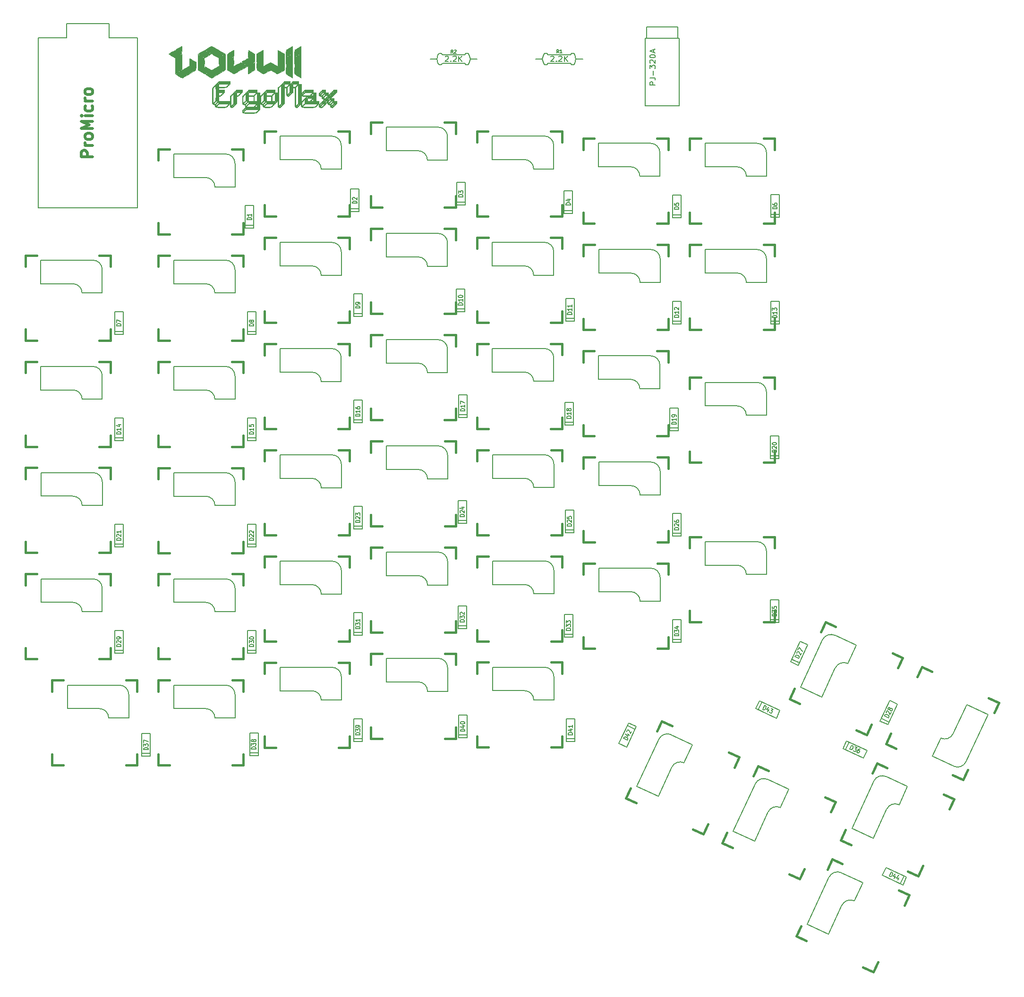
<source format=gbr>
G04 #@! TF.GenerationSoftware,KiCad,Pcbnew,(5.0.1-3-g963ef8bb5)*
G04 #@! TF.CreationDate,2018-11-24T15:25:41-08:00*
G04 #@! TF.ProjectId,ErgoMaxReversible,4572676F4D617852657665727369626C,rev?*
G04 #@! TF.SameCoordinates,Original*
G04 #@! TF.FileFunction,Legend,Top*
G04 #@! TF.FilePolarity,Positive*
%FSLAX46Y46*%
G04 Gerber Fmt 4.6, Leading zero omitted, Abs format (unit mm)*
G04 Created by KiCad (PCBNEW (5.0.1-3-g963ef8bb5)) date Saturday, November 24, 2018 at 03:25:41 pm*
%MOMM*%
%LPD*%
G01*
G04 APERTURE LIST*
%ADD10C,0.150000*%
%ADD11C,0.381000*%
%ADD12C,0.010000*%
%ADD13C,0.500000*%
%ADD14C,0.200000*%
G04 APERTURE END LIST*
D10*
G04 #@! TO.C,J1*
X234129200Y-34144200D02*
X228529200Y-34144200D01*
X228529200Y-36144200D02*
X228529200Y-34144200D01*
X234129200Y-36144200D02*
X234129200Y-34144200D01*
X228279200Y-36144200D02*
X228279200Y-48244200D01*
X234379200Y-36144200D02*
X234379200Y-48244200D01*
X234379200Y-48244200D02*
X228279200Y-48244200D01*
X234379200Y-36144200D02*
X228279200Y-36144200D01*
G04 #@! TO.C,D38*
X157360620Y-164261800D02*
X158884620Y-164261800D01*
X157360620Y-160705800D02*
X157360620Y-164769800D01*
X158884620Y-160705800D02*
X157360620Y-160705800D01*
X158884620Y-164769800D02*
X158884620Y-160705800D01*
X158884620Y-160705800D02*
X158884620Y-164769800D01*
X157360620Y-164769800D02*
X158884620Y-164769800D01*
G04 #@! TO.C,D15*
X156978021Y-107786666D02*
X158502021Y-107786666D01*
X156978021Y-104230666D02*
X156978021Y-108294666D01*
X158502021Y-104230666D02*
X156978021Y-104230666D01*
X158502021Y-108294666D02*
X158502021Y-104230666D01*
X158502021Y-104230666D02*
X158502021Y-108294666D01*
X156978021Y-108294666D02*
X158502021Y-108294666D01*
G04 #@! TO.C,K25*
X206625000Y-115030000D02*
X200895000Y-115030000D01*
X211895000Y-116705000D02*
X208300000Y-116705000D01*
X211895000Y-112490000D02*
X211895000Y-116705000D01*
X200895000Y-110820000D02*
X200895000Y-115030000D01*
X210220000Y-110815000D02*
X200895000Y-110815000D01*
D11*
X198140000Y-111950000D02*
X198140000Y-109950000D01*
X198140000Y-125190000D02*
X200140000Y-125190000D01*
X213380000Y-109950000D02*
X213380000Y-111950000D01*
X198140000Y-109950000D02*
X200140000Y-109950000D01*
D10*
X211895000Y-112490000D02*
G75*
G03X210220000Y-110815000I-1675000J0D01*
G01*
X208300000Y-116705000D02*
G75*
G03X206625000Y-115030000I-1675000J0D01*
G01*
D11*
X211380000Y-125190000D02*
X213380000Y-125190000D01*
X213380000Y-123190000D02*
X213380000Y-125190000D01*
X211380000Y-109950000D02*
X213380000Y-109950000D01*
X198140000Y-123190000D02*
X198140000Y-125190000D01*
G04 #@! TO.C,K26*
X217190000Y-124500840D02*
X217190000Y-126500840D01*
X230430000Y-111260840D02*
X232430000Y-111260840D01*
X232430000Y-124500840D02*
X232430000Y-126500840D01*
X230430000Y-126500840D02*
X232430000Y-126500840D01*
D10*
X227350000Y-118015840D02*
G75*
G03X225675000Y-116340840I-1675000J0D01*
G01*
X230945000Y-113800840D02*
G75*
G03X229270000Y-112125840I-1675000J0D01*
G01*
D11*
X217190000Y-111260840D02*
X219190000Y-111260840D01*
X232430000Y-111260840D02*
X232430000Y-113260840D01*
X217190000Y-126500840D02*
X219190000Y-126500840D01*
X217190000Y-113260840D02*
X217190000Y-111260840D01*
D10*
X229270000Y-112125840D02*
X219945000Y-112125840D01*
X219945000Y-112130840D02*
X219945000Y-116340840D01*
X230945000Y-113800840D02*
X230945000Y-118015840D01*
X230945000Y-118015840D02*
X227350000Y-118015840D01*
X225675000Y-116340840D02*
X219945000Y-116340840D01*
G04 #@! TO.C,K27*
X262338437Y-149038989D02*
X259916834Y-154232133D01*
X266083701Y-144970633D02*
X264564388Y-148228809D01*
X262263613Y-143189297D02*
X266083701Y-144970633D01*
X256101279Y-152452910D02*
X259916834Y-154232133D01*
X260037662Y-143999477D02*
X256096747Y-152450797D01*
D11*
X255961093Y-155427347D02*
X254148478Y-154582110D01*
X267960608Y-161022812D02*
X268805845Y-159210197D01*
X260589180Y-140769980D02*
X262401795Y-141615216D01*
X254148478Y-154582110D02*
X254993714Y-152769495D01*
D10*
X262263614Y-143189297D02*
G75*
G03X260037662Y-143999477I-707886J-1518066D01*
G01*
X264564389Y-148228809D02*
G75*
G03X262338437Y-149038989I-707886J-1518066D01*
G01*
D11*
X273556074Y-149023297D02*
X274401310Y-147210682D01*
X272588695Y-146365445D02*
X274401310Y-147210682D01*
X259743943Y-142582595D02*
X260589180Y-140769980D01*
X266147993Y-160177576D02*
X267960608Y-161022812D01*
G04 #@! TO.C,K28*
X279661583Y-149665213D02*
X277848968Y-148819977D01*
X286065633Y-167260194D02*
X285220396Y-169072809D01*
X273220881Y-163477344D02*
X271408266Y-162632107D01*
X272253502Y-160819492D02*
X271408266Y-162632107D01*
D10*
X281245187Y-161613980D02*
G75*
G03X283471139Y-160803800I707886J1518066D01*
G01*
X283545962Y-166653492D02*
G75*
G03X285771914Y-165843312I707886J1518066D01*
G01*
D11*
X291661098Y-155260679D02*
X290815862Y-157073294D01*
X285220396Y-169072809D02*
X283407781Y-168227573D01*
X277848968Y-148819977D02*
X277003731Y-150632592D01*
X289848483Y-154415442D02*
X291661098Y-155260679D01*
D10*
X285771914Y-165843312D02*
X289712829Y-157391992D01*
X289708297Y-157389879D02*
X285892742Y-155610656D01*
X283545963Y-166653492D02*
X279725875Y-164872156D01*
X279725875Y-164872156D02*
X281245188Y-161613980D01*
X283471139Y-160803800D02*
X285892742Y-155610656D01*
G04 #@! TO.C,K29*
X125665000Y-137280000D02*
X119935000Y-137280000D01*
X130935000Y-138955000D02*
X127340000Y-138955000D01*
X130935000Y-134740000D02*
X130935000Y-138955000D01*
X119935000Y-133070000D02*
X119935000Y-137280000D01*
X129260000Y-133065000D02*
X119935000Y-133065000D01*
D11*
X117180000Y-134200000D02*
X117180000Y-132200000D01*
X117180000Y-147440000D02*
X119180000Y-147440000D01*
X132420000Y-132200000D02*
X132420000Y-134200000D01*
X117180000Y-132200000D02*
X119180000Y-132200000D01*
D10*
X130935000Y-134740000D02*
G75*
G03X129260000Y-133065000I-1675000J0D01*
G01*
X127340000Y-138955000D02*
G75*
G03X125665000Y-137280000I-1675000J0D01*
G01*
D11*
X130420000Y-147440000D02*
X132420000Y-147440000D01*
X132420000Y-145440000D02*
X132420000Y-147440000D01*
X130420000Y-132200000D02*
X132420000Y-132200000D01*
X117180000Y-145440000D02*
X117180000Y-147440000D01*
G04 #@! TO.C,K30*
X140990000Y-145440000D02*
X140990000Y-147440000D01*
X154230000Y-132200000D02*
X156230000Y-132200000D01*
X156230000Y-145440000D02*
X156230000Y-147440000D01*
X154230000Y-147440000D02*
X156230000Y-147440000D01*
D10*
X151150000Y-138955000D02*
G75*
G03X149475000Y-137280000I-1675000J0D01*
G01*
X154745000Y-134740000D02*
G75*
G03X153070000Y-133065000I-1675000J0D01*
G01*
D11*
X140990000Y-132200000D02*
X142990000Y-132200000D01*
X156230000Y-132200000D02*
X156230000Y-134200000D01*
X140990000Y-147440000D02*
X142990000Y-147440000D01*
X140990000Y-134200000D02*
X140990000Y-132200000D01*
D10*
X153070000Y-133065000D02*
X143745000Y-133065000D01*
X143745000Y-133070000D02*
X143745000Y-137280000D01*
X154745000Y-134740000D02*
X154745000Y-138955000D01*
X154745000Y-138955000D02*
X151150000Y-138955000D01*
X149475000Y-137280000D02*
X143745000Y-137280000D01*
G04 #@! TO.C,K31*
X168525000Y-134100000D02*
X162795000Y-134100000D01*
X173795000Y-135775000D02*
X170200000Y-135775000D01*
X173795000Y-131560000D02*
X173795000Y-135775000D01*
X162795000Y-129890000D02*
X162795000Y-134100000D01*
X172120000Y-129885000D02*
X162795000Y-129885000D01*
D11*
X160040000Y-131020000D02*
X160040000Y-129020000D01*
X160040000Y-144260000D02*
X162040000Y-144260000D01*
X175280000Y-129020000D02*
X175280000Y-131020000D01*
X160040000Y-129020000D02*
X162040000Y-129020000D01*
D10*
X173795000Y-131560000D02*
G75*
G03X172120000Y-129885000I-1675000J0D01*
G01*
X170200000Y-135775000D02*
G75*
G03X168525000Y-134100000I-1675000J0D01*
G01*
D11*
X173280000Y-144260000D02*
X175280000Y-144260000D01*
X175280000Y-142260000D02*
X175280000Y-144260000D01*
X173280000Y-129020000D02*
X175280000Y-129020000D01*
X160040000Y-142260000D02*
X160040000Y-144260000D01*
G04 #@! TO.C,K32*
X179090000Y-140650000D02*
X179090000Y-142650000D01*
X192330000Y-127410000D02*
X194330000Y-127410000D01*
X194330000Y-140650000D02*
X194330000Y-142650000D01*
X192330000Y-142650000D02*
X194330000Y-142650000D01*
D10*
X189250000Y-134165000D02*
G75*
G03X187575000Y-132490000I-1675000J0D01*
G01*
X192845000Y-129950000D02*
G75*
G03X191170000Y-128275000I-1675000J0D01*
G01*
D11*
X179090000Y-127410000D02*
X181090000Y-127410000D01*
X194330000Y-127410000D02*
X194330000Y-129410000D01*
X179090000Y-142650000D02*
X181090000Y-142650000D01*
X179090000Y-129410000D02*
X179090000Y-127410000D01*
D10*
X191170000Y-128275000D02*
X181845000Y-128275000D01*
X181845000Y-128280000D02*
X181845000Y-132490000D01*
X192845000Y-129950000D02*
X192845000Y-134165000D01*
X192845000Y-134165000D02*
X189250000Y-134165000D01*
X187575000Y-132490000D02*
X181845000Y-132490000D01*
G04 #@! TO.C,K33*
X206625000Y-134070000D02*
X200895000Y-134070000D01*
X211895000Y-135745000D02*
X208300000Y-135745000D01*
X211895000Y-131530000D02*
X211895000Y-135745000D01*
X200895000Y-129860000D02*
X200895000Y-134070000D01*
X210220000Y-129855000D02*
X200895000Y-129855000D01*
D11*
X198140000Y-130990000D02*
X198140000Y-128990000D01*
X198140000Y-144230000D02*
X200140000Y-144230000D01*
X213380000Y-128990000D02*
X213380000Y-130990000D01*
X198140000Y-128990000D02*
X200140000Y-128990000D01*
D10*
X211895000Y-131530000D02*
G75*
G03X210220000Y-129855000I-1675000J0D01*
G01*
X208300000Y-135745000D02*
G75*
G03X206625000Y-134070000I-1675000J0D01*
G01*
D11*
X211380000Y-144230000D02*
X213380000Y-144230000D01*
X213380000Y-142230000D02*
X213380000Y-144230000D01*
X211380000Y-128990000D02*
X213380000Y-128990000D01*
X198140000Y-142230000D02*
X198140000Y-144230000D01*
G04 #@! TO.C,K23*
X160040000Y-123210240D02*
X160040000Y-125210240D01*
X173280000Y-109970240D02*
X175280000Y-109970240D01*
X175280000Y-123210240D02*
X175280000Y-125210240D01*
X173280000Y-125210240D02*
X175280000Y-125210240D01*
D10*
X170200000Y-116725240D02*
G75*
G03X168525000Y-115050240I-1675000J0D01*
G01*
X173795000Y-112510240D02*
G75*
G03X172120000Y-110835240I-1675000J0D01*
G01*
D11*
X160040000Y-109970240D02*
X162040000Y-109970240D01*
X175280000Y-109970240D02*
X175280000Y-111970240D01*
X160040000Y-125210240D02*
X162040000Y-125210240D01*
X160040000Y-111970240D02*
X160040000Y-109970240D01*
D10*
X172120000Y-110835240D02*
X162795000Y-110835240D01*
X162795000Y-110840240D02*
X162795000Y-115050240D01*
X173795000Y-112510240D02*
X173795000Y-116725240D01*
X173795000Y-116725240D02*
X170200000Y-116725240D01*
X168525000Y-115050240D02*
X162795000Y-115050240D01*
G04 #@! TO.C,K35*
X244725000Y-130610000D02*
X238995000Y-130610000D01*
X249995000Y-132285000D02*
X246400000Y-132285000D01*
X249995000Y-128070000D02*
X249995000Y-132285000D01*
X238995000Y-126400000D02*
X238995000Y-130610000D01*
X248320000Y-126395000D02*
X238995000Y-126395000D01*
D11*
X236240000Y-127530000D02*
X236240000Y-125530000D01*
X236240000Y-140770000D02*
X238240000Y-140770000D01*
X251480000Y-125530000D02*
X251480000Y-127530000D01*
X236240000Y-125530000D02*
X238240000Y-125530000D01*
D10*
X249995000Y-128070000D02*
G75*
G03X248320000Y-126395000I-1675000J0D01*
G01*
X246400000Y-132285000D02*
G75*
G03X244725000Y-130610000I-1675000J0D01*
G01*
D11*
X249480000Y-140770000D02*
X251480000Y-140770000D01*
X251480000Y-138770000D02*
X251480000Y-140770000D01*
X249480000Y-125530000D02*
X251480000Y-125530000D01*
X236240000Y-138770000D02*
X236240000Y-140770000D01*
G04 #@! TO.C,K36*
X275356904Y-185492736D02*
X277169519Y-186337972D01*
X268952854Y-167897755D02*
X269798091Y-166085140D01*
X281797606Y-171680605D02*
X283610221Y-172525842D01*
X282764985Y-174338457D02*
X283610221Y-172525842D01*
D10*
X273773300Y-173543969D02*
G75*
G03X271547348Y-174354149I-707886J-1518066D01*
G01*
X271472525Y-168504457D02*
G75*
G03X269246573Y-169314637I-707886J-1518066D01*
G01*
D11*
X263357389Y-179897270D02*
X264202625Y-178084655D01*
X269798091Y-166085140D02*
X271610706Y-166930376D01*
X277169519Y-186337972D02*
X278014756Y-184525357D01*
X265170004Y-180742507D02*
X263357389Y-179897270D01*
D10*
X269246573Y-169314637D02*
X265305658Y-177765957D01*
X265310190Y-177768070D02*
X269125745Y-179547293D01*
X271472524Y-168504457D02*
X275292612Y-170285793D01*
X275292612Y-170285793D02*
X273773299Y-173543969D01*
X271547348Y-174354149D02*
X269125745Y-179547293D01*
G04 #@! TO.C,K37*
X130425000Y-156330000D02*
X124695000Y-156330000D01*
X135695000Y-158005000D02*
X132100000Y-158005000D01*
X135695000Y-153790000D02*
X135695000Y-158005000D01*
X124695000Y-152120000D02*
X124695000Y-156330000D01*
X134020000Y-152115000D02*
X124695000Y-152115000D01*
D11*
X121940000Y-153250000D02*
X121940000Y-151250000D01*
X121940000Y-166490000D02*
X123940000Y-166490000D01*
X137180000Y-151250000D02*
X137180000Y-153250000D01*
X121940000Y-151250000D02*
X123940000Y-151250000D01*
D10*
X135695000Y-153790000D02*
G75*
G03X134020000Y-152115000I-1675000J0D01*
G01*
X132100000Y-158005000D02*
G75*
G03X130425000Y-156330000I-1675000J0D01*
G01*
D11*
X135180000Y-166490000D02*
X137180000Y-166490000D01*
X137180000Y-164490000D02*
X137180000Y-166490000D01*
X135180000Y-151250000D02*
X137180000Y-151250000D01*
X121940000Y-164490000D02*
X121940000Y-166490000D01*
G04 #@! TO.C,K38*
X140990000Y-164490000D02*
X140990000Y-166490000D01*
X154230000Y-151250000D02*
X156230000Y-151250000D01*
X156230000Y-164490000D02*
X156230000Y-166490000D01*
X154230000Y-166490000D02*
X156230000Y-166490000D01*
D10*
X151150000Y-158005000D02*
G75*
G03X149475000Y-156330000I-1675000J0D01*
G01*
X154745000Y-153790000D02*
G75*
G03X153070000Y-152115000I-1675000J0D01*
G01*
D11*
X140990000Y-151250000D02*
X142990000Y-151250000D01*
X156230000Y-151250000D02*
X156230000Y-153250000D01*
X140990000Y-166490000D02*
X142990000Y-166490000D01*
X140990000Y-153250000D02*
X140990000Y-151250000D01*
D10*
X153070000Y-152115000D02*
X143745000Y-152115000D01*
X143745000Y-152120000D02*
X143745000Y-156330000D01*
X154745000Y-153790000D02*
X154745000Y-158005000D01*
X154745000Y-158005000D02*
X151150000Y-158005000D01*
X149475000Y-156330000D02*
X143745000Y-156330000D01*
G04 #@! TO.C,K39*
X168525000Y-153130000D02*
X162795000Y-153130000D01*
X173795000Y-154805000D02*
X170200000Y-154805000D01*
X173795000Y-150590000D02*
X173795000Y-154805000D01*
X162795000Y-148920000D02*
X162795000Y-153130000D01*
X172120000Y-148915000D02*
X162795000Y-148915000D01*
D11*
X160040000Y-150050000D02*
X160040000Y-148050000D01*
X160040000Y-163290000D02*
X162040000Y-163290000D01*
X175280000Y-148050000D02*
X175280000Y-150050000D01*
X160040000Y-148050000D02*
X162040000Y-148050000D01*
D10*
X173795000Y-150590000D02*
G75*
G03X172120000Y-148915000I-1675000J0D01*
G01*
X170200000Y-154805000D02*
G75*
G03X168525000Y-153130000I-1675000J0D01*
G01*
D11*
X173280000Y-163290000D02*
X175280000Y-163290000D01*
X175280000Y-161290000D02*
X175280000Y-163290000D01*
X173280000Y-148050000D02*
X175280000Y-148050000D01*
X160040000Y-161290000D02*
X160040000Y-163290000D01*
G04 #@! TO.C,K40*
X179090000Y-159690000D02*
X179090000Y-161690000D01*
X192330000Y-146450000D02*
X194330000Y-146450000D01*
X194330000Y-159690000D02*
X194330000Y-161690000D01*
X192330000Y-161690000D02*
X194330000Y-161690000D01*
D10*
X189250000Y-153205000D02*
G75*
G03X187575000Y-151530000I-1675000J0D01*
G01*
X192845000Y-148990000D02*
G75*
G03X191170000Y-147315000I-1675000J0D01*
G01*
D11*
X179090000Y-146450000D02*
X181090000Y-146450000D01*
X194330000Y-146450000D02*
X194330000Y-148450000D01*
X179090000Y-161690000D02*
X181090000Y-161690000D01*
X179090000Y-148450000D02*
X179090000Y-146450000D01*
D10*
X191170000Y-147315000D02*
X181845000Y-147315000D01*
X181845000Y-147320000D02*
X181845000Y-151530000D01*
X192845000Y-148990000D02*
X192845000Y-153205000D01*
X192845000Y-153205000D02*
X189250000Y-153205000D01*
X187575000Y-151530000D02*
X181845000Y-151530000D01*
G04 #@! TO.C,K41*
X206625000Y-153110000D02*
X200895000Y-153110000D01*
X211895000Y-154785000D02*
X208300000Y-154785000D01*
X211895000Y-150570000D02*
X211895000Y-154785000D01*
X200895000Y-148900000D02*
X200895000Y-153110000D01*
X210220000Y-148895000D02*
X200895000Y-148895000D01*
D11*
X198140000Y-150030000D02*
X198140000Y-148030000D01*
X198140000Y-163270000D02*
X200140000Y-163270000D01*
X213380000Y-148030000D02*
X213380000Y-150030000D01*
X198140000Y-148030000D02*
X200140000Y-148030000D01*
D10*
X211895000Y-150570000D02*
G75*
G03X210220000Y-148895000I-1675000J0D01*
G01*
X208300000Y-154785000D02*
G75*
G03X206625000Y-153110000I-1675000J0D01*
G01*
D11*
X211380000Y-163270000D02*
X213380000Y-163270000D01*
X213380000Y-161270000D02*
X213380000Y-163270000D01*
X211380000Y-148030000D02*
X213380000Y-148030000D01*
X198140000Y-161270000D02*
X198140000Y-163270000D01*
G04 #@! TO.C,K42*
X236825535Y-177989588D02*
X238638150Y-178834824D01*
X230421485Y-160394607D02*
X231266722Y-158581992D01*
X243266237Y-164177457D02*
X245078852Y-165022694D01*
X244233616Y-166835309D02*
X245078852Y-165022694D01*
D10*
X235241931Y-166040821D02*
G75*
G03X233015979Y-166851001I-707886J-1518066D01*
G01*
X232941156Y-161001309D02*
G75*
G03X230715204Y-161811489I-707886J-1518066D01*
G01*
D11*
X224826020Y-172394122D02*
X225671256Y-170581507D01*
X231266722Y-158581992D02*
X233079337Y-159427228D01*
X238638150Y-178834824D02*
X239483387Y-177022209D01*
X226638635Y-173239359D02*
X224826020Y-172394122D01*
D10*
X230715204Y-161811489D02*
X226774289Y-170262809D01*
X226778821Y-170264922D02*
X230594376Y-172044145D01*
X232941155Y-161001309D02*
X236761243Y-162782645D01*
X236761243Y-162782645D02*
X235241930Y-166040821D01*
X233015979Y-166851001D02*
X230594376Y-172044145D01*
G04 #@! TO.C,K43*
X250286623Y-174869181D02*
X247865020Y-180062325D01*
X254031887Y-170800825D02*
X252512574Y-174059001D01*
X250211799Y-169019489D02*
X254031887Y-170800825D01*
X244049465Y-178283102D02*
X247865020Y-180062325D01*
X247985848Y-169829669D02*
X244044933Y-178280989D01*
D11*
X243909279Y-181257539D02*
X242096664Y-180412302D01*
X255908794Y-186853004D02*
X256754031Y-185040389D01*
X248537366Y-166600172D02*
X250349981Y-167445408D01*
X242096664Y-180412302D02*
X242941900Y-178599687D01*
D10*
X250211800Y-169019489D02*
G75*
G03X247985848Y-169829669I-707886J-1518066D01*
G01*
X252512575Y-174059001D02*
G75*
G03X250286623Y-174869181I-707886J-1518066D01*
G01*
D11*
X261504260Y-174853489D02*
X262349496Y-173040874D01*
X260536881Y-172195637D02*
X262349496Y-173040874D01*
X247692129Y-168412787D02*
X248537366Y-166600172D01*
X254096179Y-186007768D02*
X255908794Y-186853004D01*
G04 #@! TO.C,K34*
X217190000Y-143530000D02*
X217190000Y-145530000D01*
X230430000Y-130290000D02*
X232430000Y-130290000D01*
X232430000Y-143530000D02*
X232430000Y-145530000D01*
X230430000Y-145530000D02*
X232430000Y-145530000D01*
D10*
X227350000Y-137045000D02*
G75*
G03X225675000Y-135370000I-1675000J0D01*
G01*
X230945000Y-132830000D02*
G75*
G03X229270000Y-131155000I-1675000J0D01*
G01*
D11*
X217190000Y-130290000D02*
X219190000Y-130290000D01*
X232430000Y-130290000D02*
X232430000Y-132290000D01*
X217190000Y-145530000D02*
X219190000Y-145530000D01*
X217190000Y-132290000D02*
X217190000Y-130290000D01*
D10*
X229270000Y-131155000D02*
X219945000Y-131155000D01*
X219945000Y-131160000D02*
X219945000Y-135370000D01*
X230945000Y-132830000D02*
X230945000Y-137045000D01*
X230945000Y-137045000D02*
X227350000Y-137045000D01*
X225675000Y-135370000D02*
X219945000Y-135370000D01*
G04 #@! TO.C,K44*
X263514494Y-191593781D02*
X261092891Y-196786925D01*
X267259758Y-187525425D02*
X265740445Y-190783601D01*
X263439670Y-185744089D02*
X267259758Y-187525425D01*
X257277336Y-195007702D02*
X261092891Y-196786925D01*
X261213719Y-186554269D02*
X257272804Y-195005589D01*
D11*
X257137150Y-197982139D02*
X255324535Y-197136902D01*
X269136665Y-203577604D02*
X269981902Y-201764989D01*
X261765237Y-183324772D02*
X263577852Y-184170008D01*
X255324535Y-197136902D02*
X256169771Y-195324287D01*
D10*
X263439671Y-185744089D02*
G75*
G03X261213719Y-186554269I-707886J-1518066D01*
G01*
X265740446Y-190783601D02*
G75*
G03X263514494Y-191593781I-707886J-1518066D01*
G01*
D11*
X274732131Y-191578089D02*
X275577367Y-189765474D01*
X273764752Y-188920237D02*
X275577367Y-189765474D01*
X260920000Y-185137387D02*
X261765237Y-183324772D01*
X267324050Y-202732368D02*
X269136665Y-203577604D01*
G04 #@! TO.C,K24*
X179090000Y-121607240D02*
X179090000Y-123607240D01*
X192330000Y-108367240D02*
X194330000Y-108367240D01*
X194330000Y-121607240D02*
X194330000Y-123607240D01*
X192330000Y-123607240D02*
X194330000Y-123607240D01*
D10*
X189250000Y-115122240D02*
G75*
G03X187575000Y-113447240I-1675000J0D01*
G01*
X192845000Y-110907240D02*
G75*
G03X191170000Y-109232240I-1675000J0D01*
G01*
D11*
X179090000Y-108367240D02*
X181090000Y-108367240D01*
X194330000Y-108367240D02*
X194330000Y-110367240D01*
X179090000Y-123607240D02*
X181090000Y-123607240D01*
X179090000Y-110367240D02*
X179090000Y-108367240D01*
D10*
X191170000Y-109232240D02*
X181845000Y-109232240D01*
X181845000Y-109237240D02*
X181845000Y-113447240D01*
X192845000Y-110907240D02*
X192845000Y-115122240D01*
X192845000Y-115122240D02*
X189250000Y-115122240D01*
X187575000Y-113447240D02*
X181845000Y-113447240D01*
G04 #@! TO.C,K3*
X187555000Y-56309640D02*
X181825000Y-56309640D01*
X192825000Y-57984640D02*
X189230000Y-57984640D01*
X192825000Y-53769640D02*
X192825000Y-57984640D01*
X181825000Y-52099640D02*
X181825000Y-56309640D01*
X191150000Y-52094640D02*
X181825000Y-52094640D01*
D11*
X179070000Y-53229640D02*
X179070000Y-51229640D01*
X179070000Y-66469640D02*
X181070000Y-66469640D01*
X194310000Y-51229640D02*
X194310000Y-53229640D01*
X179070000Y-51229640D02*
X181070000Y-51229640D01*
D10*
X192825000Y-53769640D02*
G75*
G03X191150000Y-52094640I-1675000J0D01*
G01*
X189230000Y-57984640D02*
G75*
G03X187555000Y-56309640I-1675000J0D01*
G01*
D11*
X192310000Y-66469640D02*
X194310000Y-66469640D01*
X194310000Y-64469640D02*
X194310000Y-66469640D01*
X192310000Y-51229640D02*
X194310000Y-51229640D01*
X179070000Y-64469640D02*
X179070000Y-66469640D01*
G04 #@! TO.C,K4*
X198110000Y-66053640D02*
X198110000Y-68053640D01*
X211350000Y-52813640D02*
X213350000Y-52813640D01*
X213350000Y-66053640D02*
X213350000Y-68053640D01*
X211350000Y-68053640D02*
X213350000Y-68053640D01*
D10*
X208270000Y-59568640D02*
G75*
G03X206595000Y-57893640I-1675000J0D01*
G01*
X211865000Y-55353640D02*
G75*
G03X210190000Y-53678640I-1675000J0D01*
G01*
D11*
X198110000Y-52813640D02*
X200110000Y-52813640D01*
X213350000Y-52813640D02*
X213350000Y-54813640D01*
X198110000Y-68053640D02*
X200110000Y-68053640D01*
X198110000Y-54813640D02*
X198110000Y-52813640D01*
D10*
X210190000Y-53678640D02*
X200865000Y-53678640D01*
X200865000Y-53683640D02*
X200865000Y-57893640D01*
X211865000Y-55353640D02*
X211865000Y-59568640D01*
X211865000Y-59568640D02*
X208270000Y-59568640D01*
X206595000Y-57893640D02*
X200865000Y-57893640D01*
G04 #@! TO.C,K5*
X225632751Y-59193640D02*
X219902751Y-59193640D01*
X230902751Y-60868640D02*
X227307751Y-60868640D01*
X230902751Y-56653640D02*
X230902751Y-60868640D01*
X219902751Y-54983640D02*
X219902751Y-59193640D01*
X229227751Y-54978640D02*
X219902751Y-54978640D01*
D11*
X217147751Y-56113640D02*
X217147751Y-54113640D01*
X217147751Y-69353640D02*
X219147751Y-69353640D01*
X232387751Y-54113640D02*
X232387751Y-56113640D01*
X217147751Y-54113640D02*
X219147751Y-54113640D01*
D10*
X230902751Y-56653640D02*
G75*
G03X229227751Y-54978640I-1675000J0D01*
G01*
X227307751Y-60868640D02*
G75*
G03X225632751Y-59193640I-1675000J0D01*
G01*
D11*
X230387751Y-69353640D02*
X232387751Y-69353640D01*
X232387751Y-67353640D02*
X232387751Y-69353640D01*
X230387751Y-54113640D02*
X232387751Y-54113640D01*
X217147751Y-67353640D02*
X217147751Y-69353640D01*
G04 #@! TO.C,K6*
X236240000Y-67355640D02*
X236240000Y-69355640D01*
X249480000Y-54115640D02*
X251480000Y-54115640D01*
X251480000Y-67355640D02*
X251480000Y-69355640D01*
X249480000Y-69355640D02*
X251480000Y-69355640D01*
D10*
X246400000Y-60870640D02*
G75*
G03X244725000Y-59195640I-1675000J0D01*
G01*
X249995000Y-56655640D02*
G75*
G03X248320000Y-54980640I-1675000J0D01*
G01*
D11*
X236240000Y-54115640D02*
X238240000Y-54115640D01*
X251480000Y-54115640D02*
X251480000Y-56115640D01*
X236240000Y-69355640D02*
X238240000Y-69355640D01*
X236240000Y-56115640D02*
X236240000Y-54115640D01*
D10*
X248320000Y-54980640D02*
X238995000Y-54980640D01*
X238995000Y-54985640D02*
X238995000Y-59195640D01*
X249995000Y-56655640D02*
X249995000Y-60870640D01*
X249995000Y-60870640D02*
X246400000Y-60870640D01*
X244725000Y-59195640D02*
X238995000Y-59195640D01*
G04 #@! TO.C,K7*
X125656680Y-80150640D02*
X119926680Y-80150640D01*
X130926680Y-81825640D02*
X127331680Y-81825640D01*
X130926680Y-77610640D02*
X130926680Y-81825640D01*
X119926680Y-75940640D02*
X119926680Y-80150640D01*
X129251680Y-75935640D02*
X119926680Y-75935640D01*
D11*
X117171680Y-77070640D02*
X117171680Y-75070640D01*
X117171680Y-90310640D02*
X119171680Y-90310640D01*
X132411680Y-75070640D02*
X132411680Y-77070640D01*
X117171680Y-75070640D02*
X119171680Y-75070640D01*
D10*
X130926680Y-77610640D02*
G75*
G03X129251680Y-75935640I-1675000J0D01*
G01*
X127331680Y-81825640D02*
G75*
G03X125656680Y-80150640I-1675000J0D01*
G01*
D11*
X130411680Y-90310640D02*
X132411680Y-90310640D01*
X132411680Y-88310640D02*
X132411680Y-90310640D01*
X130411680Y-75070640D02*
X132411680Y-75070640D01*
X117171680Y-88310640D02*
X117171680Y-90310640D01*
G04 #@! TO.C,K8*
X140977100Y-88310640D02*
X140977100Y-90310640D01*
X154217100Y-75070640D02*
X156217100Y-75070640D01*
X156217100Y-88310640D02*
X156217100Y-90310640D01*
X154217100Y-90310640D02*
X156217100Y-90310640D01*
D10*
X151137100Y-81825640D02*
G75*
G03X149462100Y-80150640I-1675000J0D01*
G01*
X154732100Y-77610640D02*
G75*
G03X153057100Y-75935640I-1675000J0D01*
G01*
D11*
X140977100Y-75070640D02*
X142977100Y-75070640D01*
X156217100Y-75070640D02*
X156217100Y-77070640D01*
X140977100Y-90310640D02*
X142977100Y-90310640D01*
X140977100Y-77070640D02*
X140977100Y-75070640D01*
D10*
X153057100Y-75935640D02*
X143732100Y-75935640D01*
X143732100Y-75940640D02*
X143732100Y-80150640D01*
X154732100Y-77610640D02*
X154732100Y-81825640D01*
X154732100Y-81825640D02*
X151137100Y-81825640D01*
X149462100Y-80150640D02*
X143732100Y-80150640D01*
G04 #@! TO.C,K9*
X168512100Y-76960640D02*
X162782100Y-76960640D01*
X173782100Y-78635640D02*
X170187100Y-78635640D01*
X173782100Y-74420640D02*
X173782100Y-78635640D01*
X162782100Y-72750640D02*
X162782100Y-76960640D01*
X172107100Y-72745640D02*
X162782100Y-72745640D01*
D11*
X160027100Y-73880640D02*
X160027100Y-71880640D01*
X160027100Y-87120640D02*
X162027100Y-87120640D01*
X175267100Y-71880640D02*
X175267100Y-73880640D01*
X160027100Y-71880640D02*
X162027100Y-71880640D01*
D10*
X173782100Y-74420640D02*
G75*
G03X172107100Y-72745640I-1675000J0D01*
G01*
X170187100Y-78635640D02*
G75*
G03X168512100Y-76960640I-1675000J0D01*
G01*
D11*
X173267100Y-87120640D02*
X175267100Y-87120640D01*
X175267100Y-85120640D02*
X175267100Y-87120640D01*
X173267100Y-71880640D02*
X175267100Y-71880640D01*
X160027100Y-85120640D02*
X160027100Y-87120640D01*
G04 #@! TO.C,K10*
X179072700Y-83515080D02*
X179072700Y-85515080D01*
X192312700Y-70275080D02*
X194312700Y-70275080D01*
X194312700Y-83515080D02*
X194312700Y-85515080D01*
X192312700Y-85515080D02*
X194312700Y-85515080D01*
D10*
X189232700Y-77030080D02*
G75*
G03X187557700Y-75355080I-1675000J0D01*
G01*
X192827700Y-72815080D02*
G75*
G03X191152700Y-71140080I-1675000J0D01*
G01*
D11*
X179072700Y-70275080D02*
X181072700Y-70275080D01*
X194312700Y-70275080D02*
X194312700Y-72275080D01*
X179072700Y-85515080D02*
X181072700Y-85515080D01*
X179072700Y-72275080D02*
X179072700Y-70275080D01*
D10*
X191152700Y-71140080D02*
X181827700Y-71140080D01*
X181827700Y-71145080D02*
X181827700Y-75355080D01*
X192827700Y-72815080D02*
X192827700Y-77030080D01*
X192827700Y-77030080D02*
X189232700Y-77030080D01*
X187557700Y-75355080D02*
X181827700Y-75355080D01*
G04 #@! TO.C,K11*
X206599600Y-76947420D02*
X200869600Y-76947420D01*
X211869600Y-78622420D02*
X208274600Y-78622420D01*
X211869600Y-74407420D02*
X211869600Y-78622420D01*
X200869600Y-72737420D02*
X200869600Y-76947420D01*
X210194600Y-72732420D02*
X200869600Y-72732420D01*
D11*
X198114600Y-73867420D02*
X198114600Y-71867420D01*
X198114600Y-87107420D02*
X200114600Y-87107420D01*
X213354600Y-71867420D02*
X213354600Y-73867420D01*
X198114600Y-71867420D02*
X200114600Y-71867420D01*
D10*
X211869600Y-74407420D02*
G75*
G03X210194600Y-72732420I-1675000J0D01*
G01*
X208274600Y-78622420D02*
G75*
G03X206599600Y-76947420I-1675000J0D01*
G01*
D11*
X211354600Y-87107420D02*
X213354600Y-87107420D01*
X213354600Y-85107420D02*
X213354600Y-87107420D01*
X211354600Y-71867420D02*
X213354600Y-71867420D01*
X198114600Y-85107420D02*
X198114600Y-87107420D01*
G04 #@! TO.C,K12*
X217190000Y-86403520D02*
X217190000Y-88403520D01*
X230430000Y-73163520D02*
X232430000Y-73163520D01*
X232430000Y-86403520D02*
X232430000Y-88403520D01*
X230430000Y-88403520D02*
X232430000Y-88403520D01*
D10*
X227350000Y-79918520D02*
G75*
G03X225675000Y-78243520I-1675000J0D01*
G01*
X230945000Y-75703520D02*
G75*
G03X229270000Y-74028520I-1675000J0D01*
G01*
D11*
X217190000Y-73163520D02*
X219190000Y-73163520D01*
X232430000Y-73163520D02*
X232430000Y-75163520D01*
X217190000Y-88403520D02*
X219190000Y-88403520D01*
X217190000Y-75163520D02*
X217190000Y-73163520D01*
D10*
X229270000Y-74028520D02*
X219945000Y-74028520D01*
X219945000Y-74033520D02*
X219945000Y-78243520D01*
X230945000Y-75703520D02*
X230945000Y-79918520D01*
X230945000Y-79918520D02*
X227350000Y-79918520D01*
X225675000Y-78243520D02*
X219945000Y-78243520D01*
G04 #@! TO.C,K13*
X244725000Y-78235940D02*
X238995000Y-78235940D01*
X249995000Y-79910940D02*
X246400000Y-79910940D01*
X249995000Y-75695940D02*
X249995000Y-79910940D01*
X238995000Y-74025940D02*
X238995000Y-78235940D01*
X248320000Y-74020940D02*
X238995000Y-74020940D01*
D11*
X236240000Y-75155940D02*
X236240000Y-73155940D01*
X236240000Y-88395940D02*
X238240000Y-88395940D01*
X251480000Y-73155940D02*
X251480000Y-75155940D01*
X236240000Y-73155940D02*
X238240000Y-73155940D01*
D10*
X249995000Y-75695940D02*
G75*
G03X248320000Y-74020940I-1675000J0D01*
G01*
X246400000Y-79910940D02*
G75*
G03X244725000Y-78235940I-1675000J0D01*
G01*
D11*
X249480000Y-88395940D02*
X251480000Y-88395940D01*
X251480000Y-86395940D02*
X251480000Y-88395940D01*
X249480000Y-73155940D02*
X251480000Y-73155940D01*
X236240000Y-86395940D02*
X236240000Y-88395940D01*
G04 #@! TO.C,K14*
X117175080Y-107353740D02*
X117175080Y-109353740D01*
X130415080Y-94113740D02*
X132415080Y-94113740D01*
X132415080Y-107353740D02*
X132415080Y-109353740D01*
X130415080Y-109353740D02*
X132415080Y-109353740D01*
D10*
X127335080Y-100868740D02*
G75*
G03X125660080Y-99193740I-1675000J0D01*
G01*
X130930080Y-96653740D02*
G75*
G03X129255080Y-94978740I-1675000J0D01*
G01*
D11*
X117175080Y-94113740D02*
X119175080Y-94113740D01*
X132415080Y-94113740D02*
X132415080Y-96113740D01*
X117175080Y-109353740D02*
X119175080Y-109353740D01*
X117175080Y-96113740D02*
X117175080Y-94113740D01*
D10*
X129255080Y-94978740D02*
X119930080Y-94978740D01*
X119930080Y-94983740D02*
X119930080Y-99193740D01*
X130930080Y-96653740D02*
X130930080Y-100868740D01*
X130930080Y-100868740D02*
X127335080Y-100868740D01*
X125660080Y-99193740D02*
X119930080Y-99193740D01*
G04 #@! TO.C,K15*
X149460860Y-99203340D02*
X143730860Y-99203340D01*
X154730860Y-100878340D02*
X151135860Y-100878340D01*
X154730860Y-96663340D02*
X154730860Y-100878340D01*
X143730860Y-94993340D02*
X143730860Y-99203340D01*
X153055860Y-94988340D02*
X143730860Y-94988340D01*
D11*
X140975860Y-96123340D02*
X140975860Y-94123340D01*
X140975860Y-109363340D02*
X142975860Y-109363340D01*
X156215860Y-94123340D02*
X156215860Y-96123340D01*
X140975860Y-94123340D02*
X142975860Y-94123340D01*
D10*
X154730860Y-96663340D02*
G75*
G03X153055860Y-94988340I-1675000J0D01*
G01*
X151135860Y-100878340D02*
G75*
G03X149460860Y-99203340I-1675000J0D01*
G01*
D11*
X154215860Y-109363340D02*
X156215860Y-109363340D01*
X156215860Y-107363340D02*
X156215860Y-109363340D01*
X154215860Y-94123340D02*
X156215860Y-94123340D01*
X140975860Y-107363340D02*
X140975860Y-109363340D01*
G04 #@! TO.C,K16*
X160024600Y-104162620D02*
X160024600Y-106162620D01*
X173264600Y-90922620D02*
X175264600Y-90922620D01*
X175264600Y-104162620D02*
X175264600Y-106162620D01*
X173264600Y-106162620D02*
X175264600Y-106162620D01*
D10*
X170184600Y-97677620D02*
G75*
G03X168509600Y-96002620I-1675000J0D01*
G01*
X173779600Y-93462620D02*
G75*
G03X172104600Y-91787620I-1675000J0D01*
G01*
D11*
X160024600Y-90922620D02*
X162024600Y-90922620D01*
X175264600Y-90922620D02*
X175264600Y-92922620D01*
X160024600Y-106162620D02*
X162024600Y-106162620D01*
X160024600Y-92922620D02*
X160024600Y-90922620D01*
D10*
X172104600Y-91787620D02*
X162779600Y-91787620D01*
X162779600Y-91792620D02*
X162779600Y-96002620D01*
X173779600Y-93462620D02*
X173779600Y-97677620D01*
X173779600Y-97677620D02*
X170184600Y-97677620D01*
X168509600Y-96002620D02*
X162779600Y-96002620D01*
G04 #@! TO.C,K17*
X187554040Y-94399540D02*
X181824040Y-94399540D01*
X192824040Y-96074540D02*
X189229040Y-96074540D01*
X192824040Y-91859540D02*
X192824040Y-96074540D01*
X181824040Y-90189540D02*
X181824040Y-94399540D01*
X191149040Y-90184540D02*
X181824040Y-90184540D01*
D11*
X179069040Y-91319540D02*
X179069040Y-89319540D01*
X179069040Y-104559540D02*
X181069040Y-104559540D01*
X194309040Y-89319540D02*
X194309040Y-91319540D01*
X179069040Y-89319540D02*
X181069040Y-89319540D01*
D10*
X192824040Y-91859540D02*
G75*
G03X191149040Y-90184540I-1675000J0D01*
G01*
X189229040Y-96074540D02*
G75*
G03X187554040Y-94399540I-1675000J0D01*
G01*
D11*
X192309040Y-104559540D02*
X194309040Y-104559540D01*
X194309040Y-102559540D02*
X194309040Y-104559540D01*
X192309040Y-89319540D02*
X194309040Y-89319540D01*
X179069040Y-102559540D02*
X179069040Y-104559540D01*
G04 #@! TO.C,K18*
X198114440Y-104145260D02*
X198114440Y-106145260D01*
X211354440Y-90905260D02*
X213354440Y-90905260D01*
X213354440Y-104145260D02*
X213354440Y-106145260D01*
X211354440Y-106145260D02*
X213354440Y-106145260D01*
D10*
X208274440Y-97660260D02*
G75*
G03X206599440Y-95985260I-1675000J0D01*
G01*
X211869440Y-93445260D02*
G75*
G03X210194440Y-91770260I-1675000J0D01*
G01*
D11*
X198114440Y-90905260D02*
X200114440Y-90905260D01*
X213354440Y-90905260D02*
X213354440Y-92905260D01*
X198114440Y-106145260D02*
X200114440Y-106145260D01*
X198114440Y-92905260D02*
X198114440Y-90905260D01*
D10*
X210194440Y-91770260D02*
X200869440Y-91770260D01*
X200869440Y-91775260D02*
X200869440Y-95985260D01*
X211869440Y-93445260D02*
X211869440Y-97660260D01*
X211869440Y-97660260D02*
X208274440Y-97660260D01*
X206599440Y-95985260D02*
X200869440Y-95985260D01*
G04 #@! TO.C,K19*
X225632600Y-97296040D02*
X219902600Y-97296040D01*
X230902600Y-98971040D02*
X227307600Y-98971040D01*
X230902600Y-94756040D02*
X230902600Y-98971040D01*
X219902600Y-93086040D02*
X219902600Y-97296040D01*
X229227600Y-93081040D02*
X219902600Y-93081040D01*
D11*
X217147600Y-94216040D02*
X217147600Y-92216040D01*
X217147600Y-107456040D02*
X219147600Y-107456040D01*
X232387600Y-92216040D02*
X232387600Y-94216040D01*
X217147600Y-92216040D02*
X219147600Y-92216040D01*
D10*
X230902600Y-94756040D02*
G75*
G03X229227600Y-93081040I-1675000J0D01*
G01*
X227307600Y-98971040D02*
G75*
G03X225632600Y-97296040I-1675000J0D01*
G01*
D11*
X230387600Y-107456040D02*
X232387600Y-107456040D01*
X232387600Y-105456040D02*
X232387600Y-107456040D01*
X230387600Y-92216040D02*
X232387600Y-92216040D01*
X217147600Y-105456040D02*
X217147600Y-107456040D01*
G04 #@! TO.C,K20*
X236240000Y-110215640D02*
X236240000Y-112215640D01*
X249480000Y-96975640D02*
X251480000Y-96975640D01*
X251480000Y-110215640D02*
X251480000Y-112215640D01*
X249480000Y-112215640D02*
X251480000Y-112215640D01*
D10*
X246400000Y-103730640D02*
G75*
G03X244725000Y-102055640I-1675000J0D01*
G01*
X249995000Y-99515640D02*
G75*
G03X248320000Y-97840640I-1675000J0D01*
G01*
D11*
X236240000Y-96975640D02*
X238240000Y-96975640D01*
X251480000Y-96975640D02*
X251480000Y-98975640D01*
X236240000Y-112215640D02*
X238240000Y-112215640D01*
X236240000Y-98975640D02*
X236240000Y-96975640D01*
D10*
X248320000Y-97840640D02*
X238995000Y-97840640D01*
X238995000Y-97845640D02*
X238995000Y-102055640D01*
X249995000Y-99515640D02*
X249995000Y-103730640D01*
X249995000Y-103730640D02*
X246400000Y-103730640D01*
X244725000Y-102055640D02*
X238995000Y-102055640D01*
G04 #@! TO.C,K21*
X125670400Y-118233840D02*
X119940400Y-118233840D01*
X130940400Y-119908840D02*
X127345400Y-119908840D01*
X130940400Y-115693840D02*
X130940400Y-119908840D01*
X119940400Y-114023840D02*
X119940400Y-118233840D01*
X129265400Y-114018840D02*
X119940400Y-114018840D01*
D11*
X117185400Y-115153840D02*
X117185400Y-113153840D01*
X117185400Y-128393840D02*
X119185400Y-128393840D01*
X132425400Y-113153840D02*
X132425400Y-115153840D01*
X117185400Y-113153840D02*
X119185400Y-113153840D01*
D10*
X130940400Y-115693840D02*
G75*
G03X129265400Y-114018840I-1675000J0D01*
G01*
X127345400Y-119908840D02*
G75*
G03X125670400Y-118233840I-1675000J0D01*
G01*
D11*
X130425400Y-128393840D02*
X132425400Y-128393840D01*
X132425400Y-126393840D02*
X132425400Y-128393840D01*
X130425400Y-113153840D02*
X132425400Y-113153840D01*
X117185400Y-126393840D02*
X117185400Y-128393840D01*
G04 #@! TO.C,K2*
X160030000Y-66067040D02*
X160030000Y-68067040D01*
X173270000Y-52827040D02*
X175270000Y-52827040D01*
X175270000Y-66067040D02*
X175270000Y-68067040D01*
X173270000Y-68067040D02*
X175270000Y-68067040D01*
D10*
X170190000Y-59582040D02*
G75*
G03X168515000Y-57907040I-1675000J0D01*
G01*
X173785000Y-55367040D02*
G75*
G03X172110000Y-53692040I-1675000J0D01*
G01*
D11*
X160030000Y-52827040D02*
X162030000Y-52827040D01*
X175270000Y-52827040D02*
X175270000Y-54827040D01*
X160030000Y-68067040D02*
X162030000Y-68067040D01*
X160030000Y-54827040D02*
X160030000Y-52827040D01*
D10*
X172110000Y-53692040D02*
X162785000Y-53692040D01*
X162785000Y-53697040D02*
X162785000Y-57907040D01*
X173785000Y-55367040D02*
X173785000Y-59582040D01*
X173785000Y-59582040D02*
X170190000Y-59582040D01*
X168515000Y-57907040D02*
X162785000Y-57907040D01*
G04 #@! TO.C,K1*
X149465000Y-61113640D02*
X143735000Y-61113640D01*
X154735000Y-62788640D02*
X151140000Y-62788640D01*
X154735000Y-58573640D02*
X154735000Y-62788640D01*
X143735000Y-56903640D02*
X143735000Y-61113640D01*
X153060000Y-56898640D02*
X143735000Y-56898640D01*
D11*
X140980000Y-58033640D02*
X140980000Y-56033640D01*
X140980000Y-71273640D02*
X142980000Y-71273640D01*
X156220000Y-56033640D02*
X156220000Y-58033640D01*
X140980000Y-56033640D02*
X142980000Y-56033640D01*
D10*
X154735000Y-58573640D02*
G75*
G03X153060000Y-56898640I-1675000J0D01*
G01*
X151140000Y-62788640D02*
G75*
G03X149465000Y-61113640I-1675000J0D01*
G01*
D11*
X154220000Y-71273640D02*
X156220000Y-71273640D01*
X156220000Y-69273640D02*
X156220000Y-71273640D01*
X154220000Y-56033640D02*
X156220000Y-56033640D01*
X140980000Y-69273640D02*
X140980000Y-71273640D01*
G04 #@! TO.C,K22*
X140981600Y-126402040D02*
X140981600Y-128402040D01*
X154221600Y-113162040D02*
X156221600Y-113162040D01*
X156221600Y-126402040D02*
X156221600Y-128402040D01*
X154221600Y-128402040D02*
X156221600Y-128402040D01*
D10*
X151141600Y-119917040D02*
G75*
G03X149466600Y-118242040I-1675000J0D01*
G01*
X154736600Y-115702040D02*
G75*
G03X153061600Y-114027040I-1675000J0D01*
G01*
D11*
X140981600Y-113162040D02*
X142981600Y-113162040D01*
X156221600Y-113162040D02*
X156221600Y-115162040D01*
X140981600Y-128402040D02*
X142981600Y-128402040D01*
X140981600Y-115162040D02*
X140981600Y-113162040D01*
D10*
X153061600Y-114027040D02*
X143736600Y-114027040D01*
X143736600Y-114032040D02*
X143736600Y-118242040D01*
X154736600Y-115702040D02*
X154736600Y-119917040D01*
X154736600Y-119917040D02*
X151141600Y-119917040D01*
X149466600Y-118242040D02*
X143736600Y-118242040D01*
D12*
G04 #@! TO.C,Lg2*
G36*
X164579300Y-44095488D02*
X164582501Y-44233491D01*
X164594010Y-44312474D01*
X164616689Y-44345785D01*
X164633729Y-44349488D01*
X164681835Y-44320443D01*
X164688157Y-44295060D01*
X164717203Y-44246953D01*
X164742586Y-44240631D01*
X164786912Y-44210380D01*
X164797014Y-44168060D01*
X164822672Y-44107415D01*
X164869586Y-44095488D01*
X164930230Y-44121146D01*
X164942157Y-44168060D01*
X164919469Y-44227162D01*
X164887729Y-44240631D01*
X164839622Y-44269677D01*
X164833300Y-44295060D01*
X164865755Y-44338271D01*
X164942157Y-44349488D01*
X165087300Y-44349488D01*
X165087300Y-44857488D01*
X165323157Y-44857488D01*
X165455453Y-44853855D01*
X165528984Y-44840871D01*
X165557287Y-44815412D01*
X165559014Y-44803060D01*
X165588320Y-44755759D01*
X165616840Y-44748631D01*
X165671829Y-44718169D01*
X165693643Y-44676060D01*
X165730092Y-44617090D01*
X165762818Y-44603488D01*
X165808188Y-44574706D01*
X165813014Y-44553292D01*
X165843415Y-44504553D01*
X165885586Y-44484117D01*
X165944600Y-44444412D01*
X165958157Y-44407314D01*
X165949153Y-44382575D01*
X165914494Y-44365947D01*
X165842710Y-44355906D01*
X165722330Y-44350931D01*
X165541884Y-44349496D01*
X165522729Y-44349488D01*
X165087300Y-44349488D01*
X164942157Y-44349488D01*
X165015294Y-44342409D01*
X165045292Y-44306499D01*
X165051014Y-44222488D01*
X165039212Y-44128557D01*
X165001543Y-44095718D01*
X164996586Y-44095488D01*
X164948479Y-44066443D01*
X164942157Y-44041060D01*
X164971203Y-43992953D01*
X164996586Y-43986631D01*
X165040912Y-43956380D01*
X165051014Y-43914060D01*
X165054679Y-43885765D01*
X165072979Y-43865968D01*
X165116878Y-43853156D01*
X165197336Y-43845818D01*
X165325317Y-43842441D01*
X165511782Y-43841515D01*
X165577157Y-43841488D01*
X166103300Y-43841488D01*
X166103300Y-44349488D01*
X166611300Y-44349488D01*
X166611300Y-45165917D01*
X166612885Y-45453072D01*
X166617535Y-45681871D01*
X166625089Y-45848727D01*
X166635388Y-45950052D01*
X166647586Y-45982346D01*
X166679778Y-45952956D01*
X166683871Y-45927917D01*
X166714123Y-45883591D01*
X166756443Y-45873488D01*
X166817088Y-45899146D01*
X166829014Y-45946060D01*
X166806326Y-46005162D01*
X166774586Y-46018631D01*
X166731375Y-46051086D01*
X166720157Y-46127488D01*
X166736385Y-46213911D01*
X166774586Y-46236345D01*
X166822692Y-46207300D01*
X166829014Y-46181917D01*
X166858060Y-46133810D01*
X166883443Y-46127488D01*
X166927769Y-46097237D01*
X166937871Y-46054917D01*
X166963529Y-45994272D01*
X167010443Y-45982346D01*
X167069545Y-45959657D01*
X167083014Y-45927917D01*
X167112060Y-45879810D01*
X167137443Y-45873488D01*
X167177699Y-45845949D01*
X167191773Y-45758055D01*
X167191872Y-45746488D01*
X167180069Y-45652557D01*
X167142400Y-45619718D01*
X167137443Y-45619488D01*
X167093117Y-45589237D01*
X167083014Y-45546917D01*
X167105703Y-45487815D01*
X167137443Y-45474345D01*
X167185549Y-45445300D01*
X167191872Y-45419917D01*
X167200502Y-45401733D01*
X167232099Y-45388015D01*
X167295223Y-45378166D01*
X167398430Y-45371587D01*
X167550281Y-45367683D01*
X167759334Y-45365856D01*
X167972014Y-45365488D01*
X168752157Y-45365488D01*
X168752157Y-45873488D01*
X169260157Y-45873488D01*
X169260157Y-47397488D01*
X169768157Y-47397488D01*
X169768157Y-47651488D01*
X169766199Y-47784973D01*
X169757370Y-47861445D01*
X169737235Y-47896420D01*
X169701362Y-47905418D01*
X169695586Y-47905488D01*
X169634941Y-47931146D01*
X169623014Y-47978060D01*
X169600326Y-48037162D01*
X169568586Y-48050631D01*
X169520479Y-48079677D01*
X169514157Y-48105060D01*
X169483906Y-48149386D01*
X169441586Y-48159488D01*
X169380941Y-48185146D01*
X169369014Y-48232060D01*
X169346326Y-48291162D01*
X169314586Y-48304631D01*
X169266479Y-48333677D01*
X169260157Y-48359060D01*
X169229906Y-48403386D01*
X169187586Y-48413488D01*
X169126941Y-48439146D01*
X169115014Y-48486060D01*
X169113057Y-48505687D01*
X169102360Y-48521414D01*
X169075691Y-48533672D01*
X169025814Y-48542893D01*
X168945496Y-48549508D01*
X168827501Y-48553951D01*
X168664595Y-48556653D01*
X168449544Y-48558045D01*
X168175113Y-48558561D01*
X167899443Y-48558631D01*
X167570685Y-48558514D01*
X167307264Y-48557876D01*
X167101945Y-48556284D01*
X166947494Y-48553306D01*
X166836677Y-48548511D01*
X166762259Y-48541466D01*
X166717006Y-48531740D01*
X166693682Y-48518902D01*
X166685055Y-48502518D01*
X166683871Y-48486060D01*
X166661183Y-48426958D01*
X166629443Y-48413488D01*
X166599871Y-48398551D01*
X166587427Y-48359060D01*
X166829014Y-48359060D01*
X166836730Y-48374384D01*
X166864637Y-48386592D01*
X166919874Y-48396025D01*
X167009580Y-48403022D01*
X167140893Y-48407923D01*
X167320954Y-48411068D01*
X167556902Y-48412798D01*
X167855874Y-48413451D01*
X167972014Y-48413488D01*
X168289792Y-48413359D01*
X168542458Y-48412653D01*
X168737472Y-48410899D01*
X168882295Y-48407621D01*
X168984387Y-48402348D01*
X169051206Y-48394604D01*
X169090214Y-48383917D01*
X169108871Y-48369812D01*
X169114635Y-48351816D01*
X169115014Y-48340917D01*
X169137703Y-48281815D01*
X169169443Y-48268346D01*
X169217549Y-48239300D01*
X169223872Y-48213917D01*
X169254123Y-48169591D01*
X169296443Y-48159488D01*
X169357088Y-48133830D01*
X169369014Y-48086917D01*
X169391703Y-48027815D01*
X169423443Y-48014346D01*
X169471549Y-47985300D01*
X169477872Y-47959917D01*
X169470124Y-47944482D01*
X169442084Y-47932209D01*
X169386558Y-47922753D01*
X169296352Y-47915763D01*
X169164271Y-47910892D01*
X168983122Y-47907792D01*
X168745710Y-47906115D01*
X168444842Y-47905512D01*
X168353014Y-47905488D01*
X168035641Y-47905804D01*
X167783503Y-47907001D01*
X167589266Y-47909457D01*
X167445595Y-47913549D01*
X167345155Y-47919655D01*
X167280613Y-47928150D01*
X167244632Y-47939412D01*
X167229880Y-47953819D01*
X167228157Y-47963314D01*
X167197695Y-48018303D01*
X167155586Y-48040117D01*
X167096616Y-48076566D01*
X167083014Y-48109292D01*
X167054232Y-48154662D01*
X167032818Y-48159488D01*
X166984079Y-48189889D01*
X166963643Y-48232060D01*
X166923938Y-48291074D01*
X166886840Y-48304631D01*
X166836587Y-48332216D01*
X166829014Y-48359060D01*
X166587427Y-48359060D01*
X166582946Y-48344840D01*
X166575808Y-48239008D01*
X166575014Y-48159488D01*
X166571813Y-48021486D01*
X166560304Y-47942503D01*
X166537626Y-47909192D01*
X166520586Y-47905488D01*
X166476259Y-47935740D01*
X166466157Y-47978060D01*
X166443469Y-48037162D01*
X166411729Y-48050631D01*
X166363622Y-48079677D01*
X166357300Y-48105060D01*
X166327049Y-48149386D01*
X166284729Y-48159488D01*
X166224084Y-48185146D01*
X166212157Y-48232060D01*
X166189469Y-48291162D01*
X166157729Y-48304631D01*
X166109622Y-48333677D01*
X166103300Y-48359060D01*
X166073049Y-48403386D01*
X166030729Y-48413488D01*
X165970084Y-48439146D01*
X165958157Y-48486060D01*
X165949495Y-48527999D01*
X165912042Y-48549846D01*
X165828601Y-48557857D01*
X165758586Y-48558631D01*
X165643254Y-48555481D01*
X165583172Y-48541862D01*
X165561143Y-48511520D01*
X165559014Y-48486060D01*
X165536326Y-48426958D01*
X165504586Y-48413488D01*
X165491818Y-48406442D01*
X165481179Y-48381383D01*
X165477213Y-48359060D01*
X165704157Y-48359060D01*
X165731697Y-48399316D01*
X165819591Y-48413390D01*
X165831157Y-48413488D01*
X165918688Y-48405370D01*
X165954006Y-48373679D01*
X165958157Y-48340917D01*
X165980846Y-48281815D01*
X166012586Y-48268346D01*
X166060692Y-48239300D01*
X166067014Y-48213917D01*
X166097266Y-48169591D01*
X166139586Y-48159488D01*
X166200230Y-48133830D01*
X166212157Y-48086917D01*
X166234846Y-48027815D01*
X166266586Y-48014346D01*
X166314692Y-47985300D01*
X166321014Y-47959917D01*
X166288559Y-47916706D01*
X166212157Y-47905488D01*
X166127856Y-47920252D01*
X166103300Y-47963314D01*
X166072838Y-48018303D01*
X166030729Y-48040117D01*
X165971758Y-48076566D01*
X165958157Y-48109292D01*
X165929375Y-48154662D01*
X165907961Y-48159488D01*
X165859222Y-48189889D01*
X165838786Y-48232060D01*
X165799081Y-48291074D01*
X165761983Y-48304631D01*
X165711730Y-48332216D01*
X165704157Y-48359060D01*
X165477213Y-48359060D01*
X165472481Y-48332432D01*
X165465536Y-48253709D01*
X165460156Y-48139336D01*
X165456154Y-47983432D01*
X165453343Y-47780119D01*
X165451534Y-47523518D01*
X165450540Y-47207747D01*
X165450173Y-46826929D01*
X165450157Y-46708060D01*
X165450157Y-46562917D01*
X165595300Y-46562917D01*
X165595525Y-46962967D01*
X165596325Y-47296326D01*
X165597887Y-47568874D01*
X165600399Y-47786489D01*
X165604050Y-47955052D01*
X165609025Y-48080441D01*
X165615514Y-48168536D01*
X165623703Y-48225216D01*
X165633781Y-48256361D01*
X165645935Y-48267850D01*
X165649729Y-48268346D01*
X165697835Y-48239300D01*
X165704157Y-48213917D01*
X165733203Y-48165810D01*
X165758586Y-48159488D01*
X165802912Y-48129237D01*
X165813014Y-48086917D01*
X165838672Y-48026272D01*
X165885586Y-48014346D01*
X165944688Y-47991657D01*
X165958157Y-47959917D01*
X165987203Y-47911810D01*
X166012586Y-47905488D01*
X166025353Y-47898442D01*
X166035992Y-47873383D01*
X166044691Y-47824432D01*
X166051636Y-47745709D01*
X166057016Y-47631336D01*
X166061017Y-47475432D01*
X166063829Y-47272119D01*
X166065638Y-47015518D01*
X166065863Y-46943917D01*
X166611300Y-46943917D01*
X166612243Y-47160915D01*
X166615712Y-47315300D01*
X166622669Y-47417014D01*
X166634077Y-47475996D01*
X166650898Y-47502190D01*
X166665729Y-47506345D01*
X166713835Y-47477300D01*
X166720157Y-47451917D01*
X166749203Y-47403810D01*
X166774586Y-47397488D01*
X166818912Y-47367237D01*
X166829014Y-47324917D01*
X166851703Y-47265815D01*
X166883443Y-47252345D01*
X166931549Y-47223300D01*
X166937871Y-47197917D01*
X166968123Y-47153591D01*
X167010443Y-47143488D01*
X167071088Y-47169146D01*
X167083014Y-47216060D01*
X167060326Y-47275162D01*
X167028586Y-47288631D01*
X166980479Y-47317677D01*
X166974157Y-47343060D01*
X166944851Y-47390361D01*
X166916332Y-47397488D01*
X166861342Y-47427951D01*
X166839528Y-47470060D01*
X166803079Y-47529030D01*
X166770354Y-47542631D01*
X166746544Y-47558144D01*
X166731253Y-47611946D01*
X166722972Y-47714939D01*
X166720193Y-47878020D01*
X166720157Y-47905488D01*
X166721956Y-48074696D01*
X166728545Y-48183331D01*
X166741716Y-48243330D01*
X166763259Y-48266628D01*
X166774586Y-48268346D01*
X166822692Y-48239300D01*
X166829014Y-48213917D01*
X166858060Y-48165810D01*
X166883443Y-48159488D01*
X166927769Y-48129237D01*
X166937871Y-48086917D01*
X166963529Y-48026272D01*
X167010443Y-48014346D01*
X167069545Y-47991657D01*
X167083014Y-47959917D01*
X167112060Y-47911810D01*
X167137443Y-47905488D01*
X167162298Y-47893808D01*
X167178467Y-47850956D01*
X167187623Y-47765218D01*
X167191441Y-47624878D01*
X167191872Y-47524488D01*
X167190203Y-47350503D01*
X167184081Y-47237320D01*
X167171833Y-47173226D01*
X167151784Y-47146504D01*
X167137443Y-47143488D01*
X167093117Y-47113237D01*
X167083014Y-47070917D01*
X167105703Y-47011815D01*
X167137443Y-46998345D01*
X167185549Y-46969300D01*
X167191872Y-46943917D01*
X167222123Y-46899591D01*
X167264443Y-46889488D01*
X167325088Y-46863830D01*
X167337014Y-46816917D01*
X167359703Y-46757815D01*
X167391443Y-46744345D01*
X167439549Y-46715300D01*
X167445872Y-46689917D01*
X167476123Y-46645591D01*
X167518443Y-46635488D01*
X167579088Y-46661146D01*
X167591014Y-46708060D01*
X167568326Y-46767162D01*
X167536586Y-46780631D01*
X167488479Y-46809677D01*
X167482157Y-46835060D01*
X167514612Y-46878271D01*
X167591014Y-46889488D01*
X167736157Y-46889488D01*
X167736157Y-47397488D01*
X167972014Y-47397488D01*
X168099656Y-47395227D01*
X168170820Y-47385152D01*
X168201541Y-47362330D01*
X168204801Y-47343060D01*
X168353014Y-47343060D01*
X168372437Y-47377288D01*
X168439683Y-47394005D01*
X168534443Y-47397488D01*
X168715872Y-47397488D01*
X168715872Y-47216060D01*
X168710045Y-47101966D01*
X168689871Y-47046241D01*
X168661443Y-47034631D01*
X168613336Y-47063677D01*
X168607014Y-47089060D01*
X168580143Y-47137215D01*
X168556818Y-47143488D01*
X168508079Y-47173889D01*
X168487643Y-47216060D01*
X168447938Y-47275074D01*
X168410840Y-47288631D01*
X168360587Y-47316216D01*
X168353014Y-47343060D01*
X168204801Y-47343060D01*
X168207872Y-47324917D01*
X168233529Y-47264272D01*
X168280443Y-47252345D01*
X168339545Y-47229657D01*
X168353014Y-47197917D01*
X168382060Y-47149810D01*
X168407443Y-47143488D01*
X168451769Y-47113237D01*
X168461872Y-47070917D01*
X168487529Y-47010272D01*
X168534443Y-46998345D01*
X168593545Y-46975657D01*
X168607014Y-46943917D01*
X168596097Y-46920450D01*
X168555944Y-46904663D01*
X168475452Y-46895167D01*
X168343520Y-46890575D01*
X168171586Y-46889488D01*
X167736157Y-46889488D01*
X167591014Y-46889488D01*
X167664151Y-46882409D01*
X167694149Y-46846499D01*
X167699872Y-46762488D01*
X167688069Y-46668557D01*
X167650400Y-46635718D01*
X167645443Y-46635488D01*
X167597336Y-46606443D01*
X167591014Y-46581060D01*
X167580308Y-46558003D01*
X167540912Y-46542342D01*
X167461913Y-46532766D01*
X167332396Y-46527966D01*
X167141447Y-46526632D01*
X167137443Y-46526631D01*
X166949210Y-46525970D01*
X166821756Y-46522730D01*
X166743292Y-46515024D01*
X166702029Y-46500966D01*
X166686178Y-46478669D01*
X166683871Y-46454060D01*
X166668676Y-46395097D01*
X166647586Y-46381488D01*
X166632965Y-46416752D01*
X166621802Y-46518581D01*
X166614479Y-46681037D01*
X166611380Y-46898180D01*
X166611300Y-46943917D01*
X166065863Y-46943917D01*
X166066632Y-46699747D01*
X166066991Y-46327060D01*
X166829014Y-46327060D01*
X166838021Y-46346265D01*
X166871084Y-46360458D01*
X166937268Y-46370353D01*
X167045637Y-46376666D01*
X167205255Y-46380114D01*
X167425186Y-46381410D01*
X167518443Y-46381488D01*
X167757888Y-46381176D01*
X167934353Y-46379566D01*
X168057433Y-46375648D01*
X168136718Y-46368412D01*
X168181801Y-46356850D01*
X168202274Y-46339950D01*
X168205298Y-46327060D01*
X168353014Y-46327060D01*
X168372437Y-46361288D01*
X168439683Y-46378005D01*
X168534443Y-46381488D01*
X168715872Y-46381488D01*
X168715872Y-46200060D01*
X168710045Y-46085966D01*
X168689871Y-46030241D01*
X168661443Y-46018631D01*
X168613336Y-46047677D01*
X168607014Y-46073060D01*
X168580143Y-46121215D01*
X168556818Y-46127488D01*
X168508079Y-46157889D01*
X168487643Y-46200060D01*
X168447938Y-46259074D01*
X168410840Y-46272631D01*
X168360587Y-46300216D01*
X168353014Y-46327060D01*
X168205298Y-46327060D01*
X168207729Y-46316705D01*
X168207872Y-46308917D01*
X168233529Y-46248272D01*
X168280443Y-46236345D01*
X168339545Y-46213657D01*
X168353014Y-46181917D01*
X168382060Y-46133810D01*
X168407443Y-46127488D01*
X168451769Y-46097237D01*
X168461872Y-46054917D01*
X168487529Y-45994272D01*
X168534443Y-45982346D01*
X168593545Y-45959657D01*
X168607014Y-45927917D01*
X168598008Y-45908711D01*
X168564944Y-45894519D01*
X168498761Y-45884624D01*
X168390392Y-45878310D01*
X168230774Y-45874863D01*
X168010843Y-45873567D01*
X167917586Y-45873488D01*
X167675795Y-45874099D01*
X167497285Y-45876450D01*
X167372774Y-45881321D01*
X167292978Y-45889489D01*
X167248614Y-45901734D01*
X167230399Y-45918834D01*
X167228157Y-45931314D01*
X167197695Y-45986303D01*
X167155586Y-46008117D01*
X167096616Y-46044566D01*
X167083014Y-46077292D01*
X167054232Y-46122662D01*
X167032818Y-46127488D01*
X166984079Y-46157889D01*
X166963643Y-46200060D01*
X166923938Y-46259074D01*
X166886840Y-46272631D01*
X166836587Y-46300216D01*
X166829014Y-46327060D01*
X166066991Y-46327060D01*
X166066999Y-46318929D01*
X166067014Y-46200060D01*
X166066789Y-45800010D01*
X166065990Y-45466650D01*
X166064427Y-45194103D01*
X166061915Y-44976487D01*
X166058265Y-44807925D01*
X166053289Y-44682536D01*
X166046800Y-44594441D01*
X166038611Y-44537761D01*
X166028533Y-44506616D01*
X166016379Y-44495127D01*
X166012586Y-44494631D01*
X165964479Y-44523677D01*
X165958157Y-44549060D01*
X165929112Y-44597166D01*
X165903729Y-44603488D01*
X165859402Y-44633740D01*
X165849300Y-44676060D01*
X165823642Y-44736704D01*
X165776729Y-44748631D01*
X165717627Y-44771320D01*
X165704157Y-44803060D01*
X165675112Y-44851166D01*
X165649729Y-44857488D01*
X165636961Y-44864535D01*
X165626322Y-44889594D01*
X165617624Y-44938545D01*
X165610678Y-45017268D01*
X165605299Y-45131641D01*
X165601297Y-45287544D01*
X165598485Y-45490857D01*
X165596677Y-45747459D01*
X165595683Y-46063229D01*
X165595316Y-46444047D01*
X165595300Y-46562917D01*
X165450157Y-46562917D01*
X165450157Y-45002631D01*
X165087300Y-45002631D01*
X165087300Y-45438060D01*
X165086588Y-45621866D01*
X165083116Y-45745132D01*
X165074879Y-45819882D01*
X165059873Y-45858143D01*
X165036094Y-45871941D01*
X165014729Y-45873488D01*
X164954084Y-45899146D01*
X164942157Y-45946060D01*
X164919469Y-46005162D01*
X164887729Y-46018631D01*
X164839622Y-46047677D01*
X164833300Y-46073060D01*
X164803049Y-46117386D01*
X164760729Y-46127488D01*
X164700084Y-46153146D01*
X164688157Y-46200060D01*
X164665469Y-46259162D01*
X164633729Y-46272631D01*
X164585622Y-46301677D01*
X164579300Y-46327060D01*
X164549049Y-46371386D01*
X164506729Y-46381488D01*
X164446084Y-46407146D01*
X164434157Y-46454060D01*
X164425495Y-46495999D01*
X164388042Y-46517846D01*
X164304601Y-46525857D01*
X164234586Y-46526631D01*
X164119254Y-46523481D01*
X164059172Y-46509862D01*
X164037143Y-46479520D01*
X164035014Y-46454060D01*
X164012326Y-46394958D01*
X163980586Y-46381488D01*
X163961380Y-46372482D01*
X163947188Y-46339418D01*
X163945341Y-46327060D01*
X164180157Y-46327060D01*
X164207697Y-46367316D01*
X164295591Y-46381390D01*
X164307157Y-46381488D01*
X164394688Y-46373370D01*
X164430006Y-46341679D01*
X164434157Y-46308917D01*
X164456846Y-46249815D01*
X164488586Y-46236345D01*
X164536692Y-46207300D01*
X164543014Y-46181917D01*
X164573266Y-46137591D01*
X164615586Y-46127488D01*
X164676230Y-46101830D01*
X164688157Y-46054917D01*
X164710846Y-45995815D01*
X164742586Y-45982346D01*
X164790692Y-45953300D01*
X164797014Y-45927917D01*
X164764559Y-45884706D01*
X164688157Y-45873488D01*
X164603856Y-45888252D01*
X164579300Y-45931314D01*
X164548838Y-45986303D01*
X164506729Y-46008117D01*
X164447758Y-46044566D01*
X164434157Y-46077292D01*
X164405375Y-46122662D01*
X164383961Y-46127488D01*
X164335222Y-46157889D01*
X164314786Y-46200060D01*
X164275081Y-46259074D01*
X164237983Y-46272631D01*
X164187730Y-46300216D01*
X164180157Y-46327060D01*
X163945341Y-46327060D01*
X163937293Y-46273235D01*
X163930979Y-46164866D01*
X163927532Y-46005248D01*
X163926235Y-45785317D01*
X163926157Y-45692060D01*
X163926157Y-45546917D01*
X164071300Y-45546917D01*
X164072011Y-45790186D01*
X164074621Y-45969958D01*
X164079846Y-46095296D01*
X164088402Y-46175266D01*
X164101003Y-46218931D01*
X164118366Y-46235355D01*
X164125729Y-46236345D01*
X164173835Y-46207300D01*
X164180157Y-46181917D01*
X164209203Y-46133810D01*
X164234586Y-46127488D01*
X164278912Y-46097237D01*
X164289014Y-46054917D01*
X164314672Y-45994272D01*
X164361586Y-45982346D01*
X164420688Y-45959657D01*
X164434157Y-45927917D01*
X164463203Y-45879810D01*
X164488586Y-45873488D01*
X164507791Y-45864482D01*
X164521984Y-45831418D01*
X164531879Y-45765235D01*
X164538192Y-45656866D01*
X164541640Y-45497248D01*
X164542936Y-45277317D01*
X164543014Y-45184060D01*
X164542303Y-44940791D01*
X164539693Y-44761019D01*
X164534468Y-44635680D01*
X164525913Y-44555711D01*
X164513311Y-44512046D01*
X164495948Y-44495622D01*
X164488586Y-44494631D01*
X164440479Y-44523677D01*
X164434157Y-44549060D01*
X164405112Y-44597166D01*
X164379729Y-44603488D01*
X164335402Y-44633740D01*
X164325300Y-44676060D01*
X164299642Y-44736704D01*
X164252729Y-44748631D01*
X164193627Y-44771320D01*
X164180157Y-44803060D01*
X164151112Y-44851166D01*
X164125729Y-44857488D01*
X164106523Y-44866495D01*
X164092331Y-44899558D01*
X164082436Y-44965742D01*
X164076122Y-45074111D01*
X164072675Y-45233729D01*
X164071378Y-45453660D01*
X164071300Y-45546917D01*
X163926157Y-45546917D01*
X163926157Y-45002631D01*
X163563300Y-45002631D01*
X163563300Y-46454060D01*
X163563214Y-46816425D01*
X163562733Y-47112840D01*
X163561529Y-47349928D01*
X163559268Y-47534311D01*
X163555620Y-47672609D01*
X163550255Y-47771446D01*
X163542840Y-47837443D01*
X163533045Y-47877222D01*
X163520538Y-47897404D01*
X163504989Y-47904613D01*
X163490729Y-47905488D01*
X163430084Y-47931146D01*
X163418157Y-47978060D01*
X163395469Y-48037162D01*
X163363729Y-48050631D01*
X163315622Y-48079677D01*
X163309300Y-48105060D01*
X163279049Y-48149386D01*
X163236729Y-48159488D01*
X163176084Y-48185146D01*
X163164157Y-48232060D01*
X163141469Y-48291162D01*
X163109729Y-48304631D01*
X163061622Y-48333677D01*
X163055300Y-48359060D01*
X163025049Y-48403386D01*
X162982729Y-48413488D01*
X162922084Y-48439146D01*
X162910157Y-48486060D01*
X162901495Y-48527999D01*
X162864042Y-48549846D01*
X162780601Y-48557857D01*
X162710586Y-48558631D01*
X162595254Y-48555481D01*
X162535172Y-48541862D01*
X162513143Y-48511520D01*
X162511014Y-48486060D01*
X162488326Y-48426958D01*
X162456586Y-48413488D01*
X162434634Y-48403320D01*
X162419342Y-48365882D01*
X162418457Y-48359060D01*
X162656157Y-48359060D01*
X162683697Y-48399316D01*
X162771591Y-48413390D01*
X162783157Y-48413488D01*
X162870688Y-48405370D01*
X162906006Y-48373679D01*
X162910157Y-48340917D01*
X162932846Y-48281815D01*
X162964586Y-48268346D01*
X163012692Y-48239300D01*
X163019014Y-48213917D01*
X163049266Y-48169591D01*
X163091586Y-48159488D01*
X163152230Y-48133830D01*
X163164157Y-48086917D01*
X163186846Y-48027815D01*
X163218586Y-48014346D01*
X163266692Y-47985300D01*
X163273014Y-47959917D01*
X163240559Y-47916706D01*
X163164157Y-47905488D01*
X163079856Y-47920252D01*
X163055300Y-47963314D01*
X163024838Y-48018303D01*
X162982729Y-48040117D01*
X162923758Y-48076566D01*
X162910157Y-48109292D01*
X162881375Y-48154662D01*
X162859961Y-48159488D01*
X162811222Y-48189889D01*
X162790786Y-48232060D01*
X162751081Y-48291074D01*
X162713983Y-48304631D01*
X162663730Y-48332216D01*
X162656157Y-48359060D01*
X162418457Y-48359060D01*
X162409595Y-48290777D01*
X162404278Y-48167609D01*
X162402279Y-47985980D01*
X162402157Y-47905488D01*
X162401619Y-47704465D01*
X162398942Y-47564858D01*
X162392532Y-47475516D01*
X162380798Y-47425285D01*
X162362145Y-47403013D01*
X162334980Y-47397548D01*
X162329586Y-47397488D01*
X162268941Y-47423146D01*
X162257014Y-47470060D01*
X162234326Y-47529162D01*
X162202586Y-47542631D01*
X162154479Y-47571677D01*
X162148157Y-47597060D01*
X162117906Y-47641386D01*
X162075586Y-47651488D01*
X162014941Y-47625830D01*
X162003014Y-47578917D01*
X162025703Y-47519815D01*
X162057443Y-47506345D01*
X162105549Y-47477300D01*
X162111871Y-47451917D01*
X162079417Y-47408706D01*
X162003014Y-47397488D01*
X161929877Y-47404568D01*
X161899880Y-47440478D01*
X161894157Y-47524488D01*
X161905960Y-47618420D01*
X161943629Y-47651259D01*
X161948586Y-47651488D01*
X161992912Y-47681740D01*
X162003014Y-47724060D01*
X161980326Y-47783162D01*
X161948586Y-47796631D01*
X161900479Y-47825677D01*
X161894157Y-47851060D01*
X161863906Y-47895386D01*
X161821586Y-47905488D01*
X161760941Y-47931146D01*
X161749014Y-47978060D01*
X161726326Y-48037162D01*
X161694586Y-48050631D01*
X161646479Y-48079677D01*
X161640157Y-48105060D01*
X161609906Y-48149386D01*
X161567586Y-48159488D01*
X161506941Y-48185146D01*
X161495014Y-48232060D01*
X161472326Y-48291162D01*
X161440586Y-48304631D01*
X161392479Y-48333677D01*
X161386157Y-48359060D01*
X161355906Y-48403386D01*
X161313586Y-48413488D01*
X161252941Y-48439146D01*
X161241014Y-48486060D01*
X161238105Y-48510983D01*
X161223062Y-48529434D01*
X161186418Y-48542384D01*
X161118701Y-48550805D01*
X161010444Y-48555667D01*
X160852177Y-48557943D01*
X160634429Y-48558602D01*
X160533443Y-48558631D01*
X160290445Y-48558333D01*
X160110548Y-48556790D01*
X159984283Y-48553032D01*
X159902181Y-48546086D01*
X159854772Y-48534983D01*
X159832586Y-48518750D01*
X159826155Y-48496417D01*
X159825872Y-48486060D01*
X159803183Y-48426958D01*
X159771443Y-48413488D01*
X159737215Y-48394066D01*
X159728513Y-48359060D01*
X159971014Y-48359060D01*
X159980299Y-48378973D01*
X160014426Y-48393474D01*
X160082810Y-48403368D01*
X160194861Y-48409464D01*
X160359993Y-48412567D01*
X160587617Y-48413485D01*
X160606014Y-48413488D01*
X160834514Y-48413127D01*
X161000434Y-48411282D01*
X161113765Y-48406811D01*
X161184497Y-48398573D01*
X161222622Y-48385426D01*
X161238130Y-48366227D01*
X161241014Y-48340917D01*
X161263703Y-48281815D01*
X161295443Y-48268346D01*
X161343549Y-48239300D01*
X161349871Y-48213917D01*
X161380123Y-48169591D01*
X161422443Y-48159488D01*
X161483088Y-48133830D01*
X161495014Y-48086917D01*
X161517703Y-48027815D01*
X161549443Y-48014346D01*
X161597549Y-47985300D01*
X161603871Y-47959917D01*
X161594484Y-47939749D01*
X161559962Y-47925141D01*
X161490770Y-47915253D01*
X161377370Y-47909243D01*
X161210225Y-47906268D01*
X160987014Y-47905488D01*
X160759903Y-47906203D01*
X160595571Y-47908960D01*
X160484236Y-47914674D01*
X160416116Y-47924264D01*
X160381428Y-47938647D01*
X160370389Y-47958739D01*
X160370157Y-47963314D01*
X160339695Y-48018303D01*
X160297586Y-48040117D01*
X160238616Y-48076566D01*
X160225014Y-48109292D01*
X160196232Y-48154662D01*
X160174818Y-48159488D01*
X160126079Y-48189889D01*
X160105643Y-48232060D01*
X160065938Y-48291074D01*
X160028840Y-48304631D01*
X159978587Y-48332216D01*
X159971014Y-48359060D01*
X159728513Y-48359060D01*
X159720497Y-48326820D01*
X159717014Y-48232060D01*
X159717014Y-48086917D01*
X159862157Y-48086917D01*
X159867984Y-48201011D01*
X159888158Y-48256736D01*
X159916586Y-48268346D01*
X159964692Y-48239300D01*
X159971014Y-48213917D01*
X160000060Y-48165810D01*
X160025443Y-48159488D01*
X160069769Y-48129237D01*
X160079872Y-48086917D01*
X160105529Y-48026272D01*
X160152443Y-48014346D01*
X160211545Y-47991657D01*
X160225014Y-47959917D01*
X160254060Y-47911810D01*
X160279443Y-47905488D01*
X160313671Y-47886066D01*
X160330389Y-47818820D01*
X160333872Y-47724060D01*
X160328045Y-47609966D01*
X160307871Y-47554241D01*
X160279443Y-47542631D01*
X160231336Y-47571677D01*
X160225014Y-47597060D01*
X160195969Y-47645166D01*
X160170586Y-47651488D01*
X160123285Y-47680794D01*
X160116157Y-47709314D01*
X160085695Y-47764303D01*
X160043586Y-47786117D01*
X159984616Y-47822566D01*
X159971014Y-47855292D01*
X159941877Y-47899703D01*
X159916586Y-47905488D01*
X159882358Y-47924911D01*
X159865640Y-47992157D01*
X159862157Y-48086917D01*
X159717014Y-48086917D01*
X159717014Y-48050631D01*
X159517443Y-48050631D01*
X159402111Y-48047481D01*
X159342029Y-48033862D01*
X159320000Y-48003520D01*
X159317872Y-47978060D01*
X159295183Y-47918958D01*
X159263443Y-47905488D01*
X159241491Y-47915657D01*
X159226199Y-47953095D01*
X159216452Y-48028199D01*
X159211136Y-48151368D01*
X159209137Y-48332997D01*
X159209014Y-48413488D01*
X159208476Y-48614512D01*
X159205799Y-48754119D01*
X159199390Y-48843461D01*
X159187655Y-48893692D01*
X159169002Y-48915963D01*
X159141837Y-48921428D01*
X159136443Y-48921488D01*
X159075798Y-48947146D01*
X159063872Y-48994060D01*
X159041183Y-49053162D01*
X159009443Y-49066631D01*
X158961336Y-49095677D01*
X158955014Y-49121060D01*
X158924763Y-49165386D01*
X158882443Y-49175488D01*
X158821798Y-49201146D01*
X158809872Y-49248060D01*
X158787183Y-49307162D01*
X158755443Y-49320631D01*
X158707336Y-49349677D01*
X158701014Y-49375060D01*
X158670763Y-49419386D01*
X158628443Y-49429488D01*
X158567798Y-49455146D01*
X158555871Y-49502060D01*
X158553914Y-49521687D01*
X158543217Y-49537414D01*
X158516548Y-49549672D01*
X158466671Y-49558893D01*
X158386353Y-49565508D01*
X158268358Y-49569951D01*
X158105452Y-49572653D01*
X157890401Y-49574045D01*
X157615970Y-49574561D01*
X157340300Y-49574631D01*
X157011542Y-49574514D01*
X156748121Y-49573876D01*
X156542802Y-49572284D01*
X156388351Y-49569306D01*
X156277534Y-49564511D01*
X156203116Y-49557466D01*
X156157863Y-49547740D01*
X156134539Y-49534902D01*
X156125912Y-49518518D01*
X156124729Y-49502060D01*
X156102040Y-49442958D01*
X156070300Y-49429488D01*
X156037476Y-49411571D01*
X156027663Y-49375060D01*
X156269871Y-49375060D01*
X156277587Y-49390384D01*
X156305494Y-49402592D01*
X156360731Y-49412025D01*
X156450437Y-49419022D01*
X156581751Y-49423923D01*
X156761812Y-49427068D01*
X156997759Y-49428798D01*
X157296731Y-49429451D01*
X157412871Y-49429488D01*
X157730649Y-49429359D01*
X157983315Y-49428653D01*
X158178329Y-49426899D01*
X158323152Y-49423621D01*
X158425244Y-49418348D01*
X158492064Y-49410604D01*
X158531072Y-49399917D01*
X158549728Y-49385812D01*
X158555492Y-49367816D01*
X158555871Y-49356917D01*
X158578560Y-49297815D01*
X158610300Y-49284345D01*
X158658407Y-49255300D01*
X158664729Y-49229917D01*
X158694980Y-49185591D01*
X158737300Y-49175488D01*
X158797945Y-49149830D01*
X158809872Y-49102917D01*
X158832560Y-49043815D01*
X158864300Y-49030345D01*
X158912407Y-49001300D01*
X158918729Y-48975917D01*
X158910981Y-48960482D01*
X158882941Y-48948209D01*
X158827415Y-48938753D01*
X158737209Y-48931763D01*
X158605128Y-48926892D01*
X158423979Y-48923792D01*
X158186568Y-48922115D01*
X157885699Y-48921512D01*
X157793871Y-48921488D01*
X157476498Y-48921804D01*
X157224361Y-48923001D01*
X157030123Y-48925457D01*
X156886452Y-48929549D01*
X156786012Y-48935655D01*
X156721470Y-48944150D01*
X156685490Y-48955412D01*
X156670737Y-48969819D01*
X156669014Y-48979314D01*
X156638552Y-49034303D01*
X156596443Y-49056117D01*
X156537473Y-49092566D01*
X156523871Y-49125292D01*
X156495089Y-49170662D01*
X156473675Y-49175488D01*
X156424936Y-49205889D01*
X156404501Y-49248060D01*
X156364795Y-49307074D01*
X156327697Y-49320631D01*
X156277444Y-49348216D01*
X156269871Y-49375060D01*
X156027663Y-49375060D01*
X156020577Y-49348701D01*
X156015871Y-49229917D01*
X156020758Y-49109563D01*
X156037904Y-49047600D01*
X156070300Y-49030345D01*
X156118407Y-49001300D01*
X156124729Y-48975917D01*
X156154980Y-48931591D01*
X156197300Y-48921488D01*
X156257945Y-48947146D01*
X156269871Y-48994060D01*
X156247183Y-49053162D01*
X156215443Y-49066631D01*
X156172232Y-49099086D01*
X156161014Y-49175488D01*
X156177242Y-49261911D01*
X156215443Y-49284345D01*
X156263549Y-49255300D01*
X156269871Y-49229917D01*
X156298917Y-49181810D01*
X156324300Y-49175488D01*
X156368626Y-49145237D01*
X156378729Y-49102917D01*
X156404387Y-49042272D01*
X156451300Y-49030345D01*
X156510402Y-49007657D01*
X156523871Y-48975917D01*
X156552917Y-48927810D01*
X156578300Y-48921488D01*
X156618556Y-48893949D01*
X156632630Y-48806055D01*
X156632729Y-48794488D01*
X156620926Y-48700557D01*
X156583257Y-48667718D01*
X156578300Y-48667488D01*
X156533974Y-48637237D01*
X156523871Y-48594917D01*
X156546560Y-48535815D01*
X156578300Y-48522346D01*
X156626407Y-48493300D01*
X156632729Y-48467917D01*
X156603683Y-48419810D01*
X156578300Y-48413488D01*
X156544072Y-48394066D01*
X156535370Y-48359060D01*
X156777871Y-48359060D01*
X156786878Y-48378265D01*
X156819941Y-48392458D01*
X156886125Y-48402353D01*
X156994494Y-48408666D01*
X157154112Y-48412114D01*
X157374043Y-48413410D01*
X157467300Y-48413488D01*
X157706745Y-48413176D01*
X157883211Y-48411566D01*
X158006290Y-48407648D01*
X158085575Y-48400412D01*
X158130658Y-48388850D01*
X158151131Y-48371950D01*
X158154155Y-48359060D01*
X158301871Y-48359060D01*
X158321294Y-48393288D01*
X158388540Y-48410005D01*
X158483300Y-48413488D01*
X158664729Y-48413488D01*
X158664729Y-48232060D01*
X158658902Y-48117966D01*
X158638728Y-48062241D01*
X158610300Y-48050631D01*
X158562194Y-48079677D01*
X158555871Y-48105060D01*
X158529000Y-48153215D01*
X158505675Y-48159488D01*
X158456936Y-48189889D01*
X158436501Y-48232060D01*
X158396795Y-48291074D01*
X158359697Y-48304631D01*
X158309444Y-48332216D01*
X158301871Y-48359060D01*
X158154155Y-48359060D01*
X158156586Y-48348705D01*
X158156729Y-48340917D01*
X158182387Y-48280272D01*
X158229300Y-48268346D01*
X158288402Y-48245657D01*
X158301871Y-48213917D01*
X158330917Y-48165810D01*
X158356300Y-48159488D01*
X158400626Y-48129237D01*
X158410729Y-48086917D01*
X158436387Y-48026272D01*
X158483300Y-48014346D01*
X158542402Y-47991657D01*
X158555871Y-47959917D01*
X158546865Y-47940711D01*
X158513802Y-47926519D01*
X158447618Y-47916624D01*
X158339249Y-47910310D01*
X158179631Y-47906863D01*
X157959700Y-47905567D01*
X157866443Y-47905488D01*
X157624652Y-47906099D01*
X157446142Y-47908450D01*
X157321631Y-47913321D01*
X157241835Y-47921489D01*
X157197471Y-47933734D01*
X157179256Y-47950834D01*
X157177014Y-47963314D01*
X157146552Y-48018303D01*
X157104443Y-48040117D01*
X157045473Y-48076566D01*
X157031871Y-48109292D01*
X157003089Y-48154662D01*
X156981675Y-48159488D01*
X156932936Y-48189889D01*
X156912501Y-48232060D01*
X156872795Y-48291074D01*
X156835697Y-48304631D01*
X156785444Y-48332216D01*
X156777871Y-48359060D01*
X156535370Y-48359060D01*
X156527354Y-48326820D01*
X156523871Y-48232060D01*
X156523871Y-48086917D01*
X156669014Y-48086917D01*
X156674841Y-48201011D01*
X156695015Y-48256736D01*
X156723443Y-48268346D01*
X156771549Y-48239300D01*
X156777871Y-48213917D01*
X156806917Y-48165810D01*
X156832300Y-48159488D01*
X156876626Y-48129237D01*
X156886729Y-48086917D01*
X156912387Y-48026272D01*
X156959300Y-48014346D01*
X157018402Y-47991657D01*
X157031871Y-47959917D01*
X157060917Y-47911810D01*
X157086300Y-47905488D01*
X157120528Y-47886066D01*
X157129230Y-47851060D01*
X159463014Y-47851060D01*
X159482437Y-47885288D01*
X159549683Y-47902005D01*
X159644443Y-47905488D01*
X159753265Y-47901668D01*
X159807538Y-47885450D01*
X159825095Y-47849703D01*
X159825872Y-47832917D01*
X159851529Y-47772272D01*
X159898443Y-47760346D01*
X159957545Y-47737657D01*
X159971014Y-47705917D01*
X160000060Y-47657810D01*
X160025443Y-47651488D01*
X160069769Y-47621237D01*
X160079872Y-47578917D01*
X160105529Y-47518272D01*
X160152443Y-47506345D01*
X160211545Y-47483657D01*
X160225014Y-47451917D01*
X160205592Y-47417689D01*
X160138346Y-47400971D01*
X160043586Y-47397488D01*
X159931272Y-47402740D01*
X159875866Y-47421707D01*
X159862157Y-47455314D01*
X159831695Y-47510303D01*
X159789586Y-47532117D01*
X159730616Y-47568566D01*
X159717014Y-47601292D01*
X159688232Y-47646662D01*
X159666818Y-47651488D01*
X159618079Y-47681889D01*
X159597643Y-47724060D01*
X159557938Y-47783074D01*
X159520840Y-47796631D01*
X159470587Y-47824216D01*
X159463014Y-47851060D01*
X157129230Y-47851060D01*
X157137246Y-47818820D01*
X157140729Y-47724060D01*
X157134902Y-47609966D01*
X157114728Y-47554241D01*
X157086300Y-47542631D01*
X157038194Y-47571677D01*
X157031871Y-47597060D01*
X157002826Y-47645166D01*
X156977443Y-47651488D01*
X156930142Y-47680794D01*
X156923014Y-47709314D01*
X156892552Y-47764303D01*
X156850443Y-47786117D01*
X156791473Y-47822566D01*
X156777871Y-47855292D01*
X156748735Y-47899703D01*
X156723443Y-47905488D01*
X156689215Y-47924911D01*
X156672497Y-47992157D01*
X156669014Y-48086917D01*
X156523871Y-48086917D01*
X156523871Y-48050631D01*
X156324300Y-48050631D01*
X156208968Y-48047481D01*
X156148887Y-48033862D01*
X156126857Y-48003520D01*
X156124729Y-47978060D01*
X156102040Y-47918958D01*
X156070300Y-47905488D01*
X156051313Y-47896565D01*
X156037220Y-47863822D01*
X156035294Y-47851060D01*
X156269871Y-47851060D01*
X156289294Y-47885288D01*
X156356540Y-47902005D01*
X156451300Y-47905488D01*
X156560122Y-47901668D01*
X156614395Y-47885450D01*
X156631952Y-47849703D01*
X156632729Y-47832917D01*
X156658387Y-47772272D01*
X156705300Y-47760346D01*
X156764402Y-47737657D01*
X156777871Y-47705917D01*
X156806917Y-47657810D01*
X156832300Y-47651488D01*
X156876626Y-47621237D01*
X156886729Y-47578917D01*
X156912387Y-47518272D01*
X156959300Y-47506345D01*
X157018402Y-47483657D01*
X157031871Y-47451917D01*
X157012449Y-47417689D01*
X156945203Y-47400971D01*
X156850443Y-47397488D01*
X156738129Y-47402740D01*
X156682723Y-47421707D01*
X156669014Y-47455314D01*
X156638552Y-47510303D01*
X156596443Y-47532117D01*
X156537473Y-47568566D01*
X156523871Y-47601292D01*
X156495089Y-47646662D01*
X156473675Y-47651488D01*
X156424936Y-47681889D01*
X156404501Y-47724060D01*
X156364795Y-47783074D01*
X156327697Y-47796631D01*
X156277444Y-47824216D01*
X156269871Y-47851060D01*
X156035294Y-47851060D01*
X156027330Y-47798305D01*
X156020955Y-47691057D01*
X156017405Y-47533122D01*
X156015993Y-47315544D01*
X156015871Y-47197917D01*
X156016558Y-46951091D01*
X156019077Y-46767872D01*
X156024116Y-46639302D01*
X156032366Y-46556426D01*
X156044515Y-46510287D01*
X156061252Y-46491930D01*
X156070300Y-46490345D01*
X156118407Y-46461300D01*
X156124729Y-46435917D01*
X156154980Y-46391591D01*
X156197300Y-46381488D01*
X156257945Y-46355830D01*
X156269871Y-46308917D01*
X156292560Y-46249815D01*
X156324300Y-46236345D01*
X156372407Y-46207300D01*
X156378729Y-46181917D01*
X156408980Y-46137591D01*
X156451300Y-46127488D01*
X156511945Y-46153146D01*
X156523871Y-46200060D01*
X156501183Y-46259162D01*
X156469443Y-46272631D01*
X156421336Y-46301677D01*
X156415014Y-46327060D01*
X156384763Y-46371386D01*
X156342443Y-46381488D01*
X156281798Y-46407146D01*
X156269871Y-46454060D01*
X156247183Y-46513162D01*
X156215443Y-46526631D01*
X156195275Y-46536019D01*
X156180667Y-46570541D01*
X156170779Y-46639733D01*
X156164769Y-46753133D01*
X156161794Y-46920277D01*
X156161014Y-47143488D01*
X156161843Y-47372060D01*
X156164889Y-47537611D01*
X156170994Y-47649677D01*
X156181000Y-47717796D01*
X156195748Y-47751504D01*
X156215443Y-47760346D01*
X156263549Y-47731300D01*
X156269871Y-47705917D01*
X156298917Y-47657810D01*
X156324300Y-47651488D01*
X156368626Y-47621237D01*
X156378729Y-47578917D01*
X156404387Y-47518272D01*
X156451300Y-47506345D01*
X156510402Y-47483657D01*
X156523871Y-47451917D01*
X156552917Y-47403810D01*
X156578300Y-47397488D01*
X156598213Y-47388204D01*
X156612714Y-47354076D01*
X156622609Y-47285693D01*
X156628704Y-47173641D01*
X156631808Y-47008510D01*
X156632725Y-46780886D01*
X156632729Y-46762488D01*
X156631933Y-46530168D01*
X156631872Y-46526631D01*
X157177014Y-46526631D01*
X157177014Y-47397488D01*
X158047871Y-47397488D01*
X158047871Y-46889488D01*
X158193014Y-46889488D01*
X158193014Y-47397488D01*
X158664729Y-47397488D01*
X158664729Y-46708060D01*
X158664018Y-46464791D01*
X158661407Y-46285019D01*
X158656182Y-46159680D01*
X158647627Y-46079711D01*
X158635025Y-46036046D01*
X158617662Y-46019622D01*
X158610300Y-46018631D01*
X158562194Y-46047677D01*
X158555871Y-46073060D01*
X158529000Y-46121215D01*
X158505675Y-46127488D01*
X158456936Y-46157889D01*
X158436501Y-46200060D01*
X158396795Y-46259074D01*
X158359697Y-46272631D01*
X158309444Y-46300216D01*
X158301871Y-46327060D01*
X158272826Y-46375166D01*
X158247443Y-46381488D01*
X158225491Y-46391657D01*
X158210199Y-46429095D01*
X158200452Y-46504199D01*
X158195136Y-46627368D01*
X158193137Y-46808997D01*
X158193014Y-46889488D01*
X158047871Y-46889488D01*
X158047871Y-46526631D01*
X157177014Y-46526631D01*
X156631872Y-46526631D01*
X156629008Y-46360994D01*
X156623146Y-46245556D01*
X156613542Y-46174440D01*
X156599388Y-46138234D01*
X156579877Y-46127526D01*
X156578300Y-46127488D01*
X156533974Y-46097237D01*
X156523871Y-46054917D01*
X156546560Y-45995815D01*
X156578300Y-45982346D01*
X156626407Y-45953300D01*
X156632729Y-45927917D01*
X156662980Y-45883591D01*
X156705300Y-45873488D01*
X156765945Y-45847830D01*
X156777871Y-45800917D01*
X156800560Y-45741815D01*
X156832300Y-45728346D01*
X156880407Y-45699300D01*
X156886729Y-45673917D01*
X156916980Y-45629591D01*
X156959300Y-45619488D01*
X157019945Y-45645146D01*
X157031871Y-45692060D01*
X157009183Y-45751162D01*
X156977443Y-45764631D01*
X156929336Y-45793677D01*
X156923014Y-45819060D01*
X156955469Y-45862271D01*
X157031871Y-45873488D01*
X157177014Y-45873488D01*
X157177014Y-46381488D01*
X157666871Y-46381488D01*
X157863708Y-46380913D01*
X157999330Y-46378068D01*
X158085089Y-46371269D01*
X158132339Y-46358835D01*
X158152433Y-46339083D01*
X158156725Y-46310333D01*
X158156729Y-46308917D01*
X158182387Y-46248272D01*
X158229300Y-46236345D01*
X158288402Y-46213657D01*
X158301871Y-46181917D01*
X158330917Y-46133810D01*
X158356300Y-46127488D01*
X158400626Y-46097237D01*
X158410729Y-46054917D01*
X158436387Y-45994272D01*
X158483300Y-45982346D01*
X158542402Y-45959657D01*
X158555871Y-45927917D01*
X158546865Y-45908711D01*
X158513802Y-45894519D01*
X158447618Y-45884624D01*
X158339249Y-45878310D01*
X158179631Y-45874863D01*
X157959700Y-45873567D01*
X157866443Y-45873488D01*
X157177014Y-45873488D01*
X157031871Y-45873488D01*
X157105008Y-45866409D01*
X157135006Y-45830499D01*
X157140729Y-45746488D01*
X157128926Y-45652557D01*
X157091257Y-45619718D01*
X157086300Y-45619488D01*
X157041974Y-45589237D01*
X157031871Y-45546917D01*
X157054560Y-45487815D01*
X157086300Y-45474345D01*
X157134407Y-45445300D01*
X157140729Y-45419917D01*
X157149359Y-45401733D01*
X157180957Y-45388015D01*
X157244080Y-45378166D01*
X157347287Y-45371587D01*
X157499138Y-45367683D01*
X157708191Y-45365856D01*
X157920871Y-45365488D01*
X158701014Y-45365488D01*
X158701014Y-45873488D01*
X159209014Y-45873488D01*
X159209014Y-46181917D01*
X159211338Y-46336115D01*
X159219797Y-46430489D01*
X159236621Y-46477684D01*
X159263443Y-46490345D01*
X159311549Y-46461300D01*
X159317872Y-46435917D01*
X159348123Y-46391591D01*
X159390443Y-46381488D01*
X159451088Y-46355830D01*
X159463014Y-46308917D01*
X159485703Y-46249815D01*
X159517443Y-46236345D01*
X159565549Y-46207300D01*
X159571872Y-46181917D01*
X159602123Y-46137591D01*
X159644443Y-46127488D01*
X159705088Y-46153146D01*
X159717014Y-46200060D01*
X159694326Y-46259162D01*
X159662586Y-46272631D01*
X159614479Y-46301677D01*
X159608157Y-46327060D01*
X159577906Y-46371386D01*
X159535586Y-46381488D01*
X159474941Y-46407146D01*
X159463014Y-46454060D01*
X159440326Y-46513162D01*
X159408586Y-46526631D01*
X159388418Y-46536019D01*
X159373810Y-46570541D01*
X159363922Y-46639733D01*
X159357912Y-46753133D01*
X159354937Y-46920277D01*
X159354157Y-47143488D01*
X159354986Y-47372060D01*
X159358032Y-47537611D01*
X159364137Y-47649677D01*
X159374143Y-47717796D01*
X159388891Y-47751504D01*
X159408586Y-47760346D01*
X159456692Y-47731300D01*
X159463014Y-47705917D01*
X159492060Y-47657810D01*
X159517443Y-47651488D01*
X159561769Y-47621237D01*
X159571872Y-47578917D01*
X159597529Y-47518272D01*
X159644443Y-47506345D01*
X159703545Y-47483657D01*
X159717014Y-47451917D01*
X159746060Y-47403810D01*
X159771443Y-47397488D01*
X159791356Y-47388204D01*
X159805857Y-47354076D01*
X159815751Y-47285693D01*
X159821847Y-47173641D01*
X159824950Y-47008510D01*
X159825868Y-46780886D01*
X159825872Y-46762488D01*
X159825076Y-46530168D01*
X159825015Y-46526631D01*
X160370157Y-46526631D01*
X160370157Y-47397488D01*
X161241014Y-47397488D01*
X161241014Y-46889488D01*
X161386157Y-46889488D01*
X161386157Y-47397488D01*
X161857871Y-47397488D01*
X161857871Y-46708060D01*
X161857160Y-46464791D01*
X161854550Y-46285019D01*
X161849325Y-46159680D01*
X161840770Y-46079711D01*
X161828168Y-46036046D01*
X161810805Y-46019622D01*
X161803443Y-46018631D01*
X161755336Y-46047677D01*
X161749014Y-46073060D01*
X161722143Y-46121215D01*
X161698818Y-46127488D01*
X161650079Y-46157889D01*
X161629643Y-46200060D01*
X161589938Y-46259074D01*
X161552840Y-46272631D01*
X161502587Y-46300216D01*
X161495014Y-46327060D01*
X161465969Y-46375166D01*
X161440586Y-46381488D01*
X161418634Y-46391657D01*
X161403342Y-46429095D01*
X161393595Y-46504199D01*
X161388278Y-46627368D01*
X161386279Y-46808997D01*
X161386157Y-46889488D01*
X161241014Y-46889488D01*
X161241014Y-46526631D01*
X160370157Y-46526631D01*
X159825015Y-46526631D01*
X159822150Y-46360994D01*
X159816289Y-46245556D01*
X159806685Y-46174440D01*
X159792530Y-46138234D01*
X159773020Y-46127526D01*
X159771443Y-46127488D01*
X159727117Y-46097237D01*
X159717014Y-46054917D01*
X159739703Y-45995815D01*
X159771443Y-45982346D01*
X159819549Y-45953300D01*
X159825872Y-45927917D01*
X159856123Y-45883591D01*
X159898443Y-45873488D01*
X159959088Y-45847830D01*
X159971014Y-45800917D01*
X159993703Y-45741815D01*
X160025443Y-45728346D01*
X160073549Y-45699300D01*
X160079872Y-45673917D01*
X160110123Y-45629591D01*
X160152443Y-45619488D01*
X160213088Y-45645146D01*
X160225014Y-45692060D01*
X160202326Y-45751162D01*
X160170586Y-45764631D01*
X160122479Y-45793677D01*
X160116157Y-45819060D01*
X160148612Y-45862271D01*
X160225014Y-45873488D01*
X160370157Y-45873488D01*
X160370157Y-46381488D01*
X160860014Y-46381488D01*
X161056851Y-46380913D01*
X161192473Y-46378068D01*
X161278232Y-46371269D01*
X161325482Y-46358835D01*
X161345576Y-46339083D01*
X161349868Y-46310333D01*
X161349871Y-46308917D01*
X161375529Y-46248272D01*
X161422443Y-46236345D01*
X161481545Y-46213657D01*
X161495014Y-46181917D01*
X161524060Y-46133810D01*
X161549443Y-46127488D01*
X161593769Y-46097237D01*
X161603871Y-46054917D01*
X161629529Y-45994272D01*
X161676443Y-45982346D01*
X161735545Y-45959657D01*
X161749014Y-45927917D01*
X161740008Y-45908711D01*
X161706944Y-45894519D01*
X161640761Y-45884624D01*
X161532392Y-45878310D01*
X161372774Y-45874863D01*
X161152843Y-45873567D01*
X161059586Y-45873488D01*
X160370157Y-45873488D01*
X160225014Y-45873488D01*
X160298151Y-45866409D01*
X160328149Y-45830499D01*
X160333872Y-45746488D01*
X160322069Y-45652557D01*
X160284400Y-45619718D01*
X160279443Y-45619488D01*
X160235117Y-45589237D01*
X160225014Y-45546917D01*
X160247703Y-45487815D01*
X160279443Y-45474345D01*
X160327549Y-45445300D01*
X160333872Y-45419917D01*
X160342502Y-45401733D01*
X160374099Y-45388015D01*
X160437223Y-45378166D01*
X160540430Y-45371587D01*
X160692281Y-45367683D01*
X160901334Y-45365856D01*
X161114014Y-45365488D01*
X161894157Y-45365488D01*
X161894157Y-45873488D01*
X162402157Y-45873488D01*
X162402157Y-45419917D01*
X162403442Y-45227781D01*
X162408169Y-45097270D01*
X162417649Y-45017471D01*
X162433191Y-44977468D01*
X162456105Y-44966348D01*
X162456586Y-44966345D01*
X162504692Y-44937300D01*
X162511014Y-44911917D01*
X162541266Y-44867591D01*
X162583586Y-44857488D01*
X162642688Y-44834800D01*
X162656157Y-44803060D01*
X162685203Y-44754953D01*
X162710586Y-44748631D01*
X162754912Y-44718380D01*
X162765014Y-44676060D01*
X162790672Y-44615415D01*
X162837586Y-44603488D01*
X162898230Y-44629146D01*
X162910157Y-44676060D01*
X162887469Y-44735162D01*
X162855729Y-44748631D01*
X162807622Y-44777677D01*
X162801300Y-44803060D01*
X162771049Y-44847386D01*
X162728729Y-44857488D01*
X162668084Y-44883146D01*
X162656157Y-44930060D01*
X162633469Y-44989162D01*
X162601729Y-45002631D01*
X162588703Y-45009740D01*
X162577897Y-45035068D01*
X162569109Y-45084623D01*
X162562140Y-45164409D01*
X162556789Y-45280432D01*
X162552856Y-45438697D01*
X162550140Y-45645211D01*
X162548443Y-45905978D01*
X162547563Y-46227005D01*
X162547301Y-46614296D01*
X162547300Y-46635488D01*
X162547537Y-47026247D01*
X162548381Y-47350441D01*
X162550033Y-47614076D01*
X162552693Y-47823158D01*
X162556560Y-47983691D01*
X162561836Y-48101682D01*
X162568719Y-48183136D01*
X162577412Y-48234058D01*
X162588113Y-48260454D01*
X162601022Y-48268330D01*
X162601729Y-48268346D01*
X162649835Y-48239300D01*
X162656157Y-48213917D01*
X162685203Y-48165810D01*
X162710586Y-48159488D01*
X162754912Y-48129237D01*
X162765014Y-48086917D01*
X162790672Y-48026272D01*
X162837586Y-48014346D01*
X162896688Y-47991657D01*
X162910157Y-47959917D01*
X162939203Y-47911810D01*
X162964586Y-47905488D01*
X162977545Y-47898396D01*
X162988309Y-47873137D01*
X162997074Y-47823737D01*
X163004038Y-47744224D01*
X163009397Y-47628624D01*
X163013348Y-47470965D01*
X163016088Y-47265272D01*
X163017814Y-47005572D01*
X163018723Y-46685893D01*
X163019012Y-46300261D01*
X163019014Y-46254488D01*
X163018781Y-45861388D01*
X163017948Y-45534884D01*
X163016319Y-45269005D01*
X163013698Y-45057775D01*
X163009887Y-44895224D01*
X163004689Y-44775376D01*
X162997908Y-44692259D01*
X162989347Y-44639900D01*
X162978808Y-44612325D01*
X162966095Y-44603560D01*
X162964586Y-44603488D01*
X162916479Y-44574443D01*
X162910157Y-44549060D01*
X162939203Y-44500953D01*
X162964586Y-44494631D01*
X163008912Y-44464380D01*
X163019014Y-44422060D01*
X163044672Y-44361415D01*
X163091586Y-44349488D01*
X163150688Y-44326800D01*
X163164157Y-44295060D01*
X163193203Y-44246953D01*
X163218586Y-44240631D01*
X163262912Y-44210380D01*
X163273014Y-44168060D01*
X163298672Y-44107415D01*
X163345586Y-44095488D01*
X163406230Y-44121146D01*
X163418157Y-44168060D01*
X163395469Y-44227162D01*
X163363729Y-44240631D01*
X163315622Y-44269677D01*
X163309300Y-44295060D01*
X163341755Y-44338271D01*
X163418157Y-44349488D01*
X163563300Y-44349488D01*
X163563300Y-44857488D01*
X163799157Y-44857488D01*
X163931453Y-44853855D01*
X164004984Y-44840871D01*
X164033287Y-44815412D01*
X164035014Y-44803060D01*
X164064320Y-44755759D01*
X164092840Y-44748631D01*
X164147829Y-44718169D01*
X164169643Y-44676060D01*
X164206092Y-44617090D01*
X164238818Y-44603488D01*
X164284188Y-44574706D01*
X164289014Y-44553292D01*
X164319415Y-44504553D01*
X164361586Y-44484117D01*
X164420600Y-44444412D01*
X164434157Y-44407314D01*
X164425153Y-44382575D01*
X164390494Y-44365947D01*
X164318710Y-44355906D01*
X164198330Y-44350931D01*
X164017884Y-44349496D01*
X163998729Y-44349488D01*
X163563300Y-44349488D01*
X163418157Y-44349488D01*
X163491294Y-44342409D01*
X163521292Y-44306499D01*
X163527014Y-44222488D01*
X163515212Y-44128557D01*
X163477543Y-44095718D01*
X163472586Y-44095488D01*
X163424479Y-44066443D01*
X163418157Y-44041060D01*
X163447203Y-43992953D01*
X163472586Y-43986631D01*
X163516912Y-43956380D01*
X163527014Y-43914060D01*
X163530679Y-43885765D01*
X163548979Y-43865968D01*
X163592878Y-43853156D01*
X163673336Y-43845818D01*
X163801317Y-43842441D01*
X163987782Y-43841515D01*
X164053157Y-43841488D01*
X164579300Y-43841488D01*
X164579300Y-44095488D01*
X164579300Y-44095488D01*
G37*
X164579300Y-44095488D02*
X164582501Y-44233491D01*
X164594010Y-44312474D01*
X164616689Y-44345785D01*
X164633729Y-44349488D01*
X164681835Y-44320443D01*
X164688157Y-44295060D01*
X164717203Y-44246953D01*
X164742586Y-44240631D01*
X164786912Y-44210380D01*
X164797014Y-44168060D01*
X164822672Y-44107415D01*
X164869586Y-44095488D01*
X164930230Y-44121146D01*
X164942157Y-44168060D01*
X164919469Y-44227162D01*
X164887729Y-44240631D01*
X164839622Y-44269677D01*
X164833300Y-44295060D01*
X164865755Y-44338271D01*
X164942157Y-44349488D01*
X165087300Y-44349488D01*
X165087300Y-44857488D01*
X165323157Y-44857488D01*
X165455453Y-44853855D01*
X165528984Y-44840871D01*
X165557287Y-44815412D01*
X165559014Y-44803060D01*
X165588320Y-44755759D01*
X165616840Y-44748631D01*
X165671829Y-44718169D01*
X165693643Y-44676060D01*
X165730092Y-44617090D01*
X165762818Y-44603488D01*
X165808188Y-44574706D01*
X165813014Y-44553292D01*
X165843415Y-44504553D01*
X165885586Y-44484117D01*
X165944600Y-44444412D01*
X165958157Y-44407314D01*
X165949153Y-44382575D01*
X165914494Y-44365947D01*
X165842710Y-44355906D01*
X165722330Y-44350931D01*
X165541884Y-44349496D01*
X165522729Y-44349488D01*
X165087300Y-44349488D01*
X164942157Y-44349488D01*
X165015294Y-44342409D01*
X165045292Y-44306499D01*
X165051014Y-44222488D01*
X165039212Y-44128557D01*
X165001543Y-44095718D01*
X164996586Y-44095488D01*
X164948479Y-44066443D01*
X164942157Y-44041060D01*
X164971203Y-43992953D01*
X164996586Y-43986631D01*
X165040912Y-43956380D01*
X165051014Y-43914060D01*
X165054679Y-43885765D01*
X165072979Y-43865968D01*
X165116878Y-43853156D01*
X165197336Y-43845818D01*
X165325317Y-43842441D01*
X165511782Y-43841515D01*
X165577157Y-43841488D01*
X166103300Y-43841488D01*
X166103300Y-44349488D01*
X166611300Y-44349488D01*
X166611300Y-45165917D01*
X166612885Y-45453072D01*
X166617535Y-45681871D01*
X166625089Y-45848727D01*
X166635388Y-45950052D01*
X166647586Y-45982346D01*
X166679778Y-45952956D01*
X166683871Y-45927917D01*
X166714123Y-45883591D01*
X166756443Y-45873488D01*
X166817088Y-45899146D01*
X166829014Y-45946060D01*
X166806326Y-46005162D01*
X166774586Y-46018631D01*
X166731375Y-46051086D01*
X166720157Y-46127488D01*
X166736385Y-46213911D01*
X166774586Y-46236345D01*
X166822692Y-46207300D01*
X166829014Y-46181917D01*
X166858060Y-46133810D01*
X166883443Y-46127488D01*
X166927769Y-46097237D01*
X166937871Y-46054917D01*
X166963529Y-45994272D01*
X167010443Y-45982346D01*
X167069545Y-45959657D01*
X167083014Y-45927917D01*
X167112060Y-45879810D01*
X167137443Y-45873488D01*
X167177699Y-45845949D01*
X167191773Y-45758055D01*
X167191872Y-45746488D01*
X167180069Y-45652557D01*
X167142400Y-45619718D01*
X167137443Y-45619488D01*
X167093117Y-45589237D01*
X167083014Y-45546917D01*
X167105703Y-45487815D01*
X167137443Y-45474345D01*
X167185549Y-45445300D01*
X167191872Y-45419917D01*
X167200502Y-45401733D01*
X167232099Y-45388015D01*
X167295223Y-45378166D01*
X167398430Y-45371587D01*
X167550281Y-45367683D01*
X167759334Y-45365856D01*
X167972014Y-45365488D01*
X168752157Y-45365488D01*
X168752157Y-45873488D01*
X169260157Y-45873488D01*
X169260157Y-47397488D01*
X169768157Y-47397488D01*
X169768157Y-47651488D01*
X169766199Y-47784973D01*
X169757370Y-47861445D01*
X169737235Y-47896420D01*
X169701362Y-47905418D01*
X169695586Y-47905488D01*
X169634941Y-47931146D01*
X169623014Y-47978060D01*
X169600326Y-48037162D01*
X169568586Y-48050631D01*
X169520479Y-48079677D01*
X169514157Y-48105060D01*
X169483906Y-48149386D01*
X169441586Y-48159488D01*
X169380941Y-48185146D01*
X169369014Y-48232060D01*
X169346326Y-48291162D01*
X169314586Y-48304631D01*
X169266479Y-48333677D01*
X169260157Y-48359060D01*
X169229906Y-48403386D01*
X169187586Y-48413488D01*
X169126941Y-48439146D01*
X169115014Y-48486060D01*
X169113057Y-48505687D01*
X169102360Y-48521414D01*
X169075691Y-48533672D01*
X169025814Y-48542893D01*
X168945496Y-48549508D01*
X168827501Y-48553951D01*
X168664595Y-48556653D01*
X168449544Y-48558045D01*
X168175113Y-48558561D01*
X167899443Y-48558631D01*
X167570685Y-48558514D01*
X167307264Y-48557876D01*
X167101945Y-48556284D01*
X166947494Y-48553306D01*
X166836677Y-48548511D01*
X166762259Y-48541466D01*
X166717006Y-48531740D01*
X166693682Y-48518902D01*
X166685055Y-48502518D01*
X166683871Y-48486060D01*
X166661183Y-48426958D01*
X166629443Y-48413488D01*
X166599871Y-48398551D01*
X166587427Y-48359060D01*
X166829014Y-48359060D01*
X166836730Y-48374384D01*
X166864637Y-48386592D01*
X166919874Y-48396025D01*
X167009580Y-48403022D01*
X167140893Y-48407923D01*
X167320954Y-48411068D01*
X167556902Y-48412798D01*
X167855874Y-48413451D01*
X167972014Y-48413488D01*
X168289792Y-48413359D01*
X168542458Y-48412653D01*
X168737472Y-48410899D01*
X168882295Y-48407621D01*
X168984387Y-48402348D01*
X169051206Y-48394604D01*
X169090214Y-48383917D01*
X169108871Y-48369812D01*
X169114635Y-48351816D01*
X169115014Y-48340917D01*
X169137703Y-48281815D01*
X169169443Y-48268346D01*
X169217549Y-48239300D01*
X169223872Y-48213917D01*
X169254123Y-48169591D01*
X169296443Y-48159488D01*
X169357088Y-48133830D01*
X169369014Y-48086917D01*
X169391703Y-48027815D01*
X169423443Y-48014346D01*
X169471549Y-47985300D01*
X169477872Y-47959917D01*
X169470124Y-47944482D01*
X169442084Y-47932209D01*
X169386558Y-47922753D01*
X169296352Y-47915763D01*
X169164271Y-47910892D01*
X168983122Y-47907792D01*
X168745710Y-47906115D01*
X168444842Y-47905512D01*
X168353014Y-47905488D01*
X168035641Y-47905804D01*
X167783503Y-47907001D01*
X167589266Y-47909457D01*
X167445595Y-47913549D01*
X167345155Y-47919655D01*
X167280613Y-47928150D01*
X167244632Y-47939412D01*
X167229880Y-47953819D01*
X167228157Y-47963314D01*
X167197695Y-48018303D01*
X167155586Y-48040117D01*
X167096616Y-48076566D01*
X167083014Y-48109292D01*
X167054232Y-48154662D01*
X167032818Y-48159488D01*
X166984079Y-48189889D01*
X166963643Y-48232060D01*
X166923938Y-48291074D01*
X166886840Y-48304631D01*
X166836587Y-48332216D01*
X166829014Y-48359060D01*
X166587427Y-48359060D01*
X166582946Y-48344840D01*
X166575808Y-48239008D01*
X166575014Y-48159488D01*
X166571813Y-48021486D01*
X166560304Y-47942503D01*
X166537626Y-47909192D01*
X166520586Y-47905488D01*
X166476259Y-47935740D01*
X166466157Y-47978060D01*
X166443469Y-48037162D01*
X166411729Y-48050631D01*
X166363622Y-48079677D01*
X166357300Y-48105060D01*
X166327049Y-48149386D01*
X166284729Y-48159488D01*
X166224084Y-48185146D01*
X166212157Y-48232060D01*
X166189469Y-48291162D01*
X166157729Y-48304631D01*
X166109622Y-48333677D01*
X166103300Y-48359060D01*
X166073049Y-48403386D01*
X166030729Y-48413488D01*
X165970084Y-48439146D01*
X165958157Y-48486060D01*
X165949495Y-48527999D01*
X165912042Y-48549846D01*
X165828601Y-48557857D01*
X165758586Y-48558631D01*
X165643254Y-48555481D01*
X165583172Y-48541862D01*
X165561143Y-48511520D01*
X165559014Y-48486060D01*
X165536326Y-48426958D01*
X165504586Y-48413488D01*
X165491818Y-48406442D01*
X165481179Y-48381383D01*
X165477213Y-48359060D01*
X165704157Y-48359060D01*
X165731697Y-48399316D01*
X165819591Y-48413390D01*
X165831157Y-48413488D01*
X165918688Y-48405370D01*
X165954006Y-48373679D01*
X165958157Y-48340917D01*
X165980846Y-48281815D01*
X166012586Y-48268346D01*
X166060692Y-48239300D01*
X166067014Y-48213917D01*
X166097266Y-48169591D01*
X166139586Y-48159488D01*
X166200230Y-48133830D01*
X166212157Y-48086917D01*
X166234846Y-48027815D01*
X166266586Y-48014346D01*
X166314692Y-47985300D01*
X166321014Y-47959917D01*
X166288559Y-47916706D01*
X166212157Y-47905488D01*
X166127856Y-47920252D01*
X166103300Y-47963314D01*
X166072838Y-48018303D01*
X166030729Y-48040117D01*
X165971758Y-48076566D01*
X165958157Y-48109292D01*
X165929375Y-48154662D01*
X165907961Y-48159488D01*
X165859222Y-48189889D01*
X165838786Y-48232060D01*
X165799081Y-48291074D01*
X165761983Y-48304631D01*
X165711730Y-48332216D01*
X165704157Y-48359060D01*
X165477213Y-48359060D01*
X165472481Y-48332432D01*
X165465536Y-48253709D01*
X165460156Y-48139336D01*
X165456154Y-47983432D01*
X165453343Y-47780119D01*
X165451534Y-47523518D01*
X165450540Y-47207747D01*
X165450173Y-46826929D01*
X165450157Y-46708060D01*
X165450157Y-46562917D01*
X165595300Y-46562917D01*
X165595525Y-46962967D01*
X165596325Y-47296326D01*
X165597887Y-47568874D01*
X165600399Y-47786489D01*
X165604050Y-47955052D01*
X165609025Y-48080441D01*
X165615514Y-48168536D01*
X165623703Y-48225216D01*
X165633781Y-48256361D01*
X165645935Y-48267850D01*
X165649729Y-48268346D01*
X165697835Y-48239300D01*
X165704157Y-48213917D01*
X165733203Y-48165810D01*
X165758586Y-48159488D01*
X165802912Y-48129237D01*
X165813014Y-48086917D01*
X165838672Y-48026272D01*
X165885586Y-48014346D01*
X165944688Y-47991657D01*
X165958157Y-47959917D01*
X165987203Y-47911810D01*
X166012586Y-47905488D01*
X166025353Y-47898442D01*
X166035992Y-47873383D01*
X166044691Y-47824432D01*
X166051636Y-47745709D01*
X166057016Y-47631336D01*
X166061017Y-47475432D01*
X166063829Y-47272119D01*
X166065638Y-47015518D01*
X166065863Y-46943917D01*
X166611300Y-46943917D01*
X166612243Y-47160915D01*
X166615712Y-47315300D01*
X166622669Y-47417014D01*
X166634077Y-47475996D01*
X166650898Y-47502190D01*
X166665729Y-47506345D01*
X166713835Y-47477300D01*
X166720157Y-47451917D01*
X166749203Y-47403810D01*
X166774586Y-47397488D01*
X166818912Y-47367237D01*
X166829014Y-47324917D01*
X166851703Y-47265815D01*
X166883443Y-47252345D01*
X166931549Y-47223300D01*
X166937871Y-47197917D01*
X166968123Y-47153591D01*
X167010443Y-47143488D01*
X167071088Y-47169146D01*
X167083014Y-47216060D01*
X167060326Y-47275162D01*
X167028586Y-47288631D01*
X166980479Y-47317677D01*
X166974157Y-47343060D01*
X166944851Y-47390361D01*
X166916332Y-47397488D01*
X166861342Y-47427951D01*
X166839528Y-47470060D01*
X166803079Y-47529030D01*
X166770354Y-47542631D01*
X166746544Y-47558144D01*
X166731253Y-47611946D01*
X166722972Y-47714939D01*
X166720193Y-47878020D01*
X166720157Y-47905488D01*
X166721956Y-48074696D01*
X166728545Y-48183331D01*
X166741716Y-48243330D01*
X166763259Y-48266628D01*
X166774586Y-48268346D01*
X166822692Y-48239300D01*
X166829014Y-48213917D01*
X166858060Y-48165810D01*
X166883443Y-48159488D01*
X166927769Y-48129237D01*
X166937871Y-48086917D01*
X166963529Y-48026272D01*
X167010443Y-48014346D01*
X167069545Y-47991657D01*
X167083014Y-47959917D01*
X167112060Y-47911810D01*
X167137443Y-47905488D01*
X167162298Y-47893808D01*
X167178467Y-47850956D01*
X167187623Y-47765218D01*
X167191441Y-47624878D01*
X167191872Y-47524488D01*
X167190203Y-47350503D01*
X167184081Y-47237320D01*
X167171833Y-47173226D01*
X167151784Y-47146504D01*
X167137443Y-47143488D01*
X167093117Y-47113237D01*
X167083014Y-47070917D01*
X167105703Y-47011815D01*
X167137443Y-46998345D01*
X167185549Y-46969300D01*
X167191872Y-46943917D01*
X167222123Y-46899591D01*
X167264443Y-46889488D01*
X167325088Y-46863830D01*
X167337014Y-46816917D01*
X167359703Y-46757815D01*
X167391443Y-46744345D01*
X167439549Y-46715300D01*
X167445872Y-46689917D01*
X167476123Y-46645591D01*
X167518443Y-46635488D01*
X167579088Y-46661146D01*
X167591014Y-46708060D01*
X167568326Y-46767162D01*
X167536586Y-46780631D01*
X167488479Y-46809677D01*
X167482157Y-46835060D01*
X167514612Y-46878271D01*
X167591014Y-46889488D01*
X167736157Y-46889488D01*
X167736157Y-47397488D01*
X167972014Y-47397488D01*
X168099656Y-47395227D01*
X168170820Y-47385152D01*
X168201541Y-47362330D01*
X168204801Y-47343060D01*
X168353014Y-47343060D01*
X168372437Y-47377288D01*
X168439683Y-47394005D01*
X168534443Y-47397488D01*
X168715872Y-47397488D01*
X168715872Y-47216060D01*
X168710045Y-47101966D01*
X168689871Y-47046241D01*
X168661443Y-47034631D01*
X168613336Y-47063677D01*
X168607014Y-47089060D01*
X168580143Y-47137215D01*
X168556818Y-47143488D01*
X168508079Y-47173889D01*
X168487643Y-47216060D01*
X168447938Y-47275074D01*
X168410840Y-47288631D01*
X168360587Y-47316216D01*
X168353014Y-47343060D01*
X168204801Y-47343060D01*
X168207872Y-47324917D01*
X168233529Y-47264272D01*
X168280443Y-47252345D01*
X168339545Y-47229657D01*
X168353014Y-47197917D01*
X168382060Y-47149810D01*
X168407443Y-47143488D01*
X168451769Y-47113237D01*
X168461872Y-47070917D01*
X168487529Y-47010272D01*
X168534443Y-46998345D01*
X168593545Y-46975657D01*
X168607014Y-46943917D01*
X168596097Y-46920450D01*
X168555944Y-46904663D01*
X168475452Y-46895167D01*
X168343520Y-46890575D01*
X168171586Y-46889488D01*
X167736157Y-46889488D01*
X167591014Y-46889488D01*
X167664151Y-46882409D01*
X167694149Y-46846499D01*
X167699872Y-46762488D01*
X167688069Y-46668557D01*
X167650400Y-46635718D01*
X167645443Y-46635488D01*
X167597336Y-46606443D01*
X167591014Y-46581060D01*
X167580308Y-46558003D01*
X167540912Y-46542342D01*
X167461913Y-46532766D01*
X167332396Y-46527966D01*
X167141447Y-46526632D01*
X167137443Y-46526631D01*
X166949210Y-46525970D01*
X166821756Y-46522730D01*
X166743292Y-46515024D01*
X166702029Y-46500966D01*
X166686178Y-46478669D01*
X166683871Y-46454060D01*
X166668676Y-46395097D01*
X166647586Y-46381488D01*
X166632965Y-46416752D01*
X166621802Y-46518581D01*
X166614479Y-46681037D01*
X166611380Y-46898180D01*
X166611300Y-46943917D01*
X166065863Y-46943917D01*
X166066632Y-46699747D01*
X166066991Y-46327060D01*
X166829014Y-46327060D01*
X166838021Y-46346265D01*
X166871084Y-46360458D01*
X166937268Y-46370353D01*
X167045637Y-46376666D01*
X167205255Y-46380114D01*
X167425186Y-46381410D01*
X167518443Y-46381488D01*
X167757888Y-46381176D01*
X167934353Y-46379566D01*
X168057433Y-46375648D01*
X168136718Y-46368412D01*
X168181801Y-46356850D01*
X168202274Y-46339950D01*
X168205298Y-46327060D01*
X168353014Y-46327060D01*
X168372437Y-46361288D01*
X168439683Y-46378005D01*
X168534443Y-46381488D01*
X168715872Y-46381488D01*
X168715872Y-46200060D01*
X168710045Y-46085966D01*
X168689871Y-46030241D01*
X168661443Y-46018631D01*
X168613336Y-46047677D01*
X168607014Y-46073060D01*
X168580143Y-46121215D01*
X168556818Y-46127488D01*
X168508079Y-46157889D01*
X168487643Y-46200060D01*
X168447938Y-46259074D01*
X168410840Y-46272631D01*
X168360587Y-46300216D01*
X168353014Y-46327060D01*
X168205298Y-46327060D01*
X168207729Y-46316705D01*
X168207872Y-46308917D01*
X168233529Y-46248272D01*
X168280443Y-46236345D01*
X168339545Y-46213657D01*
X168353014Y-46181917D01*
X168382060Y-46133810D01*
X168407443Y-46127488D01*
X168451769Y-46097237D01*
X168461872Y-46054917D01*
X168487529Y-45994272D01*
X168534443Y-45982346D01*
X168593545Y-45959657D01*
X168607014Y-45927917D01*
X168598008Y-45908711D01*
X168564944Y-45894519D01*
X168498761Y-45884624D01*
X168390392Y-45878310D01*
X168230774Y-45874863D01*
X168010843Y-45873567D01*
X167917586Y-45873488D01*
X167675795Y-45874099D01*
X167497285Y-45876450D01*
X167372774Y-45881321D01*
X167292978Y-45889489D01*
X167248614Y-45901734D01*
X167230399Y-45918834D01*
X167228157Y-45931314D01*
X167197695Y-45986303D01*
X167155586Y-46008117D01*
X167096616Y-46044566D01*
X167083014Y-46077292D01*
X167054232Y-46122662D01*
X167032818Y-46127488D01*
X166984079Y-46157889D01*
X166963643Y-46200060D01*
X166923938Y-46259074D01*
X166886840Y-46272631D01*
X166836587Y-46300216D01*
X166829014Y-46327060D01*
X166066991Y-46327060D01*
X166066999Y-46318929D01*
X166067014Y-46200060D01*
X166066789Y-45800010D01*
X166065990Y-45466650D01*
X166064427Y-45194103D01*
X166061915Y-44976487D01*
X166058265Y-44807925D01*
X166053289Y-44682536D01*
X166046800Y-44594441D01*
X166038611Y-44537761D01*
X166028533Y-44506616D01*
X166016379Y-44495127D01*
X166012586Y-44494631D01*
X165964479Y-44523677D01*
X165958157Y-44549060D01*
X165929112Y-44597166D01*
X165903729Y-44603488D01*
X165859402Y-44633740D01*
X165849300Y-44676060D01*
X165823642Y-44736704D01*
X165776729Y-44748631D01*
X165717627Y-44771320D01*
X165704157Y-44803060D01*
X165675112Y-44851166D01*
X165649729Y-44857488D01*
X165636961Y-44864535D01*
X165626322Y-44889594D01*
X165617624Y-44938545D01*
X165610678Y-45017268D01*
X165605299Y-45131641D01*
X165601297Y-45287544D01*
X165598485Y-45490857D01*
X165596677Y-45747459D01*
X165595683Y-46063229D01*
X165595316Y-46444047D01*
X165595300Y-46562917D01*
X165450157Y-46562917D01*
X165450157Y-45002631D01*
X165087300Y-45002631D01*
X165087300Y-45438060D01*
X165086588Y-45621866D01*
X165083116Y-45745132D01*
X165074879Y-45819882D01*
X165059873Y-45858143D01*
X165036094Y-45871941D01*
X165014729Y-45873488D01*
X164954084Y-45899146D01*
X164942157Y-45946060D01*
X164919469Y-46005162D01*
X164887729Y-46018631D01*
X164839622Y-46047677D01*
X164833300Y-46073060D01*
X164803049Y-46117386D01*
X164760729Y-46127488D01*
X164700084Y-46153146D01*
X164688157Y-46200060D01*
X164665469Y-46259162D01*
X164633729Y-46272631D01*
X164585622Y-46301677D01*
X164579300Y-46327060D01*
X164549049Y-46371386D01*
X164506729Y-46381488D01*
X164446084Y-46407146D01*
X164434157Y-46454060D01*
X164425495Y-46495999D01*
X164388042Y-46517846D01*
X164304601Y-46525857D01*
X164234586Y-46526631D01*
X164119254Y-46523481D01*
X164059172Y-46509862D01*
X164037143Y-46479520D01*
X164035014Y-46454060D01*
X164012326Y-46394958D01*
X163980586Y-46381488D01*
X163961380Y-46372482D01*
X163947188Y-46339418D01*
X163945341Y-46327060D01*
X164180157Y-46327060D01*
X164207697Y-46367316D01*
X164295591Y-46381390D01*
X164307157Y-46381488D01*
X164394688Y-46373370D01*
X164430006Y-46341679D01*
X164434157Y-46308917D01*
X164456846Y-46249815D01*
X164488586Y-46236345D01*
X164536692Y-46207300D01*
X164543014Y-46181917D01*
X164573266Y-46137591D01*
X164615586Y-46127488D01*
X164676230Y-46101830D01*
X164688157Y-46054917D01*
X164710846Y-45995815D01*
X164742586Y-45982346D01*
X164790692Y-45953300D01*
X164797014Y-45927917D01*
X164764559Y-45884706D01*
X164688157Y-45873488D01*
X164603856Y-45888252D01*
X164579300Y-45931314D01*
X164548838Y-45986303D01*
X164506729Y-46008117D01*
X164447758Y-46044566D01*
X164434157Y-46077292D01*
X164405375Y-46122662D01*
X164383961Y-46127488D01*
X164335222Y-46157889D01*
X164314786Y-46200060D01*
X164275081Y-46259074D01*
X164237983Y-46272631D01*
X164187730Y-46300216D01*
X164180157Y-46327060D01*
X163945341Y-46327060D01*
X163937293Y-46273235D01*
X163930979Y-46164866D01*
X163927532Y-46005248D01*
X163926235Y-45785317D01*
X163926157Y-45692060D01*
X163926157Y-45546917D01*
X164071300Y-45546917D01*
X164072011Y-45790186D01*
X164074621Y-45969958D01*
X164079846Y-46095296D01*
X164088402Y-46175266D01*
X164101003Y-46218931D01*
X164118366Y-46235355D01*
X164125729Y-46236345D01*
X164173835Y-46207300D01*
X164180157Y-46181917D01*
X164209203Y-46133810D01*
X164234586Y-46127488D01*
X164278912Y-46097237D01*
X164289014Y-46054917D01*
X164314672Y-45994272D01*
X164361586Y-45982346D01*
X164420688Y-45959657D01*
X164434157Y-45927917D01*
X164463203Y-45879810D01*
X164488586Y-45873488D01*
X164507791Y-45864482D01*
X164521984Y-45831418D01*
X164531879Y-45765235D01*
X164538192Y-45656866D01*
X164541640Y-45497248D01*
X164542936Y-45277317D01*
X164543014Y-45184060D01*
X164542303Y-44940791D01*
X164539693Y-44761019D01*
X164534468Y-44635680D01*
X164525913Y-44555711D01*
X164513311Y-44512046D01*
X164495948Y-44495622D01*
X164488586Y-44494631D01*
X164440479Y-44523677D01*
X164434157Y-44549060D01*
X164405112Y-44597166D01*
X164379729Y-44603488D01*
X164335402Y-44633740D01*
X164325300Y-44676060D01*
X164299642Y-44736704D01*
X164252729Y-44748631D01*
X164193627Y-44771320D01*
X164180157Y-44803060D01*
X164151112Y-44851166D01*
X164125729Y-44857488D01*
X164106523Y-44866495D01*
X164092331Y-44899558D01*
X164082436Y-44965742D01*
X164076122Y-45074111D01*
X164072675Y-45233729D01*
X164071378Y-45453660D01*
X164071300Y-45546917D01*
X163926157Y-45546917D01*
X163926157Y-45002631D01*
X163563300Y-45002631D01*
X163563300Y-46454060D01*
X163563214Y-46816425D01*
X163562733Y-47112840D01*
X163561529Y-47349928D01*
X163559268Y-47534311D01*
X163555620Y-47672609D01*
X163550255Y-47771446D01*
X163542840Y-47837443D01*
X163533045Y-47877222D01*
X163520538Y-47897404D01*
X163504989Y-47904613D01*
X163490729Y-47905488D01*
X163430084Y-47931146D01*
X163418157Y-47978060D01*
X163395469Y-48037162D01*
X163363729Y-48050631D01*
X163315622Y-48079677D01*
X163309300Y-48105060D01*
X163279049Y-48149386D01*
X163236729Y-48159488D01*
X163176084Y-48185146D01*
X163164157Y-48232060D01*
X163141469Y-48291162D01*
X163109729Y-48304631D01*
X163061622Y-48333677D01*
X163055300Y-48359060D01*
X163025049Y-48403386D01*
X162982729Y-48413488D01*
X162922084Y-48439146D01*
X162910157Y-48486060D01*
X162901495Y-48527999D01*
X162864042Y-48549846D01*
X162780601Y-48557857D01*
X162710586Y-48558631D01*
X162595254Y-48555481D01*
X162535172Y-48541862D01*
X162513143Y-48511520D01*
X162511014Y-48486060D01*
X162488326Y-48426958D01*
X162456586Y-48413488D01*
X162434634Y-48403320D01*
X162419342Y-48365882D01*
X162418457Y-48359060D01*
X162656157Y-48359060D01*
X162683697Y-48399316D01*
X162771591Y-48413390D01*
X162783157Y-48413488D01*
X162870688Y-48405370D01*
X162906006Y-48373679D01*
X162910157Y-48340917D01*
X162932846Y-48281815D01*
X162964586Y-48268346D01*
X163012692Y-48239300D01*
X163019014Y-48213917D01*
X163049266Y-48169591D01*
X163091586Y-48159488D01*
X163152230Y-48133830D01*
X163164157Y-48086917D01*
X163186846Y-48027815D01*
X163218586Y-48014346D01*
X163266692Y-47985300D01*
X163273014Y-47959917D01*
X163240559Y-47916706D01*
X163164157Y-47905488D01*
X163079856Y-47920252D01*
X163055300Y-47963314D01*
X163024838Y-48018303D01*
X162982729Y-48040117D01*
X162923758Y-48076566D01*
X162910157Y-48109292D01*
X162881375Y-48154662D01*
X162859961Y-48159488D01*
X162811222Y-48189889D01*
X162790786Y-48232060D01*
X162751081Y-48291074D01*
X162713983Y-48304631D01*
X162663730Y-48332216D01*
X162656157Y-48359060D01*
X162418457Y-48359060D01*
X162409595Y-48290777D01*
X162404278Y-48167609D01*
X162402279Y-47985980D01*
X162402157Y-47905488D01*
X162401619Y-47704465D01*
X162398942Y-47564858D01*
X162392532Y-47475516D01*
X162380798Y-47425285D01*
X162362145Y-47403013D01*
X162334980Y-47397548D01*
X162329586Y-47397488D01*
X162268941Y-47423146D01*
X162257014Y-47470060D01*
X162234326Y-47529162D01*
X162202586Y-47542631D01*
X162154479Y-47571677D01*
X162148157Y-47597060D01*
X162117906Y-47641386D01*
X162075586Y-47651488D01*
X162014941Y-47625830D01*
X162003014Y-47578917D01*
X162025703Y-47519815D01*
X162057443Y-47506345D01*
X162105549Y-47477300D01*
X162111871Y-47451917D01*
X162079417Y-47408706D01*
X162003014Y-47397488D01*
X161929877Y-47404568D01*
X161899880Y-47440478D01*
X161894157Y-47524488D01*
X161905960Y-47618420D01*
X161943629Y-47651259D01*
X161948586Y-47651488D01*
X161992912Y-47681740D01*
X162003014Y-47724060D01*
X161980326Y-47783162D01*
X161948586Y-47796631D01*
X161900479Y-47825677D01*
X161894157Y-47851060D01*
X161863906Y-47895386D01*
X161821586Y-47905488D01*
X161760941Y-47931146D01*
X161749014Y-47978060D01*
X161726326Y-48037162D01*
X161694586Y-48050631D01*
X161646479Y-48079677D01*
X161640157Y-48105060D01*
X161609906Y-48149386D01*
X161567586Y-48159488D01*
X161506941Y-48185146D01*
X161495014Y-48232060D01*
X161472326Y-48291162D01*
X161440586Y-48304631D01*
X161392479Y-48333677D01*
X161386157Y-48359060D01*
X161355906Y-48403386D01*
X161313586Y-48413488D01*
X161252941Y-48439146D01*
X161241014Y-48486060D01*
X161238105Y-48510983D01*
X161223062Y-48529434D01*
X161186418Y-48542384D01*
X161118701Y-48550805D01*
X161010444Y-48555667D01*
X160852177Y-48557943D01*
X160634429Y-48558602D01*
X160533443Y-48558631D01*
X160290445Y-48558333D01*
X160110548Y-48556790D01*
X159984283Y-48553032D01*
X159902181Y-48546086D01*
X159854772Y-48534983D01*
X159832586Y-48518750D01*
X159826155Y-48496417D01*
X159825872Y-48486060D01*
X159803183Y-48426958D01*
X159771443Y-48413488D01*
X159737215Y-48394066D01*
X159728513Y-48359060D01*
X159971014Y-48359060D01*
X159980299Y-48378973D01*
X160014426Y-48393474D01*
X160082810Y-48403368D01*
X160194861Y-48409464D01*
X160359993Y-48412567D01*
X160587617Y-48413485D01*
X160606014Y-48413488D01*
X160834514Y-48413127D01*
X161000434Y-48411282D01*
X161113765Y-48406811D01*
X161184497Y-48398573D01*
X161222622Y-48385426D01*
X161238130Y-48366227D01*
X161241014Y-48340917D01*
X161263703Y-48281815D01*
X161295443Y-48268346D01*
X161343549Y-48239300D01*
X161349871Y-48213917D01*
X161380123Y-48169591D01*
X161422443Y-48159488D01*
X161483088Y-48133830D01*
X161495014Y-48086917D01*
X161517703Y-48027815D01*
X161549443Y-48014346D01*
X161597549Y-47985300D01*
X161603871Y-47959917D01*
X161594484Y-47939749D01*
X161559962Y-47925141D01*
X161490770Y-47915253D01*
X161377370Y-47909243D01*
X161210225Y-47906268D01*
X160987014Y-47905488D01*
X160759903Y-47906203D01*
X160595571Y-47908960D01*
X160484236Y-47914674D01*
X160416116Y-47924264D01*
X160381428Y-47938647D01*
X160370389Y-47958739D01*
X160370157Y-47963314D01*
X160339695Y-48018303D01*
X160297586Y-48040117D01*
X160238616Y-48076566D01*
X160225014Y-48109292D01*
X160196232Y-48154662D01*
X160174818Y-48159488D01*
X160126079Y-48189889D01*
X160105643Y-48232060D01*
X160065938Y-48291074D01*
X160028840Y-48304631D01*
X159978587Y-48332216D01*
X159971014Y-48359060D01*
X159728513Y-48359060D01*
X159720497Y-48326820D01*
X159717014Y-48232060D01*
X159717014Y-48086917D01*
X159862157Y-48086917D01*
X159867984Y-48201011D01*
X159888158Y-48256736D01*
X159916586Y-48268346D01*
X159964692Y-48239300D01*
X159971014Y-48213917D01*
X160000060Y-48165810D01*
X160025443Y-48159488D01*
X160069769Y-48129237D01*
X160079872Y-48086917D01*
X160105529Y-48026272D01*
X160152443Y-48014346D01*
X160211545Y-47991657D01*
X160225014Y-47959917D01*
X160254060Y-47911810D01*
X160279443Y-47905488D01*
X160313671Y-47886066D01*
X160330389Y-47818820D01*
X160333872Y-47724060D01*
X160328045Y-47609966D01*
X160307871Y-47554241D01*
X160279443Y-47542631D01*
X160231336Y-47571677D01*
X160225014Y-47597060D01*
X160195969Y-47645166D01*
X160170586Y-47651488D01*
X160123285Y-47680794D01*
X160116157Y-47709314D01*
X160085695Y-47764303D01*
X160043586Y-47786117D01*
X159984616Y-47822566D01*
X159971014Y-47855292D01*
X159941877Y-47899703D01*
X159916586Y-47905488D01*
X159882358Y-47924911D01*
X159865640Y-47992157D01*
X159862157Y-48086917D01*
X159717014Y-48086917D01*
X159717014Y-48050631D01*
X159517443Y-48050631D01*
X159402111Y-48047481D01*
X159342029Y-48033862D01*
X159320000Y-48003520D01*
X159317872Y-47978060D01*
X159295183Y-47918958D01*
X159263443Y-47905488D01*
X159241491Y-47915657D01*
X159226199Y-47953095D01*
X159216452Y-48028199D01*
X159211136Y-48151368D01*
X159209137Y-48332997D01*
X159209014Y-48413488D01*
X159208476Y-48614512D01*
X159205799Y-48754119D01*
X159199390Y-48843461D01*
X159187655Y-48893692D01*
X159169002Y-48915963D01*
X159141837Y-48921428D01*
X159136443Y-48921488D01*
X159075798Y-48947146D01*
X159063872Y-48994060D01*
X159041183Y-49053162D01*
X159009443Y-49066631D01*
X158961336Y-49095677D01*
X158955014Y-49121060D01*
X158924763Y-49165386D01*
X158882443Y-49175488D01*
X158821798Y-49201146D01*
X158809872Y-49248060D01*
X158787183Y-49307162D01*
X158755443Y-49320631D01*
X158707336Y-49349677D01*
X158701014Y-49375060D01*
X158670763Y-49419386D01*
X158628443Y-49429488D01*
X158567798Y-49455146D01*
X158555871Y-49502060D01*
X158553914Y-49521687D01*
X158543217Y-49537414D01*
X158516548Y-49549672D01*
X158466671Y-49558893D01*
X158386353Y-49565508D01*
X158268358Y-49569951D01*
X158105452Y-49572653D01*
X157890401Y-49574045D01*
X157615970Y-49574561D01*
X157340300Y-49574631D01*
X157011542Y-49574514D01*
X156748121Y-49573876D01*
X156542802Y-49572284D01*
X156388351Y-49569306D01*
X156277534Y-49564511D01*
X156203116Y-49557466D01*
X156157863Y-49547740D01*
X156134539Y-49534902D01*
X156125912Y-49518518D01*
X156124729Y-49502060D01*
X156102040Y-49442958D01*
X156070300Y-49429488D01*
X156037476Y-49411571D01*
X156027663Y-49375060D01*
X156269871Y-49375060D01*
X156277587Y-49390384D01*
X156305494Y-49402592D01*
X156360731Y-49412025D01*
X156450437Y-49419022D01*
X156581751Y-49423923D01*
X156761812Y-49427068D01*
X156997759Y-49428798D01*
X157296731Y-49429451D01*
X157412871Y-49429488D01*
X157730649Y-49429359D01*
X157983315Y-49428653D01*
X158178329Y-49426899D01*
X158323152Y-49423621D01*
X158425244Y-49418348D01*
X158492064Y-49410604D01*
X158531072Y-49399917D01*
X158549728Y-49385812D01*
X158555492Y-49367816D01*
X158555871Y-49356917D01*
X158578560Y-49297815D01*
X158610300Y-49284345D01*
X158658407Y-49255300D01*
X158664729Y-49229917D01*
X158694980Y-49185591D01*
X158737300Y-49175488D01*
X158797945Y-49149830D01*
X158809872Y-49102917D01*
X158832560Y-49043815D01*
X158864300Y-49030345D01*
X158912407Y-49001300D01*
X158918729Y-48975917D01*
X158910981Y-48960482D01*
X158882941Y-48948209D01*
X158827415Y-48938753D01*
X158737209Y-48931763D01*
X158605128Y-48926892D01*
X158423979Y-48923792D01*
X158186568Y-48922115D01*
X157885699Y-48921512D01*
X157793871Y-48921488D01*
X157476498Y-48921804D01*
X157224361Y-48923001D01*
X157030123Y-48925457D01*
X156886452Y-48929549D01*
X156786012Y-48935655D01*
X156721470Y-48944150D01*
X156685490Y-48955412D01*
X156670737Y-48969819D01*
X156669014Y-48979314D01*
X156638552Y-49034303D01*
X156596443Y-49056117D01*
X156537473Y-49092566D01*
X156523871Y-49125292D01*
X156495089Y-49170662D01*
X156473675Y-49175488D01*
X156424936Y-49205889D01*
X156404501Y-49248060D01*
X156364795Y-49307074D01*
X156327697Y-49320631D01*
X156277444Y-49348216D01*
X156269871Y-49375060D01*
X156027663Y-49375060D01*
X156020577Y-49348701D01*
X156015871Y-49229917D01*
X156020758Y-49109563D01*
X156037904Y-49047600D01*
X156070300Y-49030345D01*
X156118407Y-49001300D01*
X156124729Y-48975917D01*
X156154980Y-48931591D01*
X156197300Y-48921488D01*
X156257945Y-48947146D01*
X156269871Y-48994060D01*
X156247183Y-49053162D01*
X156215443Y-49066631D01*
X156172232Y-49099086D01*
X156161014Y-49175488D01*
X156177242Y-49261911D01*
X156215443Y-49284345D01*
X156263549Y-49255300D01*
X156269871Y-49229917D01*
X156298917Y-49181810D01*
X156324300Y-49175488D01*
X156368626Y-49145237D01*
X156378729Y-49102917D01*
X156404387Y-49042272D01*
X156451300Y-49030345D01*
X156510402Y-49007657D01*
X156523871Y-48975917D01*
X156552917Y-48927810D01*
X156578300Y-48921488D01*
X156618556Y-48893949D01*
X156632630Y-48806055D01*
X156632729Y-48794488D01*
X156620926Y-48700557D01*
X156583257Y-48667718D01*
X156578300Y-48667488D01*
X156533974Y-48637237D01*
X156523871Y-48594917D01*
X156546560Y-48535815D01*
X156578300Y-48522346D01*
X156626407Y-48493300D01*
X156632729Y-48467917D01*
X156603683Y-48419810D01*
X156578300Y-48413488D01*
X156544072Y-48394066D01*
X156535370Y-48359060D01*
X156777871Y-48359060D01*
X156786878Y-48378265D01*
X156819941Y-48392458D01*
X156886125Y-48402353D01*
X156994494Y-48408666D01*
X157154112Y-48412114D01*
X157374043Y-48413410D01*
X157467300Y-48413488D01*
X157706745Y-48413176D01*
X157883211Y-48411566D01*
X158006290Y-48407648D01*
X158085575Y-48400412D01*
X158130658Y-48388850D01*
X158151131Y-48371950D01*
X158154155Y-48359060D01*
X158301871Y-48359060D01*
X158321294Y-48393288D01*
X158388540Y-48410005D01*
X158483300Y-48413488D01*
X158664729Y-48413488D01*
X158664729Y-48232060D01*
X158658902Y-48117966D01*
X158638728Y-48062241D01*
X158610300Y-48050631D01*
X158562194Y-48079677D01*
X158555871Y-48105060D01*
X158529000Y-48153215D01*
X158505675Y-48159488D01*
X158456936Y-48189889D01*
X158436501Y-48232060D01*
X158396795Y-48291074D01*
X158359697Y-48304631D01*
X158309444Y-48332216D01*
X158301871Y-48359060D01*
X158154155Y-48359060D01*
X158156586Y-48348705D01*
X158156729Y-48340917D01*
X158182387Y-48280272D01*
X158229300Y-48268346D01*
X158288402Y-48245657D01*
X158301871Y-48213917D01*
X158330917Y-48165810D01*
X158356300Y-48159488D01*
X158400626Y-48129237D01*
X158410729Y-48086917D01*
X158436387Y-48026272D01*
X158483300Y-48014346D01*
X158542402Y-47991657D01*
X158555871Y-47959917D01*
X158546865Y-47940711D01*
X158513802Y-47926519D01*
X158447618Y-47916624D01*
X158339249Y-47910310D01*
X158179631Y-47906863D01*
X157959700Y-47905567D01*
X157866443Y-47905488D01*
X157624652Y-47906099D01*
X157446142Y-47908450D01*
X157321631Y-47913321D01*
X157241835Y-47921489D01*
X157197471Y-47933734D01*
X157179256Y-47950834D01*
X157177014Y-47963314D01*
X157146552Y-48018303D01*
X157104443Y-48040117D01*
X157045473Y-48076566D01*
X157031871Y-48109292D01*
X157003089Y-48154662D01*
X156981675Y-48159488D01*
X156932936Y-48189889D01*
X156912501Y-48232060D01*
X156872795Y-48291074D01*
X156835697Y-48304631D01*
X156785444Y-48332216D01*
X156777871Y-48359060D01*
X156535370Y-48359060D01*
X156527354Y-48326820D01*
X156523871Y-48232060D01*
X156523871Y-48086917D01*
X156669014Y-48086917D01*
X156674841Y-48201011D01*
X156695015Y-48256736D01*
X156723443Y-48268346D01*
X156771549Y-48239300D01*
X156777871Y-48213917D01*
X156806917Y-48165810D01*
X156832300Y-48159488D01*
X156876626Y-48129237D01*
X156886729Y-48086917D01*
X156912387Y-48026272D01*
X156959300Y-48014346D01*
X157018402Y-47991657D01*
X157031871Y-47959917D01*
X157060917Y-47911810D01*
X157086300Y-47905488D01*
X157120528Y-47886066D01*
X157129230Y-47851060D01*
X159463014Y-47851060D01*
X159482437Y-47885288D01*
X159549683Y-47902005D01*
X159644443Y-47905488D01*
X159753265Y-47901668D01*
X159807538Y-47885450D01*
X159825095Y-47849703D01*
X159825872Y-47832917D01*
X159851529Y-47772272D01*
X159898443Y-47760346D01*
X159957545Y-47737657D01*
X159971014Y-47705917D01*
X160000060Y-47657810D01*
X160025443Y-47651488D01*
X160069769Y-47621237D01*
X160079872Y-47578917D01*
X160105529Y-47518272D01*
X160152443Y-47506345D01*
X160211545Y-47483657D01*
X160225014Y-47451917D01*
X160205592Y-47417689D01*
X160138346Y-47400971D01*
X160043586Y-47397488D01*
X159931272Y-47402740D01*
X159875866Y-47421707D01*
X159862157Y-47455314D01*
X159831695Y-47510303D01*
X159789586Y-47532117D01*
X159730616Y-47568566D01*
X159717014Y-47601292D01*
X159688232Y-47646662D01*
X159666818Y-47651488D01*
X159618079Y-47681889D01*
X159597643Y-47724060D01*
X159557938Y-47783074D01*
X159520840Y-47796631D01*
X159470587Y-47824216D01*
X159463014Y-47851060D01*
X157129230Y-47851060D01*
X157137246Y-47818820D01*
X157140729Y-47724060D01*
X157134902Y-47609966D01*
X157114728Y-47554241D01*
X157086300Y-47542631D01*
X157038194Y-47571677D01*
X157031871Y-47597060D01*
X157002826Y-47645166D01*
X156977443Y-47651488D01*
X156930142Y-47680794D01*
X156923014Y-47709314D01*
X156892552Y-47764303D01*
X156850443Y-47786117D01*
X156791473Y-47822566D01*
X156777871Y-47855292D01*
X156748735Y-47899703D01*
X156723443Y-47905488D01*
X156689215Y-47924911D01*
X156672497Y-47992157D01*
X156669014Y-48086917D01*
X156523871Y-48086917D01*
X156523871Y-48050631D01*
X156324300Y-48050631D01*
X156208968Y-48047481D01*
X156148887Y-48033862D01*
X156126857Y-48003520D01*
X156124729Y-47978060D01*
X156102040Y-47918958D01*
X156070300Y-47905488D01*
X156051313Y-47896565D01*
X156037220Y-47863822D01*
X156035294Y-47851060D01*
X156269871Y-47851060D01*
X156289294Y-47885288D01*
X156356540Y-47902005D01*
X156451300Y-47905488D01*
X156560122Y-47901668D01*
X156614395Y-47885450D01*
X156631952Y-47849703D01*
X156632729Y-47832917D01*
X156658387Y-47772272D01*
X156705300Y-47760346D01*
X156764402Y-47737657D01*
X156777871Y-47705917D01*
X156806917Y-47657810D01*
X156832300Y-47651488D01*
X156876626Y-47621237D01*
X156886729Y-47578917D01*
X156912387Y-47518272D01*
X156959300Y-47506345D01*
X157018402Y-47483657D01*
X157031871Y-47451917D01*
X157012449Y-47417689D01*
X156945203Y-47400971D01*
X156850443Y-47397488D01*
X156738129Y-47402740D01*
X156682723Y-47421707D01*
X156669014Y-47455314D01*
X156638552Y-47510303D01*
X156596443Y-47532117D01*
X156537473Y-47568566D01*
X156523871Y-47601292D01*
X156495089Y-47646662D01*
X156473675Y-47651488D01*
X156424936Y-47681889D01*
X156404501Y-47724060D01*
X156364795Y-47783074D01*
X156327697Y-47796631D01*
X156277444Y-47824216D01*
X156269871Y-47851060D01*
X156035294Y-47851060D01*
X156027330Y-47798305D01*
X156020955Y-47691057D01*
X156017405Y-47533122D01*
X156015993Y-47315544D01*
X156015871Y-47197917D01*
X156016558Y-46951091D01*
X156019077Y-46767872D01*
X156024116Y-46639302D01*
X156032366Y-46556426D01*
X156044515Y-46510287D01*
X156061252Y-46491930D01*
X156070300Y-46490345D01*
X156118407Y-46461300D01*
X156124729Y-46435917D01*
X156154980Y-46391591D01*
X156197300Y-46381488D01*
X156257945Y-46355830D01*
X156269871Y-46308917D01*
X156292560Y-46249815D01*
X156324300Y-46236345D01*
X156372407Y-46207300D01*
X156378729Y-46181917D01*
X156408980Y-46137591D01*
X156451300Y-46127488D01*
X156511945Y-46153146D01*
X156523871Y-46200060D01*
X156501183Y-46259162D01*
X156469443Y-46272631D01*
X156421336Y-46301677D01*
X156415014Y-46327060D01*
X156384763Y-46371386D01*
X156342443Y-46381488D01*
X156281798Y-46407146D01*
X156269871Y-46454060D01*
X156247183Y-46513162D01*
X156215443Y-46526631D01*
X156195275Y-46536019D01*
X156180667Y-46570541D01*
X156170779Y-46639733D01*
X156164769Y-46753133D01*
X156161794Y-46920277D01*
X156161014Y-47143488D01*
X156161843Y-47372060D01*
X156164889Y-47537611D01*
X156170994Y-47649677D01*
X156181000Y-47717796D01*
X156195748Y-47751504D01*
X156215443Y-47760346D01*
X156263549Y-47731300D01*
X156269871Y-47705917D01*
X156298917Y-47657810D01*
X156324300Y-47651488D01*
X156368626Y-47621237D01*
X156378729Y-47578917D01*
X156404387Y-47518272D01*
X156451300Y-47506345D01*
X156510402Y-47483657D01*
X156523871Y-47451917D01*
X156552917Y-47403810D01*
X156578300Y-47397488D01*
X156598213Y-47388204D01*
X156612714Y-47354076D01*
X156622609Y-47285693D01*
X156628704Y-47173641D01*
X156631808Y-47008510D01*
X156632725Y-46780886D01*
X156632729Y-46762488D01*
X156631933Y-46530168D01*
X156631872Y-46526631D01*
X157177014Y-46526631D01*
X157177014Y-47397488D01*
X158047871Y-47397488D01*
X158047871Y-46889488D01*
X158193014Y-46889488D01*
X158193014Y-47397488D01*
X158664729Y-47397488D01*
X158664729Y-46708060D01*
X158664018Y-46464791D01*
X158661407Y-46285019D01*
X158656182Y-46159680D01*
X158647627Y-46079711D01*
X158635025Y-46036046D01*
X158617662Y-46019622D01*
X158610300Y-46018631D01*
X158562194Y-46047677D01*
X158555871Y-46073060D01*
X158529000Y-46121215D01*
X158505675Y-46127488D01*
X158456936Y-46157889D01*
X158436501Y-46200060D01*
X158396795Y-46259074D01*
X158359697Y-46272631D01*
X158309444Y-46300216D01*
X158301871Y-46327060D01*
X158272826Y-46375166D01*
X158247443Y-46381488D01*
X158225491Y-46391657D01*
X158210199Y-46429095D01*
X158200452Y-46504199D01*
X158195136Y-46627368D01*
X158193137Y-46808997D01*
X158193014Y-46889488D01*
X158047871Y-46889488D01*
X158047871Y-46526631D01*
X157177014Y-46526631D01*
X156631872Y-46526631D01*
X156629008Y-46360994D01*
X156623146Y-46245556D01*
X156613542Y-46174440D01*
X156599388Y-46138234D01*
X156579877Y-46127526D01*
X156578300Y-46127488D01*
X156533974Y-46097237D01*
X156523871Y-46054917D01*
X156546560Y-45995815D01*
X156578300Y-45982346D01*
X156626407Y-45953300D01*
X156632729Y-45927917D01*
X156662980Y-45883591D01*
X156705300Y-45873488D01*
X156765945Y-45847830D01*
X156777871Y-45800917D01*
X156800560Y-45741815D01*
X156832300Y-45728346D01*
X156880407Y-45699300D01*
X156886729Y-45673917D01*
X156916980Y-45629591D01*
X156959300Y-45619488D01*
X157019945Y-45645146D01*
X157031871Y-45692060D01*
X157009183Y-45751162D01*
X156977443Y-45764631D01*
X156929336Y-45793677D01*
X156923014Y-45819060D01*
X156955469Y-45862271D01*
X157031871Y-45873488D01*
X157177014Y-45873488D01*
X157177014Y-46381488D01*
X157666871Y-46381488D01*
X157863708Y-46380913D01*
X157999330Y-46378068D01*
X158085089Y-46371269D01*
X158132339Y-46358835D01*
X158152433Y-46339083D01*
X158156725Y-46310333D01*
X158156729Y-46308917D01*
X158182387Y-46248272D01*
X158229300Y-46236345D01*
X158288402Y-46213657D01*
X158301871Y-46181917D01*
X158330917Y-46133810D01*
X158356300Y-46127488D01*
X158400626Y-46097237D01*
X158410729Y-46054917D01*
X158436387Y-45994272D01*
X158483300Y-45982346D01*
X158542402Y-45959657D01*
X158555871Y-45927917D01*
X158546865Y-45908711D01*
X158513802Y-45894519D01*
X158447618Y-45884624D01*
X158339249Y-45878310D01*
X158179631Y-45874863D01*
X157959700Y-45873567D01*
X157866443Y-45873488D01*
X157177014Y-45873488D01*
X157031871Y-45873488D01*
X157105008Y-45866409D01*
X157135006Y-45830499D01*
X157140729Y-45746488D01*
X157128926Y-45652557D01*
X157091257Y-45619718D01*
X157086300Y-45619488D01*
X157041974Y-45589237D01*
X157031871Y-45546917D01*
X157054560Y-45487815D01*
X157086300Y-45474345D01*
X157134407Y-45445300D01*
X157140729Y-45419917D01*
X157149359Y-45401733D01*
X157180957Y-45388015D01*
X157244080Y-45378166D01*
X157347287Y-45371587D01*
X157499138Y-45367683D01*
X157708191Y-45365856D01*
X157920871Y-45365488D01*
X158701014Y-45365488D01*
X158701014Y-45873488D01*
X159209014Y-45873488D01*
X159209014Y-46181917D01*
X159211338Y-46336115D01*
X159219797Y-46430489D01*
X159236621Y-46477684D01*
X159263443Y-46490345D01*
X159311549Y-46461300D01*
X159317872Y-46435917D01*
X159348123Y-46391591D01*
X159390443Y-46381488D01*
X159451088Y-46355830D01*
X159463014Y-46308917D01*
X159485703Y-46249815D01*
X159517443Y-46236345D01*
X159565549Y-46207300D01*
X159571872Y-46181917D01*
X159602123Y-46137591D01*
X159644443Y-46127488D01*
X159705088Y-46153146D01*
X159717014Y-46200060D01*
X159694326Y-46259162D01*
X159662586Y-46272631D01*
X159614479Y-46301677D01*
X159608157Y-46327060D01*
X159577906Y-46371386D01*
X159535586Y-46381488D01*
X159474941Y-46407146D01*
X159463014Y-46454060D01*
X159440326Y-46513162D01*
X159408586Y-46526631D01*
X159388418Y-46536019D01*
X159373810Y-46570541D01*
X159363922Y-46639733D01*
X159357912Y-46753133D01*
X159354937Y-46920277D01*
X159354157Y-47143488D01*
X159354986Y-47372060D01*
X159358032Y-47537611D01*
X159364137Y-47649677D01*
X159374143Y-47717796D01*
X159388891Y-47751504D01*
X159408586Y-47760346D01*
X159456692Y-47731300D01*
X159463014Y-47705917D01*
X159492060Y-47657810D01*
X159517443Y-47651488D01*
X159561769Y-47621237D01*
X159571872Y-47578917D01*
X159597529Y-47518272D01*
X159644443Y-47506345D01*
X159703545Y-47483657D01*
X159717014Y-47451917D01*
X159746060Y-47403810D01*
X159771443Y-47397488D01*
X159791356Y-47388204D01*
X159805857Y-47354076D01*
X159815751Y-47285693D01*
X159821847Y-47173641D01*
X159824950Y-47008510D01*
X159825868Y-46780886D01*
X159825872Y-46762488D01*
X159825076Y-46530168D01*
X159825015Y-46526631D01*
X160370157Y-46526631D01*
X160370157Y-47397488D01*
X161241014Y-47397488D01*
X161241014Y-46889488D01*
X161386157Y-46889488D01*
X161386157Y-47397488D01*
X161857871Y-47397488D01*
X161857871Y-46708060D01*
X161857160Y-46464791D01*
X161854550Y-46285019D01*
X161849325Y-46159680D01*
X161840770Y-46079711D01*
X161828168Y-46036046D01*
X161810805Y-46019622D01*
X161803443Y-46018631D01*
X161755336Y-46047677D01*
X161749014Y-46073060D01*
X161722143Y-46121215D01*
X161698818Y-46127488D01*
X161650079Y-46157889D01*
X161629643Y-46200060D01*
X161589938Y-46259074D01*
X161552840Y-46272631D01*
X161502587Y-46300216D01*
X161495014Y-46327060D01*
X161465969Y-46375166D01*
X161440586Y-46381488D01*
X161418634Y-46391657D01*
X161403342Y-46429095D01*
X161393595Y-46504199D01*
X161388278Y-46627368D01*
X161386279Y-46808997D01*
X161386157Y-46889488D01*
X161241014Y-46889488D01*
X161241014Y-46526631D01*
X160370157Y-46526631D01*
X159825015Y-46526631D01*
X159822150Y-46360994D01*
X159816289Y-46245556D01*
X159806685Y-46174440D01*
X159792530Y-46138234D01*
X159773020Y-46127526D01*
X159771443Y-46127488D01*
X159727117Y-46097237D01*
X159717014Y-46054917D01*
X159739703Y-45995815D01*
X159771443Y-45982346D01*
X159819549Y-45953300D01*
X159825872Y-45927917D01*
X159856123Y-45883591D01*
X159898443Y-45873488D01*
X159959088Y-45847830D01*
X159971014Y-45800917D01*
X159993703Y-45741815D01*
X160025443Y-45728346D01*
X160073549Y-45699300D01*
X160079872Y-45673917D01*
X160110123Y-45629591D01*
X160152443Y-45619488D01*
X160213088Y-45645146D01*
X160225014Y-45692060D01*
X160202326Y-45751162D01*
X160170586Y-45764631D01*
X160122479Y-45793677D01*
X160116157Y-45819060D01*
X160148612Y-45862271D01*
X160225014Y-45873488D01*
X160370157Y-45873488D01*
X160370157Y-46381488D01*
X160860014Y-46381488D01*
X161056851Y-46380913D01*
X161192473Y-46378068D01*
X161278232Y-46371269D01*
X161325482Y-46358835D01*
X161345576Y-46339083D01*
X161349868Y-46310333D01*
X161349871Y-46308917D01*
X161375529Y-46248272D01*
X161422443Y-46236345D01*
X161481545Y-46213657D01*
X161495014Y-46181917D01*
X161524060Y-46133810D01*
X161549443Y-46127488D01*
X161593769Y-46097237D01*
X161603871Y-46054917D01*
X161629529Y-45994272D01*
X161676443Y-45982346D01*
X161735545Y-45959657D01*
X161749014Y-45927917D01*
X161740008Y-45908711D01*
X161706944Y-45894519D01*
X161640761Y-45884624D01*
X161532392Y-45878310D01*
X161372774Y-45874863D01*
X161152843Y-45873567D01*
X161059586Y-45873488D01*
X160370157Y-45873488D01*
X160225014Y-45873488D01*
X160298151Y-45866409D01*
X160328149Y-45830499D01*
X160333872Y-45746488D01*
X160322069Y-45652557D01*
X160284400Y-45619718D01*
X160279443Y-45619488D01*
X160235117Y-45589237D01*
X160225014Y-45546917D01*
X160247703Y-45487815D01*
X160279443Y-45474345D01*
X160327549Y-45445300D01*
X160333872Y-45419917D01*
X160342502Y-45401733D01*
X160374099Y-45388015D01*
X160437223Y-45378166D01*
X160540430Y-45371587D01*
X160692281Y-45367683D01*
X160901334Y-45365856D01*
X161114014Y-45365488D01*
X161894157Y-45365488D01*
X161894157Y-45873488D01*
X162402157Y-45873488D01*
X162402157Y-45419917D01*
X162403442Y-45227781D01*
X162408169Y-45097270D01*
X162417649Y-45017471D01*
X162433191Y-44977468D01*
X162456105Y-44966348D01*
X162456586Y-44966345D01*
X162504692Y-44937300D01*
X162511014Y-44911917D01*
X162541266Y-44867591D01*
X162583586Y-44857488D01*
X162642688Y-44834800D01*
X162656157Y-44803060D01*
X162685203Y-44754953D01*
X162710586Y-44748631D01*
X162754912Y-44718380D01*
X162765014Y-44676060D01*
X162790672Y-44615415D01*
X162837586Y-44603488D01*
X162898230Y-44629146D01*
X162910157Y-44676060D01*
X162887469Y-44735162D01*
X162855729Y-44748631D01*
X162807622Y-44777677D01*
X162801300Y-44803060D01*
X162771049Y-44847386D01*
X162728729Y-44857488D01*
X162668084Y-44883146D01*
X162656157Y-44930060D01*
X162633469Y-44989162D01*
X162601729Y-45002631D01*
X162588703Y-45009740D01*
X162577897Y-45035068D01*
X162569109Y-45084623D01*
X162562140Y-45164409D01*
X162556789Y-45280432D01*
X162552856Y-45438697D01*
X162550140Y-45645211D01*
X162548443Y-45905978D01*
X162547563Y-46227005D01*
X162547301Y-46614296D01*
X162547300Y-46635488D01*
X162547537Y-47026247D01*
X162548381Y-47350441D01*
X162550033Y-47614076D01*
X162552693Y-47823158D01*
X162556560Y-47983691D01*
X162561836Y-48101682D01*
X162568719Y-48183136D01*
X162577412Y-48234058D01*
X162588113Y-48260454D01*
X162601022Y-48268330D01*
X162601729Y-48268346D01*
X162649835Y-48239300D01*
X162656157Y-48213917D01*
X162685203Y-48165810D01*
X162710586Y-48159488D01*
X162754912Y-48129237D01*
X162765014Y-48086917D01*
X162790672Y-48026272D01*
X162837586Y-48014346D01*
X162896688Y-47991657D01*
X162910157Y-47959917D01*
X162939203Y-47911810D01*
X162964586Y-47905488D01*
X162977545Y-47898396D01*
X162988309Y-47873137D01*
X162997074Y-47823737D01*
X163004038Y-47744224D01*
X163009397Y-47628624D01*
X163013348Y-47470965D01*
X163016088Y-47265272D01*
X163017814Y-47005572D01*
X163018723Y-46685893D01*
X163019012Y-46300261D01*
X163019014Y-46254488D01*
X163018781Y-45861388D01*
X163017948Y-45534884D01*
X163016319Y-45269005D01*
X163013698Y-45057775D01*
X163009887Y-44895224D01*
X163004689Y-44775376D01*
X162997908Y-44692259D01*
X162989347Y-44639900D01*
X162978808Y-44612325D01*
X162966095Y-44603560D01*
X162964586Y-44603488D01*
X162916479Y-44574443D01*
X162910157Y-44549060D01*
X162939203Y-44500953D01*
X162964586Y-44494631D01*
X163008912Y-44464380D01*
X163019014Y-44422060D01*
X163044672Y-44361415D01*
X163091586Y-44349488D01*
X163150688Y-44326800D01*
X163164157Y-44295060D01*
X163193203Y-44246953D01*
X163218586Y-44240631D01*
X163262912Y-44210380D01*
X163273014Y-44168060D01*
X163298672Y-44107415D01*
X163345586Y-44095488D01*
X163406230Y-44121146D01*
X163418157Y-44168060D01*
X163395469Y-44227162D01*
X163363729Y-44240631D01*
X163315622Y-44269677D01*
X163309300Y-44295060D01*
X163341755Y-44338271D01*
X163418157Y-44349488D01*
X163563300Y-44349488D01*
X163563300Y-44857488D01*
X163799157Y-44857488D01*
X163931453Y-44853855D01*
X164004984Y-44840871D01*
X164033287Y-44815412D01*
X164035014Y-44803060D01*
X164064320Y-44755759D01*
X164092840Y-44748631D01*
X164147829Y-44718169D01*
X164169643Y-44676060D01*
X164206092Y-44617090D01*
X164238818Y-44603488D01*
X164284188Y-44574706D01*
X164289014Y-44553292D01*
X164319415Y-44504553D01*
X164361586Y-44484117D01*
X164420600Y-44444412D01*
X164434157Y-44407314D01*
X164425153Y-44382575D01*
X164390494Y-44365947D01*
X164318710Y-44355906D01*
X164198330Y-44350931D01*
X164017884Y-44349496D01*
X163998729Y-44349488D01*
X163563300Y-44349488D01*
X163418157Y-44349488D01*
X163491294Y-44342409D01*
X163521292Y-44306499D01*
X163527014Y-44222488D01*
X163515212Y-44128557D01*
X163477543Y-44095718D01*
X163472586Y-44095488D01*
X163424479Y-44066443D01*
X163418157Y-44041060D01*
X163447203Y-43992953D01*
X163472586Y-43986631D01*
X163516912Y-43956380D01*
X163527014Y-43914060D01*
X163530679Y-43885765D01*
X163548979Y-43865968D01*
X163592878Y-43853156D01*
X163673336Y-43845818D01*
X163801317Y-43842441D01*
X163987782Y-43841515D01*
X164053157Y-43841488D01*
X164579300Y-43841488D01*
X164579300Y-44095488D01*
G36*
X156511945Y-48693146D02*
X156523871Y-48740060D01*
X156501183Y-48799162D01*
X156469443Y-48812631D01*
X156421336Y-48841677D01*
X156415014Y-48867060D01*
X156384763Y-48911386D01*
X156342443Y-48921488D01*
X156281798Y-48895830D01*
X156269871Y-48848917D01*
X156292560Y-48789815D01*
X156324300Y-48776346D01*
X156372407Y-48747300D01*
X156378729Y-48721917D01*
X156408980Y-48677591D01*
X156451300Y-48667488D01*
X156511945Y-48693146D01*
X156511945Y-48693146D01*
G37*
X156511945Y-48693146D02*
X156523871Y-48740060D01*
X156501183Y-48799162D01*
X156469443Y-48812631D01*
X156421336Y-48841677D01*
X156415014Y-48867060D01*
X156384763Y-48911386D01*
X156342443Y-48921488D01*
X156281798Y-48895830D01*
X156269871Y-48848917D01*
X156292560Y-48789815D01*
X156324300Y-48776346D01*
X156372407Y-48747300D01*
X156378729Y-48721917D01*
X156408980Y-48677591D01*
X156451300Y-48667488D01*
X156511945Y-48693146D01*
G36*
X153838729Y-44095488D02*
X153836771Y-44228973D01*
X153827941Y-44305445D01*
X153807807Y-44340420D01*
X153771934Y-44349418D01*
X153766157Y-44349488D01*
X153705513Y-44375146D01*
X153693586Y-44422060D01*
X153670897Y-44481162D01*
X153639157Y-44494631D01*
X153591051Y-44523677D01*
X153584729Y-44549060D01*
X153554477Y-44593386D01*
X153512157Y-44603488D01*
X153451513Y-44629146D01*
X153439586Y-44676060D01*
X153416897Y-44735162D01*
X153385157Y-44748631D01*
X153337051Y-44777677D01*
X153330729Y-44803060D01*
X153300477Y-44847386D01*
X153258157Y-44857488D01*
X153197513Y-44883146D01*
X153185586Y-44930060D01*
X153182618Y-44955264D01*
X153167319Y-44973840D01*
X153130098Y-44986796D01*
X153061361Y-44995141D01*
X152951517Y-44999887D01*
X152790974Y-45002042D01*
X152570140Y-45002616D01*
X152496157Y-45002631D01*
X151806729Y-45002631D01*
X151806729Y-45365488D01*
X152822729Y-45365488D01*
X152822729Y-45619488D01*
X152820771Y-45752973D01*
X152811941Y-45829445D01*
X152791807Y-45864420D01*
X152755934Y-45873418D01*
X152750157Y-45873488D01*
X152689513Y-45899146D01*
X152677586Y-45946060D01*
X152654897Y-46005162D01*
X152623157Y-46018631D01*
X152575051Y-46047677D01*
X152568729Y-46073060D01*
X152538477Y-46117386D01*
X152496157Y-46127488D01*
X152435513Y-46153146D01*
X152423586Y-46200060D01*
X152400897Y-46259162D01*
X152369157Y-46272631D01*
X152321051Y-46301677D01*
X152314729Y-46327060D01*
X152284477Y-46371386D01*
X152242157Y-46381488D01*
X152181513Y-46407146D01*
X152169586Y-46454060D01*
X152160034Y-46497588D01*
X152119490Y-46519298D01*
X152030121Y-46526321D01*
X151988157Y-46526631D01*
X151806729Y-46526631D01*
X151806729Y-47397488D01*
X153838729Y-47397488D01*
X153838729Y-46943917D01*
X153840013Y-46751781D01*
X153844741Y-46621270D01*
X153854221Y-46541471D01*
X153869763Y-46501468D01*
X153892677Y-46490348D01*
X153893157Y-46490345D01*
X153941264Y-46461300D01*
X153947586Y-46435917D01*
X153977837Y-46391591D01*
X154020157Y-46381488D01*
X154080802Y-46355830D01*
X154092729Y-46308917D01*
X154115417Y-46249815D01*
X154147157Y-46236345D01*
X154195264Y-46207300D01*
X154201586Y-46181917D01*
X154231837Y-46137591D01*
X154274157Y-46127488D01*
X154334802Y-46153146D01*
X154346729Y-46200060D01*
X154324040Y-46259162D01*
X154292300Y-46272631D01*
X154244194Y-46301677D01*
X154237871Y-46327060D01*
X154207620Y-46371386D01*
X154165300Y-46381488D01*
X154104655Y-46407146D01*
X154092729Y-46454060D01*
X154070040Y-46513162D01*
X154038300Y-46526631D01*
X154020985Y-46534963D01*
X154007698Y-46565378D01*
X153997929Y-46626003D01*
X153991173Y-46724966D01*
X153986920Y-46870394D01*
X153984662Y-47070416D01*
X153983892Y-47333158D01*
X153983871Y-47397488D01*
X153984392Y-47674528D01*
X153986293Y-47887129D01*
X153990082Y-48043419D01*
X153996267Y-48151525D01*
X154005357Y-48219576D01*
X154017858Y-48255699D01*
X154034279Y-48268021D01*
X154038300Y-48268346D01*
X154086407Y-48239300D01*
X154092729Y-48213917D01*
X154121774Y-48165810D01*
X154147157Y-48159488D01*
X154191484Y-48129237D01*
X154201586Y-48086917D01*
X154227244Y-48026272D01*
X154274157Y-48014346D01*
X154333259Y-47991657D01*
X154346729Y-47959917D01*
X154375774Y-47911810D01*
X154401157Y-47905488D01*
X154418314Y-47897209D01*
X154431520Y-47867004D01*
X154441269Y-47806825D01*
X154448053Y-47708624D01*
X154452366Y-47564351D01*
X154454700Y-47365958D01*
X154455548Y-47105396D01*
X154455586Y-47016488D01*
X154455079Y-46736268D01*
X154453230Y-46520566D01*
X154449545Y-46361333D01*
X154443533Y-46250520D01*
X154434700Y-46180078D01*
X154422553Y-46141958D01*
X154406601Y-46128112D01*
X154401157Y-46127488D01*
X154356831Y-46097237D01*
X154346729Y-46054917D01*
X154369417Y-45995815D01*
X154401157Y-45982346D01*
X154449264Y-45953300D01*
X154455586Y-45927917D01*
X154485837Y-45883591D01*
X154528157Y-45873488D01*
X154588802Y-45847830D01*
X154600729Y-45800917D01*
X154623417Y-45741815D01*
X154655157Y-45728346D01*
X154703264Y-45699300D01*
X154709586Y-45673917D01*
X154739837Y-45629591D01*
X154782157Y-45619488D01*
X154842802Y-45645146D01*
X154854729Y-45692060D01*
X154832040Y-45751162D01*
X154800300Y-45764631D01*
X154752194Y-45793677D01*
X154745872Y-45819060D01*
X154778326Y-45862271D01*
X154854729Y-45873488D01*
X154999872Y-45873488D01*
X154999872Y-46381488D01*
X155181300Y-46381488D01*
X155290122Y-46377668D01*
X155344395Y-46361450D01*
X155361952Y-46325703D01*
X155362729Y-46308917D01*
X155385417Y-46249815D01*
X155417157Y-46236345D01*
X155465264Y-46207300D01*
X155471586Y-46181917D01*
X155501837Y-46137591D01*
X155544157Y-46127488D01*
X155604802Y-46101830D01*
X155616729Y-46054917D01*
X155639417Y-45995815D01*
X155671157Y-45982346D01*
X155719264Y-45953300D01*
X155725586Y-45927917D01*
X155713595Y-45902536D01*
X155669665Y-45886241D01*
X155581860Y-45877241D01*
X155438243Y-45873746D01*
X155362729Y-45873488D01*
X154999872Y-45873488D01*
X154854729Y-45873488D01*
X154927866Y-45866409D01*
X154957863Y-45830499D01*
X154963586Y-45746488D01*
X154951783Y-45652557D01*
X154914114Y-45619718D01*
X154909157Y-45619488D01*
X154864831Y-45589237D01*
X154854729Y-45546917D01*
X154877417Y-45487815D01*
X154909157Y-45474345D01*
X154957264Y-45445300D01*
X154963586Y-45419917D01*
X154973601Y-45398298D01*
X155010473Y-45383125D01*
X155084442Y-45373339D01*
X155205745Y-45367880D01*
X155384622Y-45365690D01*
X155489729Y-45365488D01*
X156015871Y-45365488D01*
X156015871Y-45619488D01*
X156013914Y-45752973D01*
X156005084Y-45829445D01*
X155984950Y-45864420D01*
X155949077Y-45873418D01*
X155943300Y-45873488D01*
X155882655Y-45899146D01*
X155870729Y-45946060D01*
X155848040Y-46005162D01*
X155816300Y-46018631D01*
X155768194Y-46047677D01*
X155761871Y-46073060D01*
X155731620Y-46117386D01*
X155689300Y-46127488D01*
X155628655Y-46153146D01*
X155616729Y-46200060D01*
X155594040Y-46259162D01*
X155562300Y-46272631D01*
X155514194Y-46301677D01*
X155507872Y-46327060D01*
X155477620Y-46371386D01*
X155435300Y-46381488D01*
X155374655Y-46407146D01*
X155362729Y-46454060D01*
X155353177Y-46497588D01*
X155312633Y-46519298D01*
X155223264Y-46526321D01*
X155181300Y-46526631D01*
X154999872Y-46526631D01*
X154999872Y-47216060D01*
X154999559Y-47455504D01*
X154997949Y-47631970D01*
X154994031Y-47755050D01*
X154986795Y-47834335D01*
X154975233Y-47879418D01*
X154958333Y-47899891D01*
X154935088Y-47905346D01*
X154927300Y-47905488D01*
X154866655Y-47931146D01*
X154854729Y-47978060D01*
X154832040Y-48037162D01*
X154800300Y-48050631D01*
X154752194Y-48079677D01*
X154745872Y-48105060D01*
X154715620Y-48149386D01*
X154673300Y-48159488D01*
X154612655Y-48185146D01*
X154600729Y-48232060D01*
X154578040Y-48291162D01*
X154546300Y-48304631D01*
X154498194Y-48333677D01*
X154491872Y-48359060D01*
X154461620Y-48403386D01*
X154419300Y-48413488D01*
X154358655Y-48439146D01*
X154346729Y-48486060D01*
X154338066Y-48527999D01*
X154300614Y-48549846D01*
X154217172Y-48557857D01*
X154147157Y-48558631D01*
X154031825Y-48555481D01*
X153971744Y-48541862D01*
X153949714Y-48511520D01*
X153947586Y-48486060D01*
X153924897Y-48426958D01*
X153893157Y-48413488D01*
X153863585Y-48398551D01*
X153851141Y-48359060D01*
X154092729Y-48359060D01*
X154120268Y-48399316D01*
X154208162Y-48413390D01*
X154219729Y-48413488D01*
X154307260Y-48405370D01*
X154342577Y-48373679D01*
X154346729Y-48340917D01*
X154369417Y-48281815D01*
X154401157Y-48268346D01*
X154449264Y-48239300D01*
X154455586Y-48213917D01*
X154485837Y-48169591D01*
X154528157Y-48159488D01*
X154588802Y-48133830D01*
X154600729Y-48086917D01*
X154623417Y-48027815D01*
X154655157Y-48014346D01*
X154703264Y-47985300D01*
X154709586Y-47959917D01*
X154677131Y-47916706D01*
X154600729Y-47905488D01*
X154516428Y-47920252D01*
X154491872Y-47963314D01*
X154461409Y-48018303D01*
X154419300Y-48040117D01*
X154360330Y-48076566D01*
X154346729Y-48109292D01*
X154317946Y-48154662D01*
X154296532Y-48159488D01*
X154247793Y-48189889D01*
X154227358Y-48232060D01*
X154187653Y-48291074D01*
X154150554Y-48304631D01*
X154100301Y-48332216D01*
X154092729Y-48359060D01*
X153851141Y-48359060D01*
X153846660Y-48344840D01*
X153839522Y-48239008D01*
X153838729Y-48159488D01*
X153836771Y-48026004D01*
X153827941Y-47949532D01*
X153807807Y-47914556D01*
X153771934Y-47905559D01*
X153766157Y-47905488D01*
X153705513Y-47931146D01*
X153693586Y-47978060D01*
X153670897Y-48037162D01*
X153639157Y-48050631D01*
X153591051Y-48079677D01*
X153584729Y-48105060D01*
X153554477Y-48149386D01*
X153512157Y-48159488D01*
X153451513Y-48185146D01*
X153439586Y-48232060D01*
X153416897Y-48291162D01*
X153385157Y-48304631D01*
X153337051Y-48333677D01*
X153330729Y-48359060D01*
X153300477Y-48403386D01*
X153258157Y-48413488D01*
X153197513Y-48439146D01*
X153185586Y-48486060D01*
X153183269Y-48507849D01*
X153170900Y-48524775D01*
X153140346Y-48537452D01*
X153083478Y-48546492D01*
X152992165Y-48552509D01*
X152858275Y-48556118D01*
X152673678Y-48557931D01*
X152430243Y-48558563D01*
X152224014Y-48558631D01*
X151935304Y-48558456D01*
X151711034Y-48557523D01*
X151543074Y-48555217D01*
X151423293Y-48550925D01*
X151343560Y-48544033D01*
X151295744Y-48533928D01*
X151271716Y-48519997D01*
X151263343Y-48501624D01*
X151262443Y-48486060D01*
X151239755Y-48426958D01*
X151208014Y-48413488D01*
X151173786Y-48394066D01*
X151165084Y-48359060D01*
X151407586Y-48359060D01*
X151415865Y-48376216D01*
X151446070Y-48389422D01*
X151506249Y-48399171D01*
X151604450Y-48405956D01*
X151748723Y-48410269D01*
X151947116Y-48412602D01*
X152207678Y-48413450D01*
X152296586Y-48413488D01*
X152572916Y-48413288D01*
X152785129Y-48412227D01*
X152941680Y-48409615D01*
X153051024Y-48404763D01*
X153121615Y-48396979D01*
X153161907Y-48385574D01*
X153180355Y-48369857D01*
X153185414Y-48349139D01*
X153185586Y-48340917D01*
X153208274Y-48281815D01*
X153240014Y-48268346D01*
X153288121Y-48239300D01*
X153294443Y-48213917D01*
X153324694Y-48169591D01*
X153367014Y-48159488D01*
X153427659Y-48133830D01*
X153439586Y-48086917D01*
X153462274Y-48027815D01*
X153494014Y-48014346D01*
X153542121Y-47985300D01*
X153548443Y-47959917D01*
X153540111Y-47942602D01*
X153509696Y-47929314D01*
X153449071Y-47919546D01*
X153350108Y-47912790D01*
X153204680Y-47908536D01*
X153004658Y-47906279D01*
X152741916Y-47905509D01*
X152677586Y-47905488D01*
X152402081Y-47905931D01*
X152190841Y-47907627D01*
X152035564Y-47911127D01*
X151927946Y-47916983D01*
X151859685Y-47925745D01*
X151822479Y-47937966D01*
X151808024Y-47954197D01*
X151806729Y-47963314D01*
X151776266Y-48018303D01*
X151734157Y-48040117D01*
X151675187Y-48076566D01*
X151661586Y-48109292D01*
X151632804Y-48154662D01*
X151611389Y-48159488D01*
X151562650Y-48189889D01*
X151542215Y-48232060D01*
X151502510Y-48291074D01*
X151465411Y-48304631D01*
X151415158Y-48332216D01*
X151407586Y-48359060D01*
X151165084Y-48359060D01*
X151157069Y-48326820D01*
X151153586Y-48232060D01*
X151153586Y-48086917D01*
X151298729Y-48086917D01*
X151304555Y-48201011D01*
X151324729Y-48256736D01*
X151353157Y-48268346D01*
X151401264Y-48239300D01*
X151407586Y-48213917D01*
X151436631Y-48165810D01*
X151462014Y-48159488D01*
X151506341Y-48129237D01*
X151516443Y-48086917D01*
X151542101Y-48026272D01*
X151589014Y-48014346D01*
X151648116Y-47991657D01*
X151661586Y-47959917D01*
X151690631Y-47911810D01*
X151716014Y-47905488D01*
X151750242Y-47886066D01*
X151766960Y-47818820D01*
X151770443Y-47724060D01*
X151764616Y-47609966D01*
X151744442Y-47554241D01*
X151716014Y-47542631D01*
X151667908Y-47571677D01*
X151661586Y-47597060D01*
X151632540Y-47645166D01*
X151607157Y-47651488D01*
X151559856Y-47680794D01*
X151552729Y-47709314D01*
X151522266Y-47764303D01*
X151480157Y-47786117D01*
X151421187Y-47822566D01*
X151407586Y-47855292D01*
X151378449Y-47899703D01*
X151353157Y-47905488D01*
X151318929Y-47924911D01*
X151302212Y-47992157D01*
X151298729Y-48086917D01*
X151153586Y-48086917D01*
X151153586Y-48050631D01*
X150954014Y-48050631D01*
X150838682Y-48047481D01*
X150778601Y-48033862D01*
X150756571Y-48003520D01*
X150754443Y-47978060D01*
X150731755Y-47918958D01*
X150700014Y-47905488D01*
X150686345Y-47898220D01*
X150675129Y-47872201D01*
X150671407Y-47851060D01*
X150899586Y-47851060D01*
X150919008Y-47885288D01*
X150986255Y-47902005D01*
X151081014Y-47905488D01*
X151189836Y-47901668D01*
X151244109Y-47885450D01*
X151261667Y-47849703D01*
X151262443Y-47832917D01*
X151288101Y-47772272D01*
X151335014Y-47760346D01*
X151394116Y-47737657D01*
X151407586Y-47705917D01*
X151436631Y-47657810D01*
X151462014Y-47651488D01*
X151506341Y-47621237D01*
X151516443Y-47578917D01*
X151542101Y-47518272D01*
X151589014Y-47506345D01*
X151648116Y-47483657D01*
X151661586Y-47451917D01*
X151642163Y-47417689D01*
X151574917Y-47400971D01*
X151480157Y-47397488D01*
X151367843Y-47402740D01*
X151312437Y-47421707D01*
X151298729Y-47455314D01*
X151268266Y-47510303D01*
X151226157Y-47532117D01*
X151167187Y-47568566D01*
X151153586Y-47601292D01*
X151124804Y-47646662D01*
X151103389Y-47651488D01*
X151054650Y-47681889D01*
X151034215Y-47724060D01*
X150994510Y-47783074D01*
X150957411Y-47796631D01*
X150907158Y-47824216D01*
X150899586Y-47851060D01*
X150671407Y-47851060D01*
X150666133Y-47821109D01*
X150659122Y-47738623D01*
X150653862Y-47618420D01*
X150650119Y-47454179D01*
X150647659Y-47239579D01*
X150646248Y-46968296D01*
X150645652Y-46634010D01*
X150645586Y-46435917D01*
X150645855Y-46066840D01*
X150646819Y-45764011D01*
X150648711Y-45521108D01*
X150651766Y-45331810D01*
X150656218Y-45189795D01*
X150662301Y-45088740D01*
X150670249Y-45022325D01*
X150680297Y-44984227D01*
X150692678Y-44968125D01*
X150700014Y-44966345D01*
X150748121Y-44937300D01*
X150754443Y-44911917D01*
X150784694Y-44867591D01*
X150827014Y-44857488D01*
X150886116Y-44834800D01*
X150899586Y-44803060D01*
X150928631Y-44754953D01*
X150954014Y-44748631D01*
X150998341Y-44718380D01*
X151008443Y-44676060D01*
X151034101Y-44615415D01*
X151081014Y-44603488D01*
X151141659Y-44629146D01*
X151153586Y-44676060D01*
X151130897Y-44735162D01*
X151099157Y-44748631D01*
X151051051Y-44777677D01*
X151044729Y-44803060D01*
X151014477Y-44847386D01*
X150972157Y-44857488D01*
X150911513Y-44883146D01*
X150899586Y-44930060D01*
X150876897Y-44989162D01*
X150845157Y-45002631D01*
X150831084Y-45010004D01*
X150819618Y-45036467D01*
X150810502Y-45088543D01*
X150803479Y-45172752D01*
X150798290Y-45295614D01*
X150794680Y-45463649D01*
X150792389Y-45683378D01*
X150791161Y-45961322D01*
X150790739Y-46304001D01*
X150790729Y-46381488D01*
X150791020Y-46738004D01*
X150792064Y-47028471D01*
X150794120Y-47259410D01*
X150797444Y-47437339D01*
X150802294Y-47568781D01*
X150808927Y-47660256D01*
X150817600Y-47718284D01*
X150828572Y-47749386D01*
X150842098Y-47760081D01*
X150845157Y-47760346D01*
X150893264Y-47731300D01*
X150899586Y-47705917D01*
X150928631Y-47657810D01*
X150954014Y-47651488D01*
X150998341Y-47621237D01*
X151008443Y-47578917D01*
X151034101Y-47518272D01*
X151081014Y-47506345D01*
X151140116Y-47483657D01*
X151153586Y-47451917D01*
X151182631Y-47403810D01*
X151208014Y-47397488D01*
X151222004Y-47390138D01*
X151233418Y-47363767D01*
X151242510Y-47311896D01*
X151249532Y-47228047D01*
X151254736Y-47105739D01*
X151258375Y-46938494D01*
X151260701Y-46719832D01*
X151261967Y-46443274D01*
X151262425Y-46102340D01*
X151262443Y-46000488D01*
X151262342Y-45873488D01*
X151806729Y-45873488D01*
X151806729Y-46381488D01*
X151988157Y-46381488D01*
X152096979Y-46377668D01*
X152151252Y-46361450D01*
X152168809Y-46325703D01*
X152169586Y-46308917D01*
X152192274Y-46249815D01*
X152224014Y-46236345D01*
X152272121Y-46207300D01*
X152278443Y-46181917D01*
X152308694Y-46137591D01*
X152351014Y-46127488D01*
X152411659Y-46101830D01*
X152423586Y-46054917D01*
X152446274Y-45995815D01*
X152478014Y-45982346D01*
X152526121Y-45953300D01*
X152532443Y-45927917D01*
X152520452Y-45902536D01*
X152476522Y-45886241D01*
X152388717Y-45877241D01*
X152245100Y-45873746D01*
X152169586Y-45873488D01*
X151806729Y-45873488D01*
X151262342Y-45873488D01*
X151262157Y-45641428D01*
X151261129Y-45348458D01*
X151259108Y-45115100D01*
X151255841Y-44934874D01*
X151251076Y-44801300D01*
X151244560Y-44707900D01*
X151236041Y-44648194D01*
X151225266Y-44615703D01*
X151211983Y-44603948D01*
X151208014Y-44603488D01*
X151159908Y-44574443D01*
X151153586Y-44549060D01*
X151182631Y-44500953D01*
X151208014Y-44494631D01*
X151252341Y-44464380D01*
X151262443Y-44422060D01*
X151288101Y-44361415D01*
X151335014Y-44349488D01*
X151394116Y-44326800D01*
X151407586Y-44295060D01*
X151436631Y-44246953D01*
X151462014Y-44240631D01*
X151506341Y-44210380D01*
X151516443Y-44168060D01*
X151542101Y-44107415D01*
X151589014Y-44095488D01*
X151649659Y-44121146D01*
X151661586Y-44168060D01*
X151638897Y-44227162D01*
X151607157Y-44240631D01*
X151559051Y-44269677D01*
X151552729Y-44295060D01*
X151585184Y-44338271D01*
X151661586Y-44349488D01*
X151806729Y-44349488D01*
X151806729Y-44857488D01*
X152496157Y-44857488D01*
X152739426Y-44856777D01*
X152919198Y-44854167D01*
X153044537Y-44848942D01*
X153124506Y-44840387D01*
X153168171Y-44827785D01*
X153184595Y-44810422D01*
X153185586Y-44803060D01*
X153214631Y-44754953D01*
X153240014Y-44748631D01*
X153284341Y-44718380D01*
X153294443Y-44676060D01*
X153320101Y-44615415D01*
X153367014Y-44603488D01*
X153426116Y-44580800D01*
X153439586Y-44549060D01*
X153468631Y-44500953D01*
X153494014Y-44494631D01*
X153538341Y-44464380D01*
X153548443Y-44422060D01*
X153545952Y-44399297D01*
X153532785Y-44381869D01*
X153500400Y-44369066D01*
X153440256Y-44360175D01*
X153343810Y-44354484D01*
X153202522Y-44351282D01*
X153007848Y-44349856D01*
X152751249Y-44349496D01*
X152677586Y-44349488D01*
X151806729Y-44349488D01*
X151661586Y-44349488D01*
X151734723Y-44342409D01*
X151764720Y-44306499D01*
X151770443Y-44222488D01*
X151758640Y-44128557D01*
X151720971Y-44095718D01*
X151716014Y-44095488D01*
X151667908Y-44066443D01*
X151661586Y-44041060D01*
X151690631Y-43992953D01*
X151716014Y-43986631D01*
X151760341Y-43956380D01*
X151770443Y-43914060D01*
X151772640Y-43892962D01*
X151784460Y-43876407D01*
X151813743Y-43863845D01*
X151868332Y-43854724D01*
X151956067Y-43848495D01*
X152084791Y-43844607D01*
X152262343Y-43842510D01*
X152496567Y-43841654D01*
X152795303Y-43841488D01*
X153838729Y-43841488D01*
X153838729Y-44095488D01*
X153838729Y-44095488D01*
G37*
X153838729Y-44095488D02*
X153836771Y-44228973D01*
X153827941Y-44305445D01*
X153807807Y-44340420D01*
X153771934Y-44349418D01*
X153766157Y-44349488D01*
X153705513Y-44375146D01*
X153693586Y-44422060D01*
X153670897Y-44481162D01*
X153639157Y-44494631D01*
X153591051Y-44523677D01*
X153584729Y-44549060D01*
X153554477Y-44593386D01*
X153512157Y-44603488D01*
X153451513Y-44629146D01*
X153439586Y-44676060D01*
X153416897Y-44735162D01*
X153385157Y-44748631D01*
X153337051Y-44777677D01*
X153330729Y-44803060D01*
X153300477Y-44847386D01*
X153258157Y-44857488D01*
X153197513Y-44883146D01*
X153185586Y-44930060D01*
X153182618Y-44955264D01*
X153167319Y-44973840D01*
X153130098Y-44986796D01*
X153061361Y-44995141D01*
X152951517Y-44999887D01*
X152790974Y-45002042D01*
X152570140Y-45002616D01*
X152496157Y-45002631D01*
X151806729Y-45002631D01*
X151806729Y-45365488D01*
X152822729Y-45365488D01*
X152822729Y-45619488D01*
X152820771Y-45752973D01*
X152811941Y-45829445D01*
X152791807Y-45864420D01*
X152755934Y-45873418D01*
X152750157Y-45873488D01*
X152689513Y-45899146D01*
X152677586Y-45946060D01*
X152654897Y-46005162D01*
X152623157Y-46018631D01*
X152575051Y-46047677D01*
X152568729Y-46073060D01*
X152538477Y-46117386D01*
X152496157Y-46127488D01*
X152435513Y-46153146D01*
X152423586Y-46200060D01*
X152400897Y-46259162D01*
X152369157Y-46272631D01*
X152321051Y-46301677D01*
X152314729Y-46327060D01*
X152284477Y-46371386D01*
X152242157Y-46381488D01*
X152181513Y-46407146D01*
X152169586Y-46454060D01*
X152160034Y-46497588D01*
X152119490Y-46519298D01*
X152030121Y-46526321D01*
X151988157Y-46526631D01*
X151806729Y-46526631D01*
X151806729Y-47397488D01*
X153838729Y-47397488D01*
X153838729Y-46943917D01*
X153840013Y-46751781D01*
X153844741Y-46621270D01*
X153854221Y-46541471D01*
X153869763Y-46501468D01*
X153892677Y-46490348D01*
X153893157Y-46490345D01*
X153941264Y-46461300D01*
X153947586Y-46435917D01*
X153977837Y-46391591D01*
X154020157Y-46381488D01*
X154080802Y-46355830D01*
X154092729Y-46308917D01*
X154115417Y-46249815D01*
X154147157Y-46236345D01*
X154195264Y-46207300D01*
X154201586Y-46181917D01*
X154231837Y-46137591D01*
X154274157Y-46127488D01*
X154334802Y-46153146D01*
X154346729Y-46200060D01*
X154324040Y-46259162D01*
X154292300Y-46272631D01*
X154244194Y-46301677D01*
X154237871Y-46327060D01*
X154207620Y-46371386D01*
X154165300Y-46381488D01*
X154104655Y-46407146D01*
X154092729Y-46454060D01*
X154070040Y-46513162D01*
X154038300Y-46526631D01*
X154020985Y-46534963D01*
X154007698Y-46565378D01*
X153997929Y-46626003D01*
X153991173Y-46724966D01*
X153986920Y-46870394D01*
X153984662Y-47070416D01*
X153983892Y-47333158D01*
X153983871Y-47397488D01*
X153984392Y-47674528D01*
X153986293Y-47887129D01*
X153990082Y-48043419D01*
X153996267Y-48151525D01*
X154005357Y-48219576D01*
X154017858Y-48255699D01*
X154034279Y-48268021D01*
X154038300Y-48268346D01*
X154086407Y-48239300D01*
X154092729Y-48213917D01*
X154121774Y-48165810D01*
X154147157Y-48159488D01*
X154191484Y-48129237D01*
X154201586Y-48086917D01*
X154227244Y-48026272D01*
X154274157Y-48014346D01*
X154333259Y-47991657D01*
X154346729Y-47959917D01*
X154375774Y-47911810D01*
X154401157Y-47905488D01*
X154418314Y-47897209D01*
X154431520Y-47867004D01*
X154441269Y-47806825D01*
X154448053Y-47708624D01*
X154452366Y-47564351D01*
X154454700Y-47365958D01*
X154455548Y-47105396D01*
X154455586Y-47016488D01*
X154455079Y-46736268D01*
X154453230Y-46520566D01*
X154449545Y-46361333D01*
X154443533Y-46250520D01*
X154434700Y-46180078D01*
X154422553Y-46141958D01*
X154406601Y-46128112D01*
X154401157Y-46127488D01*
X154356831Y-46097237D01*
X154346729Y-46054917D01*
X154369417Y-45995815D01*
X154401157Y-45982346D01*
X154449264Y-45953300D01*
X154455586Y-45927917D01*
X154485837Y-45883591D01*
X154528157Y-45873488D01*
X154588802Y-45847830D01*
X154600729Y-45800917D01*
X154623417Y-45741815D01*
X154655157Y-45728346D01*
X154703264Y-45699300D01*
X154709586Y-45673917D01*
X154739837Y-45629591D01*
X154782157Y-45619488D01*
X154842802Y-45645146D01*
X154854729Y-45692060D01*
X154832040Y-45751162D01*
X154800300Y-45764631D01*
X154752194Y-45793677D01*
X154745872Y-45819060D01*
X154778326Y-45862271D01*
X154854729Y-45873488D01*
X154999872Y-45873488D01*
X154999872Y-46381488D01*
X155181300Y-46381488D01*
X155290122Y-46377668D01*
X155344395Y-46361450D01*
X155361952Y-46325703D01*
X155362729Y-46308917D01*
X155385417Y-46249815D01*
X155417157Y-46236345D01*
X155465264Y-46207300D01*
X155471586Y-46181917D01*
X155501837Y-46137591D01*
X155544157Y-46127488D01*
X155604802Y-46101830D01*
X155616729Y-46054917D01*
X155639417Y-45995815D01*
X155671157Y-45982346D01*
X155719264Y-45953300D01*
X155725586Y-45927917D01*
X155713595Y-45902536D01*
X155669665Y-45886241D01*
X155581860Y-45877241D01*
X155438243Y-45873746D01*
X155362729Y-45873488D01*
X154999872Y-45873488D01*
X154854729Y-45873488D01*
X154927866Y-45866409D01*
X154957863Y-45830499D01*
X154963586Y-45746488D01*
X154951783Y-45652557D01*
X154914114Y-45619718D01*
X154909157Y-45619488D01*
X154864831Y-45589237D01*
X154854729Y-45546917D01*
X154877417Y-45487815D01*
X154909157Y-45474345D01*
X154957264Y-45445300D01*
X154963586Y-45419917D01*
X154973601Y-45398298D01*
X155010473Y-45383125D01*
X155084442Y-45373339D01*
X155205745Y-45367880D01*
X155384622Y-45365690D01*
X155489729Y-45365488D01*
X156015871Y-45365488D01*
X156015871Y-45619488D01*
X156013914Y-45752973D01*
X156005084Y-45829445D01*
X155984950Y-45864420D01*
X155949077Y-45873418D01*
X155943300Y-45873488D01*
X155882655Y-45899146D01*
X155870729Y-45946060D01*
X155848040Y-46005162D01*
X155816300Y-46018631D01*
X155768194Y-46047677D01*
X155761871Y-46073060D01*
X155731620Y-46117386D01*
X155689300Y-46127488D01*
X155628655Y-46153146D01*
X155616729Y-46200060D01*
X155594040Y-46259162D01*
X155562300Y-46272631D01*
X155514194Y-46301677D01*
X155507872Y-46327060D01*
X155477620Y-46371386D01*
X155435300Y-46381488D01*
X155374655Y-46407146D01*
X155362729Y-46454060D01*
X155353177Y-46497588D01*
X155312633Y-46519298D01*
X155223264Y-46526321D01*
X155181300Y-46526631D01*
X154999872Y-46526631D01*
X154999872Y-47216060D01*
X154999559Y-47455504D01*
X154997949Y-47631970D01*
X154994031Y-47755050D01*
X154986795Y-47834335D01*
X154975233Y-47879418D01*
X154958333Y-47899891D01*
X154935088Y-47905346D01*
X154927300Y-47905488D01*
X154866655Y-47931146D01*
X154854729Y-47978060D01*
X154832040Y-48037162D01*
X154800300Y-48050631D01*
X154752194Y-48079677D01*
X154745872Y-48105060D01*
X154715620Y-48149386D01*
X154673300Y-48159488D01*
X154612655Y-48185146D01*
X154600729Y-48232060D01*
X154578040Y-48291162D01*
X154546300Y-48304631D01*
X154498194Y-48333677D01*
X154491872Y-48359060D01*
X154461620Y-48403386D01*
X154419300Y-48413488D01*
X154358655Y-48439146D01*
X154346729Y-48486060D01*
X154338066Y-48527999D01*
X154300614Y-48549846D01*
X154217172Y-48557857D01*
X154147157Y-48558631D01*
X154031825Y-48555481D01*
X153971744Y-48541862D01*
X153949714Y-48511520D01*
X153947586Y-48486060D01*
X153924897Y-48426958D01*
X153893157Y-48413488D01*
X153863585Y-48398551D01*
X153851141Y-48359060D01*
X154092729Y-48359060D01*
X154120268Y-48399316D01*
X154208162Y-48413390D01*
X154219729Y-48413488D01*
X154307260Y-48405370D01*
X154342577Y-48373679D01*
X154346729Y-48340917D01*
X154369417Y-48281815D01*
X154401157Y-48268346D01*
X154449264Y-48239300D01*
X154455586Y-48213917D01*
X154485837Y-48169591D01*
X154528157Y-48159488D01*
X154588802Y-48133830D01*
X154600729Y-48086917D01*
X154623417Y-48027815D01*
X154655157Y-48014346D01*
X154703264Y-47985300D01*
X154709586Y-47959917D01*
X154677131Y-47916706D01*
X154600729Y-47905488D01*
X154516428Y-47920252D01*
X154491872Y-47963314D01*
X154461409Y-48018303D01*
X154419300Y-48040117D01*
X154360330Y-48076566D01*
X154346729Y-48109292D01*
X154317946Y-48154662D01*
X154296532Y-48159488D01*
X154247793Y-48189889D01*
X154227358Y-48232060D01*
X154187653Y-48291074D01*
X154150554Y-48304631D01*
X154100301Y-48332216D01*
X154092729Y-48359060D01*
X153851141Y-48359060D01*
X153846660Y-48344840D01*
X153839522Y-48239008D01*
X153838729Y-48159488D01*
X153836771Y-48026004D01*
X153827941Y-47949532D01*
X153807807Y-47914556D01*
X153771934Y-47905559D01*
X153766157Y-47905488D01*
X153705513Y-47931146D01*
X153693586Y-47978060D01*
X153670897Y-48037162D01*
X153639157Y-48050631D01*
X153591051Y-48079677D01*
X153584729Y-48105060D01*
X153554477Y-48149386D01*
X153512157Y-48159488D01*
X153451513Y-48185146D01*
X153439586Y-48232060D01*
X153416897Y-48291162D01*
X153385157Y-48304631D01*
X153337051Y-48333677D01*
X153330729Y-48359060D01*
X153300477Y-48403386D01*
X153258157Y-48413488D01*
X153197513Y-48439146D01*
X153185586Y-48486060D01*
X153183269Y-48507849D01*
X153170900Y-48524775D01*
X153140346Y-48537452D01*
X153083478Y-48546492D01*
X152992165Y-48552509D01*
X152858275Y-48556118D01*
X152673678Y-48557931D01*
X152430243Y-48558563D01*
X152224014Y-48558631D01*
X151935304Y-48558456D01*
X151711034Y-48557523D01*
X151543074Y-48555217D01*
X151423293Y-48550925D01*
X151343560Y-48544033D01*
X151295744Y-48533928D01*
X151271716Y-48519997D01*
X151263343Y-48501624D01*
X151262443Y-48486060D01*
X151239755Y-48426958D01*
X151208014Y-48413488D01*
X151173786Y-48394066D01*
X151165084Y-48359060D01*
X151407586Y-48359060D01*
X151415865Y-48376216D01*
X151446070Y-48389422D01*
X151506249Y-48399171D01*
X151604450Y-48405956D01*
X151748723Y-48410269D01*
X151947116Y-48412602D01*
X152207678Y-48413450D01*
X152296586Y-48413488D01*
X152572916Y-48413288D01*
X152785129Y-48412227D01*
X152941680Y-48409615D01*
X153051024Y-48404763D01*
X153121615Y-48396979D01*
X153161907Y-48385574D01*
X153180355Y-48369857D01*
X153185414Y-48349139D01*
X153185586Y-48340917D01*
X153208274Y-48281815D01*
X153240014Y-48268346D01*
X153288121Y-48239300D01*
X153294443Y-48213917D01*
X153324694Y-48169591D01*
X153367014Y-48159488D01*
X153427659Y-48133830D01*
X153439586Y-48086917D01*
X153462274Y-48027815D01*
X153494014Y-48014346D01*
X153542121Y-47985300D01*
X153548443Y-47959917D01*
X153540111Y-47942602D01*
X153509696Y-47929314D01*
X153449071Y-47919546D01*
X153350108Y-47912790D01*
X153204680Y-47908536D01*
X153004658Y-47906279D01*
X152741916Y-47905509D01*
X152677586Y-47905488D01*
X152402081Y-47905931D01*
X152190841Y-47907627D01*
X152035564Y-47911127D01*
X151927946Y-47916983D01*
X151859685Y-47925745D01*
X151822479Y-47937966D01*
X151808024Y-47954197D01*
X151806729Y-47963314D01*
X151776266Y-48018303D01*
X151734157Y-48040117D01*
X151675187Y-48076566D01*
X151661586Y-48109292D01*
X151632804Y-48154662D01*
X151611389Y-48159488D01*
X151562650Y-48189889D01*
X151542215Y-48232060D01*
X151502510Y-48291074D01*
X151465411Y-48304631D01*
X151415158Y-48332216D01*
X151407586Y-48359060D01*
X151165084Y-48359060D01*
X151157069Y-48326820D01*
X151153586Y-48232060D01*
X151153586Y-48086917D01*
X151298729Y-48086917D01*
X151304555Y-48201011D01*
X151324729Y-48256736D01*
X151353157Y-48268346D01*
X151401264Y-48239300D01*
X151407586Y-48213917D01*
X151436631Y-48165810D01*
X151462014Y-48159488D01*
X151506341Y-48129237D01*
X151516443Y-48086917D01*
X151542101Y-48026272D01*
X151589014Y-48014346D01*
X151648116Y-47991657D01*
X151661586Y-47959917D01*
X151690631Y-47911810D01*
X151716014Y-47905488D01*
X151750242Y-47886066D01*
X151766960Y-47818820D01*
X151770443Y-47724060D01*
X151764616Y-47609966D01*
X151744442Y-47554241D01*
X151716014Y-47542631D01*
X151667908Y-47571677D01*
X151661586Y-47597060D01*
X151632540Y-47645166D01*
X151607157Y-47651488D01*
X151559856Y-47680794D01*
X151552729Y-47709314D01*
X151522266Y-47764303D01*
X151480157Y-47786117D01*
X151421187Y-47822566D01*
X151407586Y-47855292D01*
X151378449Y-47899703D01*
X151353157Y-47905488D01*
X151318929Y-47924911D01*
X151302212Y-47992157D01*
X151298729Y-48086917D01*
X151153586Y-48086917D01*
X151153586Y-48050631D01*
X150954014Y-48050631D01*
X150838682Y-48047481D01*
X150778601Y-48033862D01*
X150756571Y-48003520D01*
X150754443Y-47978060D01*
X150731755Y-47918958D01*
X150700014Y-47905488D01*
X150686345Y-47898220D01*
X150675129Y-47872201D01*
X150671407Y-47851060D01*
X150899586Y-47851060D01*
X150919008Y-47885288D01*
X150986255Y-47902005D01*
X151081014Y-47905488D01*
X151189836Y-47901668D01*
X151244109Y-47885450D01*
X151261667Y-47849703D01*
X151262443Y-47832917D01*
X151288101Y-47772272D01*
X151335014Y-47760346D01*
X151394116Y-47737657D01*
X151407586Y-47705917D01*
X151436631Y-47657810D01*
X151462014Y-47651488D01*
X151506341Y-47621237D01*
X151516443Y-47578917D01*
X151542101Y-47518272D01*
X151589014Y-47506345D01*
X151648116Y-47483657D01*
X151661586Y-47451917D01*
X151642163Y-47417689D01*
X151574917Y-47400971D01*
X151480157Y-47397488D01*
X151367843Y-47402740D01*
X151312437Y-47421707D01*
X151298729Y-47455314D01*
X151268266Y-47510303D01*
X151226157Y-47532117D01*
X151167187Y-47568566D01*
X151153586Y-47601292D01*
X151124804Y-47646662D01*
X151103389Y-47651488D01*
X151054650Y-47681889D01*
X151034215Y-47724060D01*
X150994510Y-47783074D01*
X150957411Y-47796631D01*
X150907158Y-47824216D01*
X150899586Y-47851060D01*
X150671407Y-47851060D01*
X150666133Y-47821109D01*
X150659122Y-47738623D01*
X150653862Y-47618420D01*
X150650119Y-47454179D01*
X150647659Y-47239579D01*
X150646248Y-46968296D01*
X150645652Y-46634010D01*
X150645586Y-46435917D01*
X150645855Y-46066840D01*
X150646819Y-45764011D01*
X150648711Y-45521108D01*
X150651766Y-45331810D01*
X150656218Y-45189795D01*
X150662301Y-45088740D01*
X150670249Y-45022325D01*
X150680297Y-44984227D01*
X150692678Y-44968125D01*
X150700014Y-44966345D01*
X150748121Y-44937300D01*
X150754443Y-44911917D01*
X150784694Y-44867591D01*
X150827014Y-44857488D01*
X150886116Y-44834800D01*
X150899586Y-44803060D01*
X150928631Y-44754953D01*
X150954014Y-44748631D01*
X150998341Y-44718380D01*
X151008443Y-44676060D01*
X151034101Y-44615415D01*
X151081014Y-44603488D01*
X151141659Y-44629146D01*
X151153586Y-44676060D01*
X151130897Y-44735162D01*
X151099157Y-44748631D01*
X151051051Y-44777677D01*
X151044729Y-44803060D01*
X151014477Y-44847386D01*
X150972157Y-44857488D01*
X150911513Y-44883146D01*
X150899586Y-44930060D01*
X150876897Y-44989162D01*
X150845157Y-45002631D01*
X150831084Y-45010004D01*
X150819618Y-45036467D01*
X150810502Y-45088543D01*
X150803479Y-45172752D01*
X150798290Y-45295614D01*
X150794680Y-45463649D01*
X150792389Y-45683378D01*
X150791161Y-45961322D01*
X150790739Y-46304001D01*
X150790729Y-46381488D01*
X150791020Y-46738004D01*
X150792064Y-47028471D01*
X150794120Y-47259410D01*
X150797444Y-47437339D01*
X150802294Y-47568781D01*
X150808927Y-47660256D01*
X150817600Y-47718284D01*
X150828572Y-47749386D01*
X150842098Y-47760081D01*
X150845157Y-47760346D01*
X150893264Y-47731300D01*
X150899586Y-47705917D01*
X150928631Y-47657810D01*
X150954014Y-47651488D01*
X150998341Y-47621237D01*
X151008443Y-47578917D01*
X151034101Y-47518272D01*
X151081014Y-47506345D01*
X151140116Y-47483657D01*
X151153586Y-47451917D01*
X151182631Y-47403810D01*
X151208014Y-47397488D01*
X151222004Y-47390138D01*
X151233418Y-47363767D01*
X151242510Y-47311896D01*
X151249532Y-47228047D01*
X151254736Y-47105739D01*
X151258375Y-46938494D01*
X151260701Y-46719832D01*
X151261967Y-46443274D01*
X151262425Y-46102340D01*
X151262443Y-46000488D01*
X151262342Y-45873488D01*
X151806729Y-45873488D01*
X151806729Y-46381488D01*
X151988157Y-46381488D01*
X152096979Y-46377668D01*
X152151252Y-46361450D01*
X152168809Y-46325703D01*
X152169586Y-46308917D01*
X152192274Y-46249815D01*
X152224014Y-46236345D01*
X152272121Y-46207300D01*
X152278443Y-46181917D01*
X152308694Y-46137591D01*
X152351014Y-46127488D01*
X152411659Y-46101830D01*
X152423586Y-46054917D01*
X152446274Y-45995815D01*
X152478014Y-45982346D01*
X152526121Y-45953300D01*
X152532443Y-45927917D01*
X152520452Y-45902536D01*
X152476522Y-45886241D01*
X152388717Y-45877241D01*
X152245100Y-45873746D01*
X152169586Y-45873488D01*
X151806729Y-45873488D01*
X151262342Y-45873488D01*
X151262157Y-45641428D01*
X151261129Y-45348458D01*
X151259108Y-45115100D01*
X151255841Y-44934874D01*
X151251076Y-44801300D01*
X151244560Y-44707900D01*
X151236041Y-44648194D01*
X151225266Y-44615703D01*
X151211983Y-44603948D01*
X151208014Y-44603488D01*
X151159908Y-44574443D01*
X151153586Y-44549060D01*
X151182631Y-44500953D01*
X151208014Y-44494631D01*
X151252341Y-44464380D01*
X151262443Y-44422060D01*
X151288101Y-44361415D01*
X151335014Y-44349488D01*
X151394116Y-44326800D01*
X151407586Y-44295060D01*
X151436631Y-44246953D01*
X151462014Y-44240631D01*
X151506341Y-44210380D01*
X151516443Y-44168060D01*
X151542101Y-44107415D01*
X151589014Y-44095488D01*
X151649659Y-44121146D01*
X151661586Y-44168060D01*
X151638897Y-44227162D01*
X151607157Y-44240631D01*
X151559051Y-44269677D01*
X151552729Y-44295060D01*
X151585184Y-44338271D01*
X151661586Y-44349488D01*
X151806729Y-44349488D01*
X151806729Y-44857488D01*
X152496157Y-44857488D01*
X152739426Y-44856777D01*
X152919198Y-44854167D01*
X153044537Y-44848942D01*
X153124506Y-44840387D01*
X153168171Y-44827785D01*
X153184595Y-44810422D01*
X153185586Y-44803060D01*
X153214631Y-44754953D01*
X153240014Y-44748631D01*
X153284341Y-44718380D01*
X153294443Y-44676060D01*
X153320101Y-44615415D01*
X153367014Y-44603488D01*
X153426116Y-44580800D01*
X153439586Y-44549060D01*
X153468631Y-44500953D01*
X153494014Y-44494631D01*
X153538341Y-44464380D01*
X153548443Y-44422060D01*
X153545952Y-44399297D01*
X153532785Y-44381869D01*
X153500400Y-44369066D01*
X153440256Y-44360175D01*
X153343810Y-44354484D01*
X153202522Y-44351282D01*
X153007848Y-44349856D01*
X152751249Y-44349496D01*
X152677586Y-44349488D01*
X151806729Y-44349488D01*
X151661586Y-44349488D01*
X151734723Y-44342409D01*
X151764720Y-44306499D01*
X151770443Y-44222488D01*
X151758640Y-44128557D01*
X151720971Y-44095718D01*
X151716014Y-44095488D01*
X151667908Y-44066443D01*
X151661586Y-44041060D01*
X151690631Y-43992953D01*
X151716014Y-43986631D01*
X151760341Y-43956380D01*
X151770443Y-43914060D01*
X151772640Y-43892962D01*
X151784460Y-43876407D01*
X151813743Y-43863845D01*
X151868332Y-43854724D01*
X151956067Y-43848495D01*
X152084791Y-43844607D01*
X152262343Y-43842510D01*
X152496567Y-43841654D01*
X152795303Y-43841488D01*
X153838729Y-43841488D01*
X153838729Y-44095488D01*
G36*
X170929300Y-45873488D02*
X171437300Y-45873488D01*
X171437300Y-46127488D01*
X171440501Y-46265491D01*
X171452010Y-46344474D01*
X171474689Y-46377785D01*
X171491729Y-46381488D01*
X171536055Y-46351237D01*
X171546157Y-46308917D01*
X171568846Y-46249815D01*
X171600586Y-46236345D01*
X171648692Y-46207300D01*
X171655014Y-46181917D01*
X171685266Y-46137591D01*
X171727586Y-46127488D01*
X171788230Y-46153146D01*
X171800157Y-46200060D01*
X171777469Y-46259162D01*
X171745729Y-46272631D01*
X171697622Y-46301677D01*
X171691300Y-46327060D01*
X171723755Y-46370271D01*
X171800157Y-46381488D01*
X171873294Y-46374409D01*
X171903292Y-46338499D01*
X171909014Y-46254488D01*
X171897212Y-46160557D01*
X171859543Y-46127718D01*
X171854586Y-46127488D01*
X171810259Y-46097237D01*
X171800157Y-46054917D01*
X171822846Y-45995815D01*
X171854586Y-45982346D01*
X171902692Y-45953300D01*
X171909014Y-45927917D01*
X171939266Y-45883591D01*
X171981586Y-45873488D01*
X172042230Y-45847830D01*
X172054157Y-45800917D01*
X172076846Y-45741815D01*
X172108586Y-45728346D01*
X172156692Y-45699300D01*
X172163014Y-45673917D01*
X172193266Y-45629591D01*
X172235586Y-45619488D01*
X172296230Y-45645146D01*
X172308157Y-45692060D01*
X172285469Y-45751162D01*
X172253729Y-45764631D01*
X172205622Y-45793677D01*
X172199300Y-45819060D01*
X172231755Y-45862271D01*
X172308157Y-45873488D01*
X172381294Y-45866409D01*
X172411292Y-45830499D01*
X172417014Y-45746488D01*
X172405212Y-45652557D01*
X172367543Y-45619718D01*
X172362586Y-45619488D01*
X172318259Y-45589237D01*
X172308157Y-45546917D01*
X172330846Y-45487815D01*
X172362586Y-45474345D01*
X172410692Y-45445300D01*
X172417014Y-45419917D01*
X172431270Y-45391207D01*
X172482787Y-45374355D01*
X172584688Y-45366735D01*
X172689157Y-45365488D01*
X172961300Y-45365488D01*
X172961300Y-45619488D01*
X172959342Y-45752973D01*
X172950513Y-45829445D01*
X172930378Y-45864420D01*
X172894505Y-45873418D01*
X172888729Y-45873488D01*
X172828084Y-45899146D01*
X172816157Y-45946060D01*
X172793469Y-46005162D01*
X172761729Y-46018631D01*
X172713622Y-46047677D01*
X172707300Y-46073060D01*
X172677049Y-46117386D01*
X172634729Y-46127488D01*
X172574084Y-46101830D01*
X172562157Y-46054917D01*
X172584846Y-45995815D01*
X172616586Y-45982346D01*
X172664692Y-45953300D01*
X172671014Y-45927917D01*
X172638559Y-45884706D01*
X172562157Y-45873488D01*
X172489020Y-45880568D01*
X172459023Y-45916478D01*
X172453300Y-46000488D01*
X172465103Y-46094420D01*
X172502772Y-46127259D01*
X172507729Y-46127488D01*
X172552055Y-46157740D01*
X172562157Y-46200060D01*
X172539469Y-46259162D01*
X172507729Y-46272631D01*
X172459622Y-46301677D01*
X172453300Y-46327060D01*
X172423049Y-46371386D01*
X172380729Y-46381488D01*
X172320084Y-46407146D01*
X172308157Y-46454060D01*
X172285469Y-46513162D01*
X172253729Y-46526631D01*
X172205622Y-46555677D01*
X172199300Y-46581060D01*
X172169049Y-46625386D01*
X172126729Y-46635488D01*
X172066084Y-46609830D01*
X172054157Y-46562917D01*
X172076846Y-46503815D01*
X172108586Y-46490345D01*
X172156692Y-46461300D01*
X172163014Y-46435917D01*
X172130559Y-46392706D01*
X172054157Y-46381488D01*
X171981020Y-46388568D01*
X171951023Y-46424478D01*
X171945300Y-46508488D01*
X171957103Y-46602420D01*
X171994772Y-46635259D01*
X171999729Y-46635488D01*
X172044055Y-46665740D01*
X172054157Y-46708060D01*
X172031469Y-46767162D01*
X171999729Y-46780631D01*
X171951622Y-46809677D01*
X171945300Y-46835060D01*
X171960238Y-46864632D01*
X172013949Y-46881557D01*
X172119780Y-46888695D01*
X172199300Y-46889488D01*
X172453300Y-46889488D01*
X172453300Y-47397488D01*
X172961300Y-47397488D01*
X172961300Y-47651488D01*
X172959342Y-47784973D01*
X172950513Y-47861445D01*
X172930378Y-47896420D01*
X172894505Y-47905418D01*
X172888729Y-47905488D01*
X172828084Y-47931146D01*
X172816157Y-47978060D01*
X172793469Y-48037162D01*
X172761729Y-48050631D01*
X172713622Y-48079677D01*
X172707300Y-48105060D01*
X172677049Y-48149386D01*
X172634729Y-48159488D01*
X172574084Y-48185146D01*
X172562157Y-48232060D01*
X172539469Y-48291162D01*
X172507729Y-48304631D01*
X172459622Y-48333677D01*
X172453300Y-48359060D01*
X172423049Y-48403386D01*
X172380729Y-48413488D01*
X172320084Y-48439146D01*
X172308157Y-48486060D01*
X172299495Y-48527999D01*
X172262042Y-48549846D01*
X172178601Y-48557857D01*
X172108586Y-48558631D01*
X171993254Y-48555481D01*
X171933172Y-48541862D01*
X171911143Y-48511520D01*
X171909014Y-48486060D01*
X171886326Y-48426958D01*
X171854586Y-48413488D01*
X171820358Y-48394066D01*
X171811656Y-48359060D01*
X172054157Y-48359060D01*
X172081697Y-48399316D01*
X172169591Y-48413390D01*
X172181157Y-48413488D01*
X172268688Y-48405370D01*
X172304006Y-48373679D01*
X172308157Y-48340917D01*
X172330846Y-48281815D01*
X172362586Y-48268346D01*
X172410692Y-48239300D01*
X172417014Y-48213917D01*
X172447266Y-48169591D01*
X172489586Y-48159488D01*
X172550230Y-48133830D01*
X172562157Y-48086917D01*
X172584846Y-48027815D01*
X172616586Y-48014346D01*
X172664692Y-47985300D01*
X172671014Y-47959917D01*
X172638559Y-47916706D01*
X172562157Y-47905488D01*
X172477856Y-47920252D01*
X172453300Y-47963314D01*
X172422838Y-48018303D01*
X172380729Y-48040117D01*
X172321758Y-48076566D01*
X172308157Y-48109292D01*
X172279375Y-48154662D01*
X172257961Y-48159488D01*
X172209222Y-48189889D01*
X172188786Y-48232060D01*
X172149081Y-48291074D01*
X172111983Y-48304631D01*
X172061730Y-48332216D01*
X172054157Y-48359060D01*
X171811656Y-48359060D01*
X171803640Y-48326820D01*
X171800157Y-48232060D01*
X171800157Y-48086917D01*
X171945300Y-48086917D01*
X171951127Y-48201011D01*
X171971301Y-48256736D01*
X171999729Y-48268346D01*
X172047835Y-48239300D01*
X172054157Y-48213917D01*
X172083203Y-48165810D01*
X172108586Y-48159488D01*
X172152912Y-48129237D01*
X172163014Y-48086917D01*
X172188672Y-48026272D01*
X172235586Y-48014346D01*
X172294688Y-47991657D01*
X172308157Y-47959917D01*
X172337203Y-47911810D01*
X172362586Y-47905488D01*
X172396814Y-47886066D01*
X172413531Y-47818820D01*
X172417014Y-47724060D01*
X172411188Y-47609966D01*
X172391014Y-47554241D01*
X172362586Y-47542631D01*
X172314479Y-47571677D01*
X172308157Y-47597060D01*
X172279112Y-47645166D01*
X172253729Y-47651488D01*
X172206428Y-47680794D01*
X172199300Y-47709314D01*
X172168838Y-47764303D01*
X172126729Y-47786117D01*
X172067758Y-47822566D01*
X172054157Y-47855292D01*
X172025020Y-47899703D01*
X171999729Y-47905488D01*
X171965501Y-47924911D01*
X171948783Y-47992157D01*
X171945300Y-48086917D01*
X171800157Y-48086917D01*
X171800157Y-48050631D01*
X171600586Y-48050631D01*
X171485254Y-48047481D01*
X171425172Y-48033862D01*
X171403143Y-48003520D01*
X171401014Y-47978060D01*
X171378326Y-47918958D01*
X171346586Y-47905488D01*
X171306329Y-47877949D01*
X171302024Y-47851060D01*
X171546157Y-47851060D01*
X171565580Y-47885288D01*
X171632826Y-47902005D01*
X171727586Y-47905488D01*
X171836407Y-47901668D01*
X171890681Y-47885450D01*
X171908238Y-47849703D01*
X171909014Y-47832917D01*
X171934672Y-47772272D01*
X171981586Y-47760346D01*
X172040688Y-47737657D01*
X172054157Y-47705917D01*
X172083203Y-47657810D01*
X172108586Y-47651488D01*
X172152912Y-47621237D01*
X172163014Y-47578917D01*
X172188672Y-47518272D01*
X172235586Y-47506345D01*
X172294688Y-47483657D01*
X172308157Y-47451917D01*
X172288735Y-47417689D01*
X172221488Y-47400971D01*
X172126729Y-47397488D01*
X172014415Y-47402740D01*
X171959008Y-47421707D01*
X171945300Y-47455314D01*
X171914838Y-47510303D01*
X171872729Y-47532117D01*
X171813758Y-47568566D01*
X171800157Y-47601292D01*
X171771375Y-47646662D01*
X171749961Y-47651488D01*
X171701222Y-47681889D01*
X171680786Y-47724060D01*
X171641081Y-47783074D01*
X171603983Y-47796631D01*
X171553730Y-47824216D01*
X171546157Y-47851060D01*
X171302024Y-47851060D01*
X171292256Y-47790055D01*
X171292157Y-47778488D01*
X171280354Y-47684557D01*
X171242686Y-47651718D01*
X171237729Y-47651488D01*
X171190428Y-47680794D01*
X171183300Y-47709314D01*
X171152838Y-47764303D01*
X171110729Y-47786117D01*
X171051758Y-47822566D01*
X171038157Y-47855292D01*
X171009375Y-47900662D01*
X170987961Y-47905488D01*
X170939222Y-47935889D01*
X170918786Y-47978060D01*
X170879081Y-48037074D01*
X170841983Y-48050631D01*
X170791730Y-48078216D01*
X170784157Y-48105060D01*
X170755112Y-48153166D01*
X170729729Y-48159488D01*
X170682428Y-48188794D01*
X170675300Y-48217314D01*
X170644838Y-48272303D01*
X170602729Y-48294117D01*
X170543758Y-48330566D01*
X170530157Y-48363292D01*
X170501375Y-48408662D01*
X170479961Y-48413488D01*
X170431222Y-48443889D01*
X170410786Y-48486060D01*
X170392505Y-48524326D01*
X170351639Y-48546272D01*
X170271595Y-48556255D01*
X170135778Y-48558631D01*
X170134411Y-48558631D01*
X169999854Y-48556723D01*
X169922404Y-48548099D01*
X169886637Y-48528411D01*
X169877129Y-48493308D01*
X169877014Y-48486060D01*
X169854326Y-48426958D01*
X169822586Y-48413488D01*
X169789762Y-48395571D01*
X169779949Y-48359060D01*
X170022157Y-48359060D01*
X170041580Y-48393288D01*
X170108826Y-48410005D01*
X170203586Y-48413488D01*
X170312407Y-48409668D01*
X170366681Y-48393450D01*
X170384238Y-48357703D01*
X170385014Y-48340917D01*
X170410672Y-48280272D01*
X170457586Y-48268346D01*
X170516688Y-48245657D01*
X170530157Y-48213917D01*
X170559203Y-48165810D01*
X170584586Y-48159488D01*
X170628912Y-48129237D01*
X170639014Y-48086917D01*
X170664672Y-48026272D01*
X170711586Y-48014346D01*
X170770688Y-47991657D01*
X170784157Y-47959917D01*
X170764735Y-47925689D01*
X170697488Y-47908971D01*
X170602729Y-47905488D01*
X170490415Y-47910740D01*
X170435008Y-47929707D01*
X170421300Y-47963314D01*
X170390838Y-48018303D01*
X170348729Y-48040117D01*
X170289758Y-48076566D01*
X170276157Y-48109292D01*
X170247375Y-48154662D01*
X170225961Y-48159488D01*
X170177222Y-48189889D01*
X170156786Y-48232060D01*
X170117081Y-48291074D01*
X170079983Y-48304631D01*
X170029730Y-48332216D01*
X170022157Y-48359060D01*
X169779949Y-48359060D01*
X169772863Y-48332701D01*
X169768157Y-48213917D01*
X169773044Y-48093563D01*
X169790190Y-48031600D01*
X169822586Y-48014346D01*
X169870692Y-47985300D01*
X169877014Y-47959917D01*
X169907266Y-47915591D01*
X169949586Y-47905488D01*
X170010230Y-47931146D01*
X170022157Y-47978060D01*
X169999469Y-48037162D01*
X169967729Y-48050631D01*
X169924517Y-48083086D01*
X169913300Y-48159488D01*
X169929528Y-48245911D01*
X169967729Y-48268346D01*
X170015835Y-48239300D01*
X170022157Y-48213917D01*
X170051203Y-48165810D01*
X170076586Y-48159488D01*
X170120912Y-48129237D01*
X170131014Y-48086917D01*
X170156672Y-48026272D01*
X170203586Y-48014346D01*
X170262688Y-47991657D01*
X170276157Y-47959917D01*
X170305203Y-47911810D01*
X170330586Y-47905488D01*
X170370842Y-47877949D01*
X170384916Y-47790055D01*
X170385014Y-47778488D01*
X170373212Y-47684557D01*
X170335543Y-47651718D01*
X170330586Y-47651488D01*
X170286259Y-47621237D01*
X170276157Y-47578917D01*
X170298846Y-47519815D01*
X170330586Y-47506345D01*
X170378692Y-47477300D01*
X170385014Y-47451917D01*
X170415266Y-47407591D01*
X170457586Y-47397488D01*
X170518230Y-47371830D01*
X170530157Y-47324917D01*
X170552846Y-47265815D01*
X170584586Y-47252345D01*
X170632692Y-47223300D01*
X170639014Y-47197917D01*
X170669266Y-47153591D01*
X170711586Y-47143488D01*
X170772230Y-47169146D01*
X170784157Y-47216060D01*
X170761469Y-47275162D01*
X170729729Y-47288631D01*
X170681622Y-47317677D01*
X170675300Y-47343060D01*
X170707755Y-47386271D01*
X170784157Y-47397488D01*
X170929300Y-47397488D01*
X170929300Y-47578917D01*
X170935127Y-47693011D01*
X170955301Y-47748736D01*
X170983729Y-47760346D01*
X171031835Y-47731300D01*
X171038157Y-47705917D01*
X171067203Y-47657810D01*
X171092586Y-47651488D01*
X171136912Y-47621237D01*
X171147014Y-47578917D01*
X171437300Y-47578917D01*
X171443127Y-47693011D01*
X171463301Y-47748736D01*
X171491729Y-47760346D01*
X171539835Y-47731300D01*
X171546157Y-47705917D01*
X171575203Y-47657810D01*
X171600586Y-47651488D01*
X171644912Y-47621237D01*
X171655014Y-47578917D01*
X171680672Y-47518272D01*
X171727586Y-47506345D01*
X171786688Y-47483657D01*
X171800157Y-47451917D01*
X171829203Y-47403810D01*
X171854586Y-47397488D01*
X171888814Y-47378066D01*
X171905531Y-47310820D01*
X171909014Y-47216060D01*
X171903188Y-47101966D01*
X171883014Y-47046241D01*
X171854586Y-47034631D01*
X171806479Y-47063677D01*
X171800157Y-47089060D01*
X171771112Y-47137166D01*
X171745729Y-47143488D01*
X171698428Y-47172794D01*
X171691300Y-47201314D01*
X171660838Y-47256303D01*
X171618729Y-47278117D01*
X171559758Y-47314566D01*
X171546157Y-47347292D01*
X171517020Y-47391703D01*
X171491729Y-47397488D01*
X171457501Y-47416911D01*
X171440783Y-47484157D01*
X171437300Y-47578917D01*
X171147014Y-47578917D01*
X171172672Y-47518272D01*
X171219586Y-47506345D01*
X171278688Y-47483657D01*
X171292157Y-47451917D01*
X171272735Y-47417689D01*
X171205488Y-47400971D01*
X171110729Y-47397488D01*
X170929300Y-47397488D01*
X170784157Y-47397488D01*
X170857294Y-47390409D01*
X170887292Y-47354499D01*
X170893014Y-47270488D01*
X170881212Y-47176557D01*
X170843543Y-47143718D01*
X170838586Y-47143488D01*
X170790479Y-47114443D01*
X170784157Y-47089060D01*
X170766240Y-47056236D01*
X170703370Y-47039337D01*
X170584586Y-47034631D01*
X170469254Y-47031481D01*
X170409172Y-47017862D01*
X170387143Y-46987520D01*
X170385014Y-46962060D01*
X170362326Y-46902958D01*
X170330586Y-46889488D01*
X170296358Y-46870066D01*
X170287656Y-46835060D01*
X170530157Y-46835060D01*
X170545095Y-46864632D01*
X170598806Y-46881557D01*
X170704638Y-46888695D01*
X170784157Y-46889488D01*
X170917642Y-46887530D01*
X170994114Y-46878701D01*
X171029089Y-46858567D01*
X171038086Y-46822694D01*
X171038157Y-46816917D01*
X171060846Y-46757815D01*
X171092586Y-46744345D01*
X171140692Y-46715300D01*
X171147014Y-46689917D01*
X171177266Y-46645591D01*
X171219586Y-46635488D01*
X171280230Y-46661146D01*
X171292157Y-46708060D01*
X171269469Y-46767162D01*
X171237729Y-46780631D01*
X171189622Y-46809677D01*
X171183300Y-46835060D01*
X171215755Y-46878271D01*
X171292157Y-46889488D01*
X171437300Y-46889488D01*
X171437300Y-47070917D01*
X171443127Y-47185011D01*
X171463301Y-47240736D01*
X171491729Y-47252345D01*
X171539835Y-47223300D01*
X171546157Y-47197917D01*
X171575203Y-47149810D01*
X171600586Y-47143488D01*
X171644912Y-47113237D01*
X171655014Y-47070917D01*
X171680672Y-47010272D01*
X171727586Y-46998345D01*
X171786688Y-46975657D01*
X171800157Y-46943917D01*
X171780735Y-46909689D01*
X171713488Y-46892971D01*
X171618729Y-46889488D01*
X171437300Y-46889488D01*
X171292157Y-46889488D01*
X171365294Y-46882409D01*
X171395292Y-46846499D01*
X171401014Y-46762488D01*
X171389212Y-46668557D01*
X171351543Y-46635718D01*
X171346586Y-46635488D01*
X171302259Y-46605237D01*
X171292157Y-46562917D01*
X171314846Y-46503815D01*
X171346586Y-46490345D01*
X171394692Y-46461300D01*
X171401014Y-46435917D01*
X171385268Y-46405387D01*
X171329005Y-46388419D01*
X171218685Y-46381887D01*
X171165157Y-46381488D01*
X171034470Y-46384744D01*
X170961668Y-46396878D01*
X170932260Y-46421444D01*
X170929300Y-46439314D01*
X170898838Y-46494303D01*
X170856729Y-46516117D01*
X170797758Y-46552566D01*
X170784157Y-46585292D01*
X170755375Y-46630662D01*
X170733961Y-46635488D01*
X170685222Y-46665889D01*
X170664786Y-46708060D01*
X170625081Y-46767074D01*
X170587983Y-46780631D01*
X170537730Y-46808216D01*
X170530157Y-46835060D01*
X170287656Y-46835060D01*
X170279640Y-46802820D01*
X170276157Y-46708060D01*
X170276157Y-46562917D01*
X170421300Y-46562917D01*
X170427127Y-46677011D01*
X170447301Y-46732736D01*
X170475729Y-46744345D01*
X170523835Y-46715300D01*
X170530157Y-46689917D01*
X170559203Y-46641810D01*
X170584586Y-46635488D01*
X170628912Y-46605237D01*
X170639014Y-46562917D01*
X170664672Y-46502272D01*
X170711586Y-46490345D01*
X170770688Y-46467657D01*
X170784157Y-46435917D01*
X170813203Y-46387810D01*
X170838586Y-46381488D01*
X170872814Y-46362066D01*
X170889531Y-46294820D01*
X170893014Y-46200060D01*
X170887188Y-46085966D01*
X170867014Y-46030241D01*
X170838586Y-46018631D01*
X170790479Y-46047677D01*
X170784157Y-46073060D01*
X170755112Y-46121166D01*
X170729729Y-46127488D01*
X170682428Y-46156794D01*
X170675300Y-46185314D01*
X170644838Y-46240303D01*
X170602729Y-46262117D01*
X170543758Y-46298566D01*
X170530157Y-46331292D01*
X170501020Y-46375703D01*
X170475729Y-46381488D01*
X170441501Y-46400911D01*
X170424783Y-46468157D01*
X170421300Y-46562917D01*
X170276157Y-46562917D01*
X170276157Y-46526631D01*
X170076586Y-46526631D01*
X169961254Y-46523481D01*
X169901172Y-46509862D01*
X169879143Y-46479520D01*
X169877014Y-46454060D01*
X169854326Y-46394958D01*
X169822586Y-46381488D01*
X169789762Y-46363571D01*
X169779949Y-46327060D01*
X170022157Y-46327060D01*
X170041580Y-46361288D01*
X170108826Y-46378005D01*
X170203586Y-46381488D01*
X170312407Y-46377668D01*
X170366681Y-46361450D01*
X170384238Y-46325703D01*
X170385014Y-46308917D01*
X170410672Y-46248272D01*
X170457586Y-46236345D01*
X170516688Y-46213657D01*
X170530157Y-46181917D01*
X170559203Y-46133810D01*
X170584586Y-46127488D01*
X170628912Y-46097237D01*
X170639014Y-46054917D01*
X170664672Y-45994272D01*
X170711586Y-45982346D01*
X170770688Y-45959657D01*
X170784157Y-45927917D01*
X170764735Y-45893689D01*
X170697488Y-45876971D01*
X170602729Y-45873488D01*
X170490415Y-45878740D01*
X170435008Y-45897707D01*
X170421300Y-45931314D01*
X170390838Y-45986303D01*
X170348729Y-46008117D01*
X170289758Y-46044566D01*
X170276157Y-46077292D01*
X170247375Y-46122662D01*
X170225961Y-46127488D01*
X170177222Y-46157889D01*
X170156786Y-46200060D01*
X170117081Y-46259074D01*
X170079983Y-46272631D01*
X170029730Y-46300216D01*
X170022157Y-46327060D01*
X169779949Y-46327060D01*
X169772863Y-46300701D01*
X169768157Y-46181917D01*
X169773044Y-46061563D01*
X169790190Y-45999600D01*
X169822586Y-45982346D01*
X169870692Y-45953300D01*
X169877014Y-45927917D01*
X169907266Y-45883591D01*
X169949586Y-45873488D01*
X170010230Y-45899146D01*
X170022157Y-45946060D01*
X169999469Y-46005162D01*
X169967729Y-46018631D01*
X169924517Y-46051086D01*
X169913300Y-46127488D01*
X169929528Y-46213911D01*
X169967729Y-46236345D01*
X170015835Y-46207300D01*
X170022157Y-46181917D01*
X170051203Y-46133810D01*
X170076586Y-46127488D01*
X170120912Y-46097237D01*
X170131014Y-46054917D01*
X170156672Y-45994272D01*
X170203586Y-45982346D01*
X170262688Y-45959657D01*
X170276157Y-45927917D01*
X170305203Y-45879810D01*
X170330586Y-45873488D01*
X170370842Y-45845949D01*
X170384916Y-45758055D01*
X170385014Y-45746488D01*
X170373212Y-45652557D01*
X170335543Y-45619718D01*
X170330586Y-45619488D01*
X170286259Y-45589237D01*
X170276157Y-45546917D01*
X170298846Y-45487815D01*
X170330586Y-45474345D01*
X170378692Y-45445300D01*
X170385014Y-45419917D01*
X170399270Y-45391207D01*
X170450787Y-45374355D01*
X170552688Y-45366735D01*
X170657157Y-45365488D01*
X170929300Y-45365488D01*
X170929300Y-45873488D01*
X170929300Y-45873488D01*
G37*
X170929300Y-45873488D02*
X171437300Y-45873488D01*
X171437300Y-46127488D01*
X171440501Y-46265491D01*
X171452010Y-46344474D01*
X171474689Y-46377785D01*
X171491729Y-46381488D01*
X171536055Y-46351237D01*
X171546157Y-46308917D01*
X171568846Y-46249815D01*
X171600586Y-46236345D01*
X171648692Y-46207300D01*
X171655014Y-46181917D01*
X171685266Y-46137591D01*
X171727586Y-46127488D01*
X171788230Y-46153146D01*
X171800157Y-46200060D01*
X171777469Y-46259162D01*
X171745729Y-46272631D01*
X171697622Y-46301677D01*
X171691300Y-46327060D01*
X171723755Y-46370271D01*
X171800157Y-46381488D01*
X171873294Y-46374409D01*
X171903292Y-46338499D01*
X171909014Y-46254488D01*
X171897212Y-46160557D01*
X171859543Y-46127718D01*
X171854586Y-46127488D01*
X171810259Y-46097237D01*
X171800157Y-46054917D01*
X171822846Y-45995815D01*
X171854586Y-45982346D01*
X171902692Y-45953300D01*
X171909014Y-45927917D01*
X171939266Y-45883591D01*
X171981586Y-45873488D01*
X172042230Y-45847830D01*
X172054157Y-45800917D01*
X172076846Y-45741815D01*
X172108586Y-45728346D01*
X172156692Y-45699300D01*
X172163014Y-45673917D01*
X172193266Y-45629591D01*
X172235586Y-45619488D01*
X172296230Y-45645146D01*
X172308157Y-45692060D01*
X172285469Y-45751162D01*
X172253729Y-45764631D01*
X172205622Y-45793677D01*
X172199300Y-45819060D01*
X172231755Y-45862271D01*
X172308157Y-45873488D01*
X172381294Y-45866409D01*
X172411292Y-45830499D01*
X172417014Y-45746488D01*
X172405212Y-45652557D01*
X172367543Y-45619718D01*
X172362586Y-45619488D01*
X172318259Y-45589237D01*
X172308157Y-45546917D01*
X172330846Y-45487815D01*
X172362586Y-45474345D01*
X172410692Y-45445300D01*
X172417014Y-45419917D01*
X172431270Y-45391207D01*
X172482787Y-45374355D01*
X172584688Y-45366735D01*
X172689157Y-45365488D01*
X172961300Y-45365488D01*
X172961300Y-45619488D01*
X172959342Y-45752973D01*
X172950513Y-45829445D01*
X172930378Y-45864420D01*
X172894505Y-45873418D01*
X172888729Y-45873488D01*
X172828084Y-45899146D01*
X172816157Y-45946060D01*
X172793469Y-46005162D01*
X172761729Y-46018631D01*
X172713622Y-46047677D01*
X172707300Y-46073060D01*
X172677049Y-46117386D01*
X172634729Y-46127488D01*
X172574084Y-46101830D01*
X172562157Y-46054917D01*
X172584846Y-45995815D01*
X172616586Y-45982346D01*
X172664692Y-45953300D01*
X172671014Y-45927917D01*
X172638559Y-45884706D01*
X172562157Y-45873488D01*
X172489020Y-45880568D01*
X172459023Y-45916478D01*
X172453300Y-46000488D01*
X172465103Y-46094420D01*
X172502772Y-46127259D01*
X172507729Y-46127488D01*
X172552055Y-46157740D01*
X172562157Y-46200060D01*
X172539469Y-46259162D01*
X172507729Y-46272631D01*
X172459622Y-46301677D01*
X172453300Y-46327060D01*
X172423049Y-46371386D01*
X172380729Y-46381488D01*
X172320084Y-46407146D01*
X172308157Y-46454060D01*
X172285469Y-46513162D01*
X172253729Y-46526631D01*
X172205622Y-46555677D01*
X172199300Y-46581060D01*
X172169049Y-46625386D01*
X172126729Y-46635488D01*
X172066084Y-46609830D01*
X172054157Y-46562917D01*
X172076846Y-46503815D01*
X172108586Y-46490345D01*
X172156692Y-46461300D01*
X172163014Y-46435917D01*
X172130559Y-46392706D01*
X172054157Y-46381488D01*
X171981020Y-46388568D01*
X171951023Y-46424478D01*
X171945300Y-46508488D01*
X171957103Y-46602420D01*
X171994772Y-46635259D01*
X171999729Y-46635488D01*
X172044055Y-46665740D01*
X172054157Y-46708060D01*
X172031469Y-46767162D01*
X171999729Y-46780631D01*
X171951622Y-46809677D01*
X171945300Y-46835060D01*
X171960238Y-46864632D01*
X172013949Y-46881557D01*
X172119780Y-46888695D01*
X172199300Y-46889488D01*
X172453300Y-46889488D01*
X172453300Y-47397488D01*
X172961300Y-47397488D01*
X172961300Y-47651488D01*
X172959342Y-47784973D01*
X172950513Y-47861445D01*
X172930378Y-47896420D01*
X172894505Y-47905418D01*
X172888729Y-47905488D01*
X172828084Y-47931146D01*
X172816157Y-47978060D01*
X172793469Y-48037162D01*
X172761729Y-48050631D01*
X172713622Y-48079677D01*
X172707300Y-48105060D01*
X172677049Y-48149386D01*
X172634729Y-48159488D01*
X172574084Y-48185146D01*
X172562157Y-48232060D01*
X172539469Y-48291162D01*
X172507729Y-48304631D01*
X172459622Y-48333677D01*
X172453300Y-48359060D01*
X172423049Y-48403386D01*
X172380729Y-48413488D01*
X172320084Y-48439146D01*
X172308157Y-48486060D01*
X172299495Y-48527999D01*
X172262042Y-48549846D01*
X172178601Y-48557857D01*
X172108586Y-48558631D01*
X171993254Y-48555481D01*
X171933172Y-48541862D01*
X171911143Y-48511520D01*
X171909014Y-48486060D01*
X171886326Y-48426958D01*
X171854586Y-48413488D01*
X171820358Y-48394066D01*
X171811656Y-48359060D01*
X172054157Y-48359060D01*
X172081697Y-48399316D01*
X172169591Y-48413390D01*
X172181157Y-48413488D01*
X172268688Y-48405370D01*
X172304006Y-48373679D01*
X172308157Y-48340917D01*
X172330846Y-48281815D01*
X172362586Y-48268346D01*
X172410692Y-48239300D01*
X172417014Y-48213917D01*
X172447266Y-48169591D01*
X172489586Y-48159488D01*
X172550230Y-48133830D01*
X172562157Y-48086917D01*
X172584846Y-48027815D01*
X172616586Y-48014346D01*
X172664692Y-47985300D01*
X172671014Y-47959917D01*
X172638559Y-47916706D01*
X172562157Y-47905488D01*
X172477856Y-47920252D01*
X172453300Y-47963314D01*
X172422838Y-48018303D01*
X172380729Y-48040117D01*
X172321758Y-48076566D01*
X172308157Y-48109292D01*
X172279375Y-48154662D01*
X172257961Y-48159488D01*
X172209222Y-48189889D01*
X172188786Y-48232060D01*
X172149081Y-48291074D01*
X172111983Y-48304631D01*
X172061730Y-48332216D01*
X172054157Y-48359060D01*
X171811656Y-48359060D01*
X171803640Y-48326820D01*
X171800157Y-48232060D01*
X171800157Y-48086917D01*
X171945300Y-48086917D01*
X171951127Y-48201011D01*
X171971301Y-48256736D01*
X171999729Y-48268346D01*
X172047835Y-48239300D01*
X172054157Y-48213917D01*
X172083203Y-48165810D01*
X172108586Y-48159488D01*
X172152912Y-48129237D01*
X172163014Y-48086917D01*
X172188672Y-48026272D01*
X172235586Y-48014346D01*
X172294688Y-47991657D01*
X172308157Y-47959917D01*
X172337203Y-47911810D01*
X172362586Y-47905488D01*
X172396814Y-47886066D01*
X172413531Y-47818820D01*
X172417014Y-47724060D01*
X172411188Y-47609966D01*
X172391014Y-47554241D01*
X172362586Y-47542631D01*
X172314479Y-47571677D01*
X172308157Y-47597060D01*
X172279112Y-47645166D01*
X172253729Y-47651488D01*
X172206428Y-47680794D01*
X172199300Y-47709314D01*
X172168838Y-47764303D01*
X172126729Y-47786117D01*
X172067758Y-47822566D01*
X172054157Y-47855292D01*
X172025020Y-47899703D01*
X171999729Y-47905488D01*
X171965501Y-47924911D01*
X171948783Y-47992157D01*
X171945300Y-48086917D01*
X171800157Y-48086917D01*
X171800157Y-48050631D01*
X171600586Y-48050631D01*
X171485254Y-48047481D01*
X171425172Y-48033862D01*
X171403143Y-48003520D01*
X171401014Y-47978060D01*
X171378326Y-47918958D01*
X171346586Y-47905488D01*
X171306329Y-47877949D01*
X171302024Y-47851060D01*
X171546157Y-47851060D01*
X171565580Y-47885288D01*
X171632826Y-47902005D01*
X171727586Y-47905488D01*
X171836407Y-47901668D01*
X171890681Y-47885450D01*
X171908238Y-47849703D01*
X171909014Y-47832917D01*
X171934672Y-47772272D01*
X171981586Y-47760346D01*
X172040688Y-47737657D01*
X172054157Y-47705917D01*
X172083203Y-47657810D01*
X172108586Y-47651488D01*
X172152912Y-47621237D01*
X172163014Y-47578917D01*
X172188672Y-47518272D01*
X172235586Y-47506345D01*
X172294688Y-47483657D01*
X172308157Y-47451917D01*
X172288735Y-47417689D01*
X172221488Y-47400971D01*
X172126729Y-47397488D01*
X172014415Y-47402740D01*
X171959008Y-47421707D01*
X171945300Y-47455314D01*
X171914838Y-47510303D01*
X171872729Y-47532117D01*
X171813758Y-47568566D01*
X171800157Y-47601292D01*
X171771375Y-47646662D01*
X171749961Y-47651488D01*
X171701222Y-47681889D01*
X171680786Y-47724060D01*
X171641081Y-47783074D01*
X171603983Y-47796631D01*
X171553730Y-47824216D01*
X171546157Y-47851060D01*
X171302024Y-47851060D01*
X171292256Y-47790055D01*
X171292157Y-47778488D01*
X171280354Y-47684557D01*
X171242686Y-47651718D01*
X171237729Y-47651488D01*
X171190428Y-47680794D01*
X171183300Y-47709314D01*
X171152838Y-47764303D01*
X171110729Y-47786117D01*
X171051758Y-47822566D01*
X171038157Y-47855292D01*
X171009375Y-47900662D01*
X170987961Y-47905488D01*
X170939222Y-47935889D01*
X170918786Y-47978060D01*
X170879081Y-48037074D01*
X170841983Y-48050631D01*
X170791730Y-48078216D01*
X170784157Y-48105060D01*
X170755112Y-48153166D01*
X170729729Y-48159488D01*
X170682428Y-48188794D01*
X170675300Y-48217314D01*
X170644838Y-48272303D01*
X170602729Y-48294117D01*
X170543758Y-48330566D01*
X170530157Y-48363292D01*
X170501375Y-48408662D01*
X170479961Y-48413488D01*
X170431222Y-48443889D01*
X170410786Y-48486060D01*
X170392505Y-48524326D01*
X170351639Y-48546272D01*
X170271595Y-48556255D01*
X170135778Y-48558631D01*
X170134411Y-48558631D01*
X169999854Y-48556723D01*
X169922404Y-48548099D01*
X169886637Y-48528411D01*
X169877129Y-48493308D01*
X169877014Y-48486060D01*
X169854326Y-48426958D01*
X169822586Y-48413488D01*
X169789762Y-48395571D01*
X169779949Y-48359060D01*
X170022157Y-48359060D01*
X170041580Y-48393288D01*
X170108826Y-48410005D01*
X170203586Y-48413488D01*
X170312407Y-48409668D01*
X170366681Y-48393450D01*
X170384238Y-48357703D01*
X170385014Y-48340917D01*
X170410672Y-48280272D01*
X170457586Y-48268346D01*
X170516688Y-48245657D01*
X170530157Y-48213917D01*
X170559203Y-48165810D01*
X170584586Y-48159488D01*
X170628912Y-48129237D01*
X170639014Y-48086917D01*
X170664672Y-48026272D01*
X170711586Y-48014346D01*
X170770688Y-47991657D01*
X170784157Y-47959917D01*
X170764735Y-47925689D01*
X170697488Y-47908971D01*
X170602729Y-47905488D01*
X170490415Y-47910740D01*
X170435008Y-47929707D01*
X170421300Y-47963314D01*
X170390838Y-48018303D01*
X170348729Y-48040117D01*
X170289758Y-48076566D01*
X170276157Y-48109292D01*
X170247375Y-48154662D01*
X170
... [110772 chars truncated]
</source>
